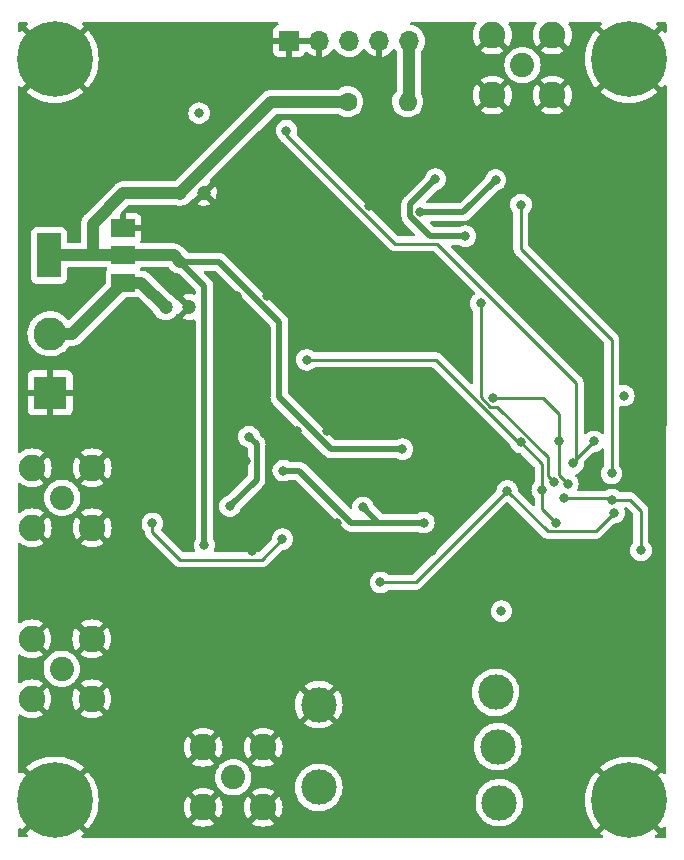
<source format=gbr>
%TF.GenerationSoftware,KiCad,Pcbnew,(6.0.9)*%
%TF.CreationDate,2023-01-25T17:31:36+01:00*%
%TF.ProjectId,sdrt41-tx,73647274-3431-42d7-9478-2e6b69636164,rev?*%
%TF.SameCoordinates,Original*%
%TF.FileFunction,Copper,L4,Bot*%
%TF.FilePolarity,Positive*%
%FSLAX46Y46*%
G04 Gerber Fmt 4.6, Leading zero omitted, Abs format (unit mm)*
G04 Created by KiCad (PCBNEW (6.0.9)) date 2023-01-25 17:31:36*
%MOMM*%
%LPD*%
G01*
G04 APERTURE LIST*
%TA.AperFunction,ComponentPad*%
%ADD10R,2.800000X2.800000*%
%TD*%
%TA.AperFunction,ComponentPad*%
%ADD11C,2.800000*%
%TD*%
%TA.AperFunction,ComponentPad*%
%ADD12C,1.200000*%
%TD*%
%TA.AperFunction,ComponentPad*%
%ADD13C,6.400000*%
%TD*%
%TA.AperFunction,ComponentPad*%
%ADD14C,0.800000*%
%TD*%
%TA.AperFunction,ComponentPad*%
%ADD15C,2.050000*%
%TD*%
%TA.AperFunction,ComponentPad*%
%ADD16C,2.250000*%
%TD*%
%TA.AperFunction,ComponentPad*%
%ADD17R,1.700000X1.700000*%
%TD*%
%TA.AperFunction,ComponentPad*%
%ADD18O,1.700000X1.700000*%
%TD*%
%TA.AperFunction,ComponentPad*%
%ADD19C,1.600000*%
%TD*%
%TA.AperFunction,ComponentPad*%
%ADD20O,1.600000X1.600000*%
%TD*%
%TA.AperFunction,ComponentPad*%
%ADD21C,3.000000*%
%TD*%
%TA.AperFunction,SMDPad,CuDef*%
%ADD22R,2.000000X1.500000*%
%TD*%
%TA.AperFunction,SMDPad,CuDef*%
%ADD23R,2.000000X3.800000*%
%TD*%
%TA.AperFunction,ViaPad*%
%ADD24C,0.800000*%
%TD*%
%TA.AperFunction,Conductor*%
%ADD25C,1.000000*%
%TD*%
%TA.AperFunction,Conductor*%
%ADD26C,0.500000*%
%TD*%
%TA.AperFunction,Conductor*%
%ADD27C,0.250000*%
%TD*%
G04 APERTURE END LIST*
D10*
%TO.P,J6,1,Pin_1*%
%TO.N,GND*%
X83190400Y-81849600D03*
D11*
%TO.P,J6,2,Pin_2*%
%TO.N,Net-(C33-Pad1)*%
X83190400Y-76849600D03*
%TD*%
D12*
%TO.P,C33,1*%
%TO.N,Net-(C33-Pad1)*%
X92980000Y-74574400D03*
%TO.P,C33,2*%
%TO.N,GND*%
X94980000Y-74574400D03*
%TD*%
D13*
%TO.P,H1,1,1*%
%TO.N,GND*%
X83600000Y-116350000D03*
D14*
X81902944Y-114652944D03*
X83600000Y-118750000D03*
X81200000Y-116350000D03*
X86000000Y-116350000D03*
X83600000Y-113950000D03*
X85297056Y-118047056D03*
X85297056Y-114652944D03*
X81902944Y-118047056D03*
%TD*%
%TO.P,H4,1,1*%
%TO.N,GND*%
X81902944Y-51877944D03*
X83600000Y-51175000D03*
X85297056Y-51877944D03*
X83600000Y-55975000D03*
X81200000Y-53575000D03*
X81902944Y-55272056D03*
X86000000Y-53575000D03*
X85297056Y-55272056D03*
D13*
X83600000Y-53575000D03*
%TD*%
D15*
%TO.P,J1,1,In*%
%TO.N,Net-(C4-Pad2)*%
X84226400Y-90728800D03*
D16*
%TO.P,J1,2,Ext*%
%TO.N,GND*%
X81686400Y-88188800D03*
X86766400Y-93268800D03*
X81686400Y-93268800D03*
X86766400Y-88188800D03*
%TD*%
D17*
%TO.P,J3,1,Pin_1*%
%TO.N,GND*%
X103425000Y-52050000D03*
D18*
%TO.P,J3,2,Pin_2*%
X105965000Y-52050000D03*
%TO.P,J3,3,Pin_3*%
%TO.N,rx-tx*%
X108505000Y-52050000D03*
%TO.P,J3,4,Pin_4*%
%TO.N,GND*%
X111045000Y-52050000D03*
%TO.P,J3,5,Pin_5*%
%TO.N,Net-(C2-Pad1)*%
X113585000Y-52050000D03*
%TD*%
D15*
%TO.P,J4,1,In*%
%TO.N,Net-(J4-Pad1)*%
X98700000Y-114400000D03*
D16*
%TO.P,J4,2,Ext*%
%TO.N,GND*%
X101240000Y-116940000D03*
X96160000Y-116940000D03*
X96160000Y-111860000D03*
X101240000Y-111860000D03*
%TD*%
D15*
%TO.P,J2,1,In*%
%TO.N,Net-(C5-Pad2)*%
X84175600Y-105206800D03*
D16*
%TO.P,J2,2,Ext*%
%TO.N,GND*%
X81635600Y-102666800D03*
X86715600Y-107746800D03*
X81635600Y-107746800D03*
X86715600Y-102666800D03*
%TD*%
D19*
%TO.P,L1,1,1*%
%TO.N,+5V*%
X108395000Y-57200000D03*
D20*
%TO.P,L1,2,2*%
%TO.N,Net-(C2-Pad1)*%
X113475000Y-57200000D03*
%TD*%
D13*
%TO.P,H2,1,1*%
%TO.N,GND*%
X132200000Y-53575000D03*
D14*
X129800000Y-53575000D03*
X130502944Y-55272056D03*
X132200000Y-51175000D03*
X130502944Y-51877944D03*
X132200000Y-55975000D03*
X134600000Y-53575000D03*
X133897056Y-55272056D03*
X133897056Y-51877944D03*
%TD*%
%TO.P,H3,1,1*%
%TO.N,GND*%
X132200000Y-118750000D03*
X129800000Y-116350000D03*
X132200000Y-113950000D03*
X133897056Y-114652944D03*
D13*
X132200000Y-116350000D03*
D14*
X134600000Y-116350000D03*
X133897056Y-118047056D03*
X130502944Y-118047056D03*
X130502944Y-114652944D03*
%TD*%
D15*
%TO.P,J5,1,In*%
%TO.N,Net-(C8-Pad1)*%
X123190000Y-54102000D03*
D16*
%TO.P,J5,2,Ext*%
%TO.N,GND*%
X125730000Y-56642000D03*
X120650000Y-51562000D03*
X120650000Y-56642000D03*
X125730000Y-51562000D03*
%TD*%
D21*
%TO.P,T1,1,AA*%
%TO.N,GND*%
X105947500Y-108250000D03*
%TO.P,T1,2,AB*%
%TO.N,Net-(J4-Pad1)*%
X105947500Y-115250000D03*
%TO.P,T1,3,SA*%
%TO.N,Net-(T1-Pad3)*%
X121227500Y-116540000D03*
%TO.P,T1,4,SC*%
%TO.N,Net-(C30-Pad2)*%
X121107500Y-111810000D03*
%TO.P,T1,5,SB*%
%TO.N,Net-(T1-Pad5)*%
X120917500Y-107210000D03*
%TD*%
D12*
%TO.P,C1,1*%
%TO.N,+5V*%
X94200000Y-64900000D03*
%TO.P,C1,2*%
%TO.N,GND*%
X96200000Y-64900000D03*
%TD*%
D22*
%TO.P,U6,1,GND*%
%TO.N,GND*%
X89408400Y-67905600D03*
D23*
%TO.P,U6,2,VO*%
%TO.N,+5V*%
X83108400Y-70205600D03*
D22*
X89408400Y-70205600D03*
%TO.P,U6,3,VI*%
%TO.N,Net-(C33-Pad1)*%
X89408400Y-72505600D03*
%TD*%
D24*
%TO.N,+5V*%
X95808800Y-58166000D03*
X131775200Y-82092800D03*
X113030000Y-86614000D03*
X96266000Y-94742000D03*
X94200000Y-70750000D03*
%TO.N,GND*%
X129209800Y-82626200D03*
X88900000Y-52070000D03*
X134620000Y-101600000D03*
X100330000Y-95250000D03*
X128524000Y-100330000D03*
X106680000Y-85090000D03*
X92710000Y-52070000D03*
X134620000Y-91440000D03*
X109220000Y-73660000D03*
X99822000Y-87630000D03*
X88900000Y-58420000D03*
X93980000Y-107950000D03*
X123342400Y-94437200D03*
X134620000Y-60960000D03*
X90170000Y-107950000D03*
X101600000Y-73660000D03*
X111760000Y-95250000D03*
X104140000Y-73660000D03*
X107518200Y-92862400D03*
X134670800Y-88036400D03*
X99060000Y-73660000D03*
X129286000Y-103124000D03*
X85090000Y-58420000D03*
X101600000Y-107950000D03*
X81280000Y-60960000D03*
X106172000Y-88392000D03*
X134620000Y-96520000D03*
X112268000Y-60452000D03*
X134620000Y-81280000D03*
X94996000Y-52578000D03*
X134620000Y-68580000D03*
X97790000Y-107950000D03*
X134620000Y-111760000D03*
X104140000Y-85090000D03*
X121920000Y-71120000D03*
X118364000Y-60833000D03*
X111760000Y-73660000D03*
X126873000Y-65786000D03*
X98298000Y-97536000D03*
X127000000Y-68580000D03*
X114173000Y-84023200D03*
X127000000Y-78740000D03*
X107950000Y-95250000D03*
X110236000Y-66040000D03*
X134620000Y-106680000D03*
X116840000Y-72009000D03*
X81280000Y-64770000D03*
X115570000Y-95250000D03*
X134620000Y-76200000D03*
X98044000Y-52578000D03*
%TO.N,Net-(C10-Pad2)*%
X114833400Y-92837000D03*
X109675000Y-91535000D03*
X102936000Y-88432000D03*
%TO.N,Net-(C13-Pad1)*%
X91850000Y-92900000D03*
X102870000Y-94234000D03*
%TO.N,Net-(C23-Pad2)*%
X133223000Y-95189000D03*
X121412000Y-100330000D03*
X130759200Y-90881200D03*
X126720600Y-90779600D03*
%TO.N,Net-(C24-Pad2)*%
X123050000Y-86050000D03*
X126060200Y-92837000D03*
X124866400Y-90043000D03*
X104937500Y-79050000D03*
%TO.N,Net-(C25-Pad2)*%
X120712500Y-82250000D03*
X126275489Y-85941511D03*
X127025400Y-89535000D03*
%TO.N,Net-(C26-Pad2)*%
X111162500Y-97900000D03*
X121894600Y-90144600D03*
X130962400Y-91998800D03*
%TO.N,Net-(C28-Pad2)*%
X129235200Y-85953600D03*
X103200200Y-59639200D03*
X127482600Y-87821100D03*
%TO.N,Net-(TP1-Pad1)*%
X125831600Y-89399500D03*
X119650000Y-74262500D03*
%TO.N,Net-(U4-Pad2)*%
X120910000Y-63825000D03*
X114554000Y-66548000D03*
%TO.N,Net-(U4-Pad12)*%
X115824000Y-63754000D03*
X118364000Y-68580000D03*
%TO.N,Net-(C12-Pad2)*%
X100037500Y-85550000D03*
X98425000Y-91440000D03*
%TO.N,Net-(TP2-Pad1)*%
X130733800Y-88671400D03*
X123063000Y-65913000D03*
%TD*%
D25*
%TO.N,+5V*%
X101900000Y-57200000D02*
X94200000Y-64900000D01*
X86817200Y-67527600D02*
X89408400Y-64936400D01*
D26*
X94200000Y-70750000D02*
X97487918Y-70750000D01*
X102616000Y-82228082D02*
X107001918Y-86614000D01*
D25*
X89408400Y-64936400D02*
X94163600Y-64936400D01*
X94163600Y-64936400D02*
X94200000Y-64900000D01*
D26*
X107001918Y-86614000D02*
X113030000Y-86614000D01*
X97487918Y-70750000D02*
X102616000Y-75878082D01*
D25*
X86817200Y-70205600D02*
X89408400Y-70205600D01*
X108395000Y-57200000D02*
X101900000Y-57200000D01*
X93655600Y-70205600D02*
X94200000Y-70750000D01*
D26*
X94200000Y-70750000D02*
X96266000Y-72816000D01*
X96266000Y-72816000D02*
X96266000Y-94742000D01*
D25*
X83108400Y-70205600D02*
X86817200Y-70205600D01*
X86817200Y-70205600D02*
X86817200Y-67527600D01*
X89408400Y-70205600D02*
X93655600Y-70205600D01*
D26*
X102616000Y-75878082D02*
X102616000Y-82228082D01*
D25*
%TO.N,Net-(C2-Pad1)*%
X113585000Y-52050000D02*
X113585000Y-57090000D01*
X113585000Y-57090000D02*
X113475000Y-57200000D01*
D26*
%TO.N,Net-(C10-Pad2)*%
X114833400Y-92837000D02*
X108694191Y-92837000D01*
X114833400Y-92837000D02*
X110977000Y-92837000D01*
X110977000Y-92837000D02*
X109675000Y-91535000D01*
X104289191Y-88432000D02*
X102936000Y-88432000D01*
X108694191Y-92837000D02*
X104289191Y-88432000D01*
D27*
%TO.N,Net-(C13-Pad1)*%
X91850000Y-92900000D02*
X91850000Y-93628000D01*
X101129000Y-95975000D02*
X102870000Y-94234000D01*
X94197000Y-95975000D02*
X101129000Y-95975000D01*
X91850000Y-93628000D02*
X94197000Y-95975000D01*
%TO.N,Net-(C23-Pad2)*%
X130759200Y-90881200D02*
X132283200Y-90881200D01*
X126720600Y-90779600D02*
X130657600Y-90779600D01*
X132283200Y-90881200D02*
X133223000Y-91821000D01*
X130657600Y-90779600D02*
X130759200Y-90881200D01*
X133223000Y-91821000D02*
X133223000Y-95189000D01*
%TO.N,Net-(C24-Pad2)*%
X126060200Y-92837000D02*
X124866400Y-91643200D01*
X115852168Y-79050000D02*
X104937500Y-79050000D01*
X124866400Y-87866400D02*
X123050000Y-86050000D01*
X122852168Y-86050000D02*
X115852168Y-79050000D01*
X124866400Y-90043000D02*
X124866400Y-87866400D01*
X123050000Y-86050000D02*
X122852168Y-86050000D01*
X124866400Y-91643200D02*
X124866400Y-90043000D01*
%TO.N,Net-(C25-Pad2)*%
X126275489Y-88785089D02*
X126275489Y-85941511D01*
X124922000Y-82250000D02*
X120712500Y-82250000D01*
X127025400Y-89535000D02*
X126275489Y-88785089D01*
X126275489Y-85941511D02*
X126275489Y-83603489D01*
X126275489Y-83603489D02*
X124922000Y-82250000D01*
%TO.N,Net-(C26-Pad2)*%
X125311511Y-93561511D02*
X129399689Y-93561511D01*
X129399689Y-93561511D02*
X130962400Y-91998800D01*
X121894600Y-90144600D02*
X125311511Y-93561511D01*
X114139200Y-97900000D02*
X111162500Y-97900000D01*
X121894600Y-90144600D02*
X114139200Y-97900000D01*
%TO.N,Net-(C28-Pad2)*%
X127482600Y-87706200D02*
X129235200Y-85953600D01*
X115959614Y-69215000D02*
X112386386Y-69215000D01*
X112386386Y-69215000D02*
X103200200Y-60028814D01*
X127482600Y-87821100D02*
X127482600Y-87706200D01*
X127482600Y-87821100D02*
X127724511Y-87579189D01*
X127724511Y-87579189D02*
X127724511Y-80979897D01*
X103200200Y-60028814D02*
X103200200Y-59639200D01*
X127724511Y-80979897D02*
X115959614Y-69215000D01*
%TO.N,Net-(TP1-Pad1)*%
X125315920Y-87291306D02*
X121031814Y-83007200D01*
X119650000Y-82212114D02*
X119650000Y-74262500D01*
X125831600Y-89399500D02*
X125315920Y-88883820D01*
X120445086Y-83007200D02*
X119650000Y-82212114D01*
X125315920Y-88883820D02*
X125315920Y-87291306D01*
X121031814Y-83007200D02*
X120445086Y-83007200D01*
D26*
%TO.N,Net-(U4-Pad2)*%
X114554000Y-66548000D02*
X118187000Y-66548000D01*
X118187000Y-66548000D02*
X120910000Y-63825000D01*
%TO.N,Net-(U4-Pad12)*%
X113704489Y-65873511D02*
X115824000Y-63754000D01*
X113704489Y-66899880D02*
X113704489Y-65873511D01*
X118364000Y-68580000D02*
X115384609Y-68580000D01*
X115384609Y-68580000D02*
X113704489Y-66899880D01*
%TO.N,Net-(C12-Pad2)*%
X98425000Y-91440000D02*
X100671511Y-89193489D01*
X100671511Y-86184011D02*
X100037500Y-85550000D01*
X100671511Y-89193489D02*
X100671511Y-86184011D01*
D25*
%TO.N,Net-(C33-Pad1)*%
X89408400Y-72505600D02*
X90911200Y-72505600D01*
X90911200Y-72505600D02*
X92980000Y-74574400D01*
X85064400Y-76849600D02*
X89408400Y-72505600D01*
X83190400Y-76849600D02*
X85064400Y-76849600D01*
D27*
%TO.N,Net-(TP2-Pad1)*%
X123063000Y-69663000D02*
X130733800Y-77333800D01*
X130733800Y-77333800D02*
X130733800Y-88671400D01*
X123063000Y-65913000D02*
X123063000Y-69663000D01*
%TD*%
%TA.AperFunction,Conductor*%
%TO.N,GND*%
G36*
X81268794Y-50478502D02*
G01*
X81315287Y-50532158D01*
X81325391Y-50602432D01*
X81295897Y-50667012D01*
X81279968Y-50682420D01*
X81176165Y-50766478D01*
X81167700Y-50778733D01*
X81174034Y-50789824D01*
X83587188Y-53202978D01*
X83601132Y-53210592D01*
X83602965Y-53210461D01*
X83609580Y-53206210D01*
X86025100Y-50790690D01*
X86032241Y-50777614D01*
X86024784Y-50767247D01*
X85920032Y-50682420D01*
X85879680Y-50624006D01*
X85877316Y-50553048D01*
X85913688Y-50492077D01*
X85977251Y-50460449D01*
X85999327Y-50458500D01*
X102410603Y-50458500D01*
X102478724Y-50478502D01*
X102525217Y-50532158D01*
X102535321Y-50602432D01*
X102505827Y-50667012D01*
X102454833Y-50702482D01*
X102336946Y-50746676D01*
X102321351Y-50755214D01*
X102219276Y-50831715D01*
X102206715Y-50844276D01*
X102130214Y-50946351D01*
X102121676Y-50961946D01*
X102076522Y-51082394D01*
X102072895Y-51097649D01*
X102067369Y-51148514D01*
X102067000Y-51155328D01*
X102067000Y-51777885D01*
X102071475Y-51793124D01*
X102072865Y-51794329D01*
X102080548Y-51796000D01*
X106093000Y-51796000D01*
X106161121Y-51816002D01*
X106207614Y-51869658D01*
X106219000Y-51922000D01*
X106219000Y-53368517D01*
X106223064Y-53382359D01*
X106236478Y-53384393D01*
X106243184Y-53383534D01*
X106253262Y-53381392D01*
X106457255Y-53320191D01*
X106466842Y-53316433D01*
X106658095Y-53222739D01*
X106666945Y-53217464D01*
X106840328Y-53093792D01*
X106848200Y-53087139D01*
X106999052Y-52936812D01*
X107005730Y-52928965D01*
X107133022Y-52751819D01*
X107134279Y-52752722D01*
X107181373Y-52709362D01*
X107251311Y-52697145D01*
X107316751Y-52724678D01*
X107344579Y-52756511D01*
X107404987Y-52855088D01*
X107551250Y-53023938D01*
X107723126Y-53166632D01*
X107916000Y-53279338D01*
X108124692Y-53359030D01*
X108129760Y-53360061D01*
X108129763Y-53360062D01*
X108224862Y-53379410D01*
X108343597Y-53403567D01*
X108348772Y-53403757D01*
X108348774Y-53403757D01*
X108561673Y-53411564D01*
X108561677Y-53411564D01*
X108566837Y-53411753D01*
X108571957Y-53411097D01*
X108571959Y-53411097D01*
X108783288Y-53384025D01*
X108783289Y-53384025D01*
X108788416Y-53383368D01*
X108793366Y-53381883D01*
X108997429Y-53320661D01*
X108997434Y-53320659D01*
X109002384Y-53319174D01*
X109202994Y-53220896D01*
X109384860Y-53091173D01*
X109543096Y-52933489D01*
X109572435Y-52892660D01*
X109673453Y-52752077D01*
X109674640Y-52752930D01*
X109721960Y-52709362D01*
X109791897Y-52697145D01*
X109857338Y-52724678D01*
X109885166Y-52756511D01*
X109942694Y-52850388D01*
X109948777Y-52858699D01*
X110088213Y-53019667D01*
X110095580Y-53026883D01*
X110259434Y-53162916D01*
X110267881Y-53168831D01*
X110451756Y-53276279D01*
X110461042Y-53280729D01*
X110660001Y-53356703D01*
X110669899Y-53359579D01*
X110773250Y-53380606D01*
X110787299Y-53379410D01*
X110791000Y-53369065D01*
X110791000Y-51922000D01*
X110811002Y-51853879D01*
X110864658Y-51807386D01*
X110917000Y-51796000D01*
X111173000Y-51796000D01*
X111241121Y-51816002D01*
X111287614Y-51869658D01*
X111299000Y-51922000D01*
X111299000Y-53368517D01*
X111303064Y-53382359D01*
X111316478Y-53384393D01*
X111323184Y-53383534D01*
X111333262Y-53381392D01*
X111537255Y-53320191D01*
X111546842Y-53316433D01*
X111738095Y-53222739D01*
X111746945Y-53217464D01*
X111920328Y-53093792D01*
X111928200Y-53087139D01*
X112079052Y-52936812D01*
X112085730Y-52928965D01*
X112213022Y-52751819D01*
X112214279Y-52752722D01*
X112261373Y-52709362D01*
X112331311Y-52697145D01*
X112396751Y-52724678D01*
X112424579Y-52756511D01*
X112484987Y-52855088D01*
X112488367Y-52858990D01*
X112545737Y-52925219D01*
X112575220Y-52989804D01*
X112576500Y-53007717D01*
X112576500Y-56195812D01*
X112556498Y-56263933D01*
X112539595Y-56284907D01*
X112468802Y-56355700D01*
X112465645Y-56360208D01*
X112465643Y-56360211D01*
X112449859Y-56382753D01*
X112337477Y-56543251D01*
X112335154Y-56548232D01*
X112335151Y-56548238D01*
X112243039Y-56745775D01*
X112240716Y-56750757D01*
X112181457Y-56971913D01*
X112161502Y-57200000D01*
X112181457Y-57428087D01*
X112182881Y-57433400D01*
X112182881Y-57433402D01*
X112226833Y-57597430D01*
X112240716Y-57649243D01*
X112243039Y-57654224D01*
X112243039Y-57654225D01*
X112335151Y-57851762D01*
X112335154Y-57851767D01*
X112337477Y-57856749D01*
X112340634Y-57861257D01*
X112425624Y-57982635D01*
X112468802Y-58044300D01*
X112630700Y-58206198D01*
X112635208Y-58209355D01*
X112635211Y-58209357D01*
X112686693Y-58245405D01*
X112818251Y-58337523D01*
X112823233Y-58339846D01*
X112823238Y-58339849D01*
X113020775Y-58431961D01*
X113025757Y-58434284D01*
X113031065Y-58435706D01*
X113031067Y-58435707D01*
X113241598Y-58492119D01*
X113241600Y-58492119D01*
X113246913Y-58493543D01*
X113475000Y-58513498D01*
X113703087Y-58493543D01*
X113708400Y-58492119D01*
X113708402Y-58492119D01*
X113918933Y-58435707D01*
X113918935Y-58435706D01*
X113924243Y-58434284D01*
X113929225Y-58431961D01*
X114126762Y-58339849D01*
X114126767Y-58339846D01*
X114131749Y-58337523D01*
X114263307Y-58245405D01*
X114314789Y-58209357D01*
X114314792Y-58209355D01*
X114319300Y-58206198D01*
X114481198Y-58044300D01*
X114524377Y-57982635D01*
X114535695Y-57966471D01*
X119690884Y-57966471D01*
X119694570Y-57971740D01*
X119902121Y-58098927D01*
X119910915Y-58103408D01*
X120139242Y-58197984D01*
X120148627Y-58201033D01*
X120388940Y-58258728D01*
X120398687Y-58260271D01*
X120645070Y-58279662D01*
X120654930Y-58279662D01*
X120901313Y-58260271D01*
X120911060Y-58258728D01*
X121151373Y-58201033D01*
X121160758Y-58197984D01*
X121389085Y-58103408D01*
X121397879Y-58098927D01*
X121603928Y-57972660D01*
X121607968Y-57966471D01*
X124770884Y-57966471D01*
X124774570Y-57971740D01*
X124982121Y-58098927D01*
X124990915Y-58103408D01*
X125219242Y-58197984D01*
X125228627Y-58201033D01*
X125468940Y-58258728D01*
X125478687Y-58260271D01*
X125725070Y-58279662D01*
X125734930Y-58279662D01*
X125981313Y-58260271D01*
X125991060Y-58258728D01*
X126231373Y-58201033D01*
X126240758Y-58197984D01*
X126469085Y-58103408D01*
X126477879Y-58098927D01*
X126683928Y-57972660D01*
X126689190Y-57964599D01*
X126683183Y-57954393D01*
X125742812Y-57014022D01*
X125728868Y-57006408D01*
X125727035Y-57006539D01*
X125720420Y-57010790D01*
X124778276Y-57952934D01*
X124770884Y-57966471D01*
X121607968Y-57966471D01*
X121609190Y-57964599D01*
X121603183Y-57954393D01*
X120662812Y-57014022D01*
X120648868Y-57006408D01*
X120647035Y-57006539D01*
X120640420Y-57010790D01*
X119698276Y-57952934D01*
X119690884Y-57966471D01*
X114535695Y-57966471D01*
X114609366Y-57861257D01*
X114612523Y-57856749D01*
X114614846Y-57851767D01*
X114614849Y-57851762D01*
X114706961Y-57654225D01*
X114706961Y-57654224D01*
X114709284Y-57649243D01*
X114723168Y-57597430D01*
X114767119Y-57433402D01*
X114767119Y-57433400D01*
X114768543Y-57428087D01*
X114788498Y-57200000D01*
X114768543Y-56971913D01*
X114709284Y-56750757D01*
X114706961Y-56745775D01*
X114660869Y-56646930D01*
X119012338Y-56646930D01*
X119031729Y-56893313D01*
X119033272Y-56903060D01*
X119090967Y-57143373D01*
X119094016Y-57152758D01*
X119188592Y-57381085D01*
X119193073Y-57389879D01*
X119319340Y-57595928D01*
X119327401Y-57601190D01*
X119337607Y-57595183D01*
X120277978Y-56654812D01*
X120284356Y-56643132D01*
X121014408Y-56643132D01*
X121014539Y-56644965D01*
X121018790Y-56651580D01*
X121960934Y-57593724D01*
X121974471Y-57601116D01*
X121979740Y-57597430D01*
X122106927Y-57389879D01*
X122111408Y-57381085D01*
X122205984Y-57152758D01*
X122209033Y-57143373D01*
X122266728Y-56903060D01*
X122268271Y-56893313D01*
X122287662Y-56646930D01*
X124092338Y-56646930D01*
X124111729Y-56893313D01*
X124113272Y-56903060D01*
X124170967Y-57143373D01*
X124174016Y-57152758D01*
X124268592Y-57381085D01*
X124273073Y-57389879D01*
X124399340Y-57595928D01*
X124407401Y-57601190D01*
X124417607Y-57595183D01*
X125357978Y-56654812D01*
X125364356Y-56643132D01*
X126094408Y-56643132D01*
X126094539Y-56644965D01*
X126098790Y-56651580D01*
X127040934Y-57593724D01*
X127054471Y-57601116D01*
X127059740Y-57597430D01*
X127186927Y-57389879D01*
X127191408Y-57381085D01*
X127285984Y-57152758D01*
X127289033Y-57143373D01*
X127346728Y-56903060D01*
X127348271Y-56893313D01*
X127367662Y-56646930D01*
X127367662Y-56637070D01*
X127348271Y-56390687D01*
X127346728Y-56380940D01*
X127344674Y-56372386D01*
X129767759Y-56372386D01*
X129775216Y-56382753D01*
X130014935Y-56576874D01*
X130020272Y-56580751D01*
X130340685Y-56788830D01*
X130346394Y-56792127D01*
X130686811Y-56965578D01*
X130692836Y-56968260D01*
X131049502Y-57105171D01*
X131055784Y-57107212D01*
X131424816Y-57206094D01*
X131431266Y-57207465D01*
X131808629Y-57267234D01*
X131815167Y-57267920D01*
X132196699Y-57287916D01*
X132203301Y-57287916D01*
X132584833Y-57267920D01*
X132591371Y-57267234D01*
X132968734Y-57207465D01*
X132975184Y-57206094D01*
X133344216Y-57107212D01*
X133350498Y-57105171D01*
X133707164Y-56968260D01*
X133713189Y-56965578D01*
X134053606Y-56792127D01*
X134059315Y-56788830D01*
X134379728Y-56580751D01*
X134385065Y-56576874D01*
X134623835Y-56383522D01*
X134632300Y-56371267D01*
X134625966Y-56360176D01*
X132212812Y-53947022D01*
X132198868Y-53939408D01*
X132197035Y-53939539D01*
X132190420Y-53943790D01*
X129774900Y-56359310D01*
X129767759Y-56372386D01*
X127344674Y-56372386D01*
X127289033Y-56140627D01*
X127285984Y-56131242D01*
X127191408Y-55902915D01*
X127186927Y-55894121D01*
X127060660Y-55688072D01*
X127052599Y-55682810D01*
X127042393Y-55688817D01*
X126102022Y-56629188D01*
X126094408Y-56643132D01*
X125364356Y-56643132D01*
X125365592Y-56640868D01*
X125365461Y-56639035D01*
X125361210Y-56632420D01*
X124419066Y-55690276D01*
X124405529Y-55682884D01*
X124400260Y-55686570D01*
X124273073Y-55894121D01*
X124268592Y-55902915D01*
X124174016Y-56131242D01*
X124170967Y-56140627D01*
X124113272Y-56380940D01*
X124111729Y-56390687D01*
X124092338Y-56637070D01*
X124092338Y-56646930D01*
X122287662Y-56646930D01*
X122287662Y-56637070D01*
X122268271Y-56390687D01*
X122266728Y-56380940D01*
X122209033Y-56140627D01*
X122205984Y-56131242D01*
X122111408Y-55902915D01*
X122106927Y-55894121D01*
X121980660Y-55688072D01*
X121972599Y-55682810D01*
X121962393Y-55688817D01*
X121022022Y-56629188D01*
X121014408Y-56643132D01*
X120284356Y-56643132D01*
X120285592Y-56640868D01*
X120285461Y-56639035D01*
X120281210Y-56632420D01*
X119339066Y-55690276D01*
X119325529Y-55682884D01*
X119320260Y-55686570D01*
X119193073Y-55894121D01*
X119188592Y-55902915D01*
X119094016Y-56131242D01*
X119090967Y-56140627D01*
X119033272Y-56380940D01*
X119031729Y-56390687D01*
X119012338Y-56637070D01*
X119012338Y-56646930D01*
X114660869Y-56646930D01*
X114614846Y-56548232D01*
X114614844Y-56548229D01*
X114612523Y-56543251D01*
X114610248Y-56540001D01*
X114593500Y-56477499D01*
X114593500Y-55319401D01*
X119690810Y-55319401D01*
X119696817Y-55329607D01*
X120637188Y-56269978D01*
X120651132Y-56277592D01*
X120652965Y-56277461D01*
X120659580Y-56273210D01*
X121601724Y-55331066D01*
X121609116Y-55317529D01*
X121605430Y-55312260D01*
X121397879Y-55185073D01*
X121389085Y-55180592D01*
X121160758Y-55086016D01*
X121151373Y-55082967D01*
X120911060Y-55025272D01*
X120901313Y-55023729D01*
X120654930Y-55004338D01*
X120645070Y-55004338D01*
X120398687Y-55023729D01*
X120388940Y-55025272D01*
X120148627Y-55082967D01*
X120139242Y-55086016D01*
X119910915Y-55180592D01*
X119902121Y-55185073D01*
X119696072Y-55311340D01*
X119690810Y-55319401D01*
X114593500Y-55319401D01*
X114593500Y-54102000D01*
X121651758Y-54102000D01*
X121670696Y-54342634D01*
X121671850Y-54347441D01*
X121671851Y-54347447D01*
X121707267Y-54494961D01*
X121727045Y-54577343D01*
X121728938Y-54581914D01*
X121728939Y-54581916D01*
X121788413Y-54725498D01*
X121819416Y-54800347D01*
X121945536Y-55006156D01*
X122102299Y-55189701D01*
X122285844Y-55346464D01*
X122491653Y-55472584D01*
X122496223Y-55474477D01*
X122496227Y-55474479D01*
X122710084Y-55563061D01*
X122714657Y-55564955D01*
X122797039Y-55584733D01*
X122944553Y-55620149D01*
X122944559Y-55620150D01*
X122949366Y-55621304D01*
X123190000Y-55640242D01*
X123430634Y-55621304D01*
X123435441Y-55620150D01*
X123435447Y-55620149D01*
X123582961Y-55584733D01*
X123665343Y-55564955D01*
X123669916Y-55563061D01*
X123883773Y-55474479D01*
X123883777Y-55474477D01*
X123888347Y-55472584D01*
X124094156Y-55346464D01*
X124125843Y-55319401D01*
X124770810Y-55319401D01*
X124776817Y-55329607D01*
X125717188Y-56269978D01*
X125731132Y-56277592D01*
X125732965Y-56277461D01*
X125739580Y-56273210D01*
X126681724Y-55331066D01*
X126689116Y-55317529D01*
X126685430Y-55312260D01*
X126477879Y-55185073D01*
X126469085Y-55180592D01*
X126240758Y-55086016D01*
X126231373Y-55082967D01*
X125991060Y-55025272D01*
X125981313Y-55023729D01*
X125734930Y-55004338D01*
X125725070Y-55004338D01*
X125478687Y-55023729D01*
X125468940Y-55025272D01*
X125228627Y-55082967D01*
X125219242Y-55086016D01*
X124990915Y-55180592D01*
X124982121Y-55185073D01*
X124776072Y-55311340D01*
X124770810Y-55319401D01*
X124125843Y-55319401D01*
X124277701Y-55189701D01*
X124434464Y-55006156D01*
X124560584Y-54800347D01*
X124591588Y-54725498D01*
X124651061Y-54581916D01*
X124651062Y-54581914D01*
X124652955Y-54577343D01*
X124672733Y-54494961D01*
X124708149Y-54347447D01*
X124708150Y-54347441D01*
X124709304Y-54342634D01*
X124728242Y-54102000D01*
X124709304Y-53861366D01*
X124708150Y-53856559D01*
X124708149Y-53856553D01*
X124654110Y-53631469D01*
X124652955Y-53626657D01*
X124635526Y-53584580D01*
X124632925Y-53578301D01*
X128487084Y-53578301D01*
X128507080Y-53959833D01*
X128507766Y-53966371D01*
X128567535Y-54343734D01*
X128568906Y-54350184D01*
X128667788Y-54719216D01*
X128669829Y-54725498D01*
X128806740Y-55082164D01*
X128809422Y-55088189D01*
X128982872Y-55428603D01*
X128986169Y-55434313D01*
X129194253Y-55754735D01*
X129198123Y-55760061D01*
X129391478Y-55998835D01*
X129403733Y-56007300D01*
X129414824Y-56000966D01*
X131827978Y-53587812D01*
X131835592Y-53573868D01*
X131835461Y-53572035D01*
X131831210Y-53565420D01*
X129415690Y-51149900D01*
X129402614Y-51142759D01*
X129392247Y-51150216D01*
X129198123Y-51389939D01*
X129194253Y-51395265D01*
X128986169Y-51715687D01*
X128982872Y-51721397D01*
X128809422Y-52061811D01*
X128806740Y-52067836D01*
X128669829Y-52424502D01*
X128667788Y-52430784D01*
X128568906Y-52799816D01*
X128567535Y-52806266D01*
X128507766Y-53183629D01*
X128507080Y-53190167D01*
X128487084Y-53571699D01*
X128487084Y-53578301D01*
X124632925Y-53578301D01*
X124562479Y-53408227D01*
X124562477Y-53408223D01*
X124560584Y-53403653D01*
X124434464Y-53197844D01*
X124277701Y-53014299D01*
X124128034Y-52886471D01*
X124770884Y-52886471D01*
X124774570Y-52891740D01*
X124982121Y-53018927D01*
X124990915Y-53023408D01*
X125219242Y-53117984D01*
X125228627Y-53121033D01*
X125468940Y-53178728D01*
X125478687Y-53180271D01*
X125725070Y-53199662D01*
X125734930Y-53199662D01*
X125981313Y-53180271D01*
X125991060Y-53178728D01*
X126231373Y-53121033D01*
X126240758Y-53117984D01*
X126469085Y-53023408D01*
X126477879Y-53018927D01*
X126683928Y-52892660D01*
X126689190Y-52884599D01*
X126683183Y-52874393D01*
X125742812Y-51934022D01*
X125728868Y-51926408D01*
X125727035Y-51926539D01*
X125720420Y-51930790D01*
X124778276Y-52872934D01*
X124770884Y-52886471D01*
X124128034Y-52886471D01*
X124094156Y-52857536D01*
X123888347Y-52731416D01*
X123883777Y-52729523D01*
X123883773Y-52729521D01*
X123669916Y-52640939D01*
X123669914Y-52640938D01*
X123665343Y-52639045D01*
X123582961Y-52619267D01*
X123435447Y-52583851D01*
X123435441Y-52583850D01*
X123430634Y-52582696D01*
X123190000Y-52563758D01*
X122949366Y-52582696D01*
X122944559Y-52583850D01*
X122944553Y-52583851D01*
X122797039Y-52619267D01*
X122714657Y-52639045D01*
X122710086Y-52640938D01*
X122710084Y-52640939D01*
X122496227Y-52729521D01*
X122496223Y-52729523D01*
X122491653Y-52731416D01*
X122285844Y-52857536D01*
X122102299Y-53014299D01*
X121945536Y-53197844D01*
X121819416Y-53403653D01*
X121817523Y-53408223D01*
X121817521Y-53408227D01*
X121744474Y-53584580D01*
X121727045Y-53626657D01*
X121725890Y-53631469D01*
X121671851Y-53856553D01*
X121671850Y-53856559D01*
X121670696Y-53861366D01*
X121651758Y-54102000D01*
X114593500Y-54102000D01*
X114593500Y-53013970D01*
X114613502Y-52945849D01*
X114621460Y-52935120D01*
X114623096Y-52933489D01*
X114656882Y-52886471D01*
X119690884Y-52886471D01*
X119694570Y-52891740D01*
X119902121Y-53018927D01*
X119910915Y-53023408D01*
X120139242Y-53117984D01*
X120148627Y-53121033D01*
X120388940Y-53178728D01*
X120398687Y-53180271D01*
X120645070Y-53199662D01*
X120654930Y-53199662D01*
X120901313Y-53180271D01*
X120911060Y-53178728D01*
X121151373Y-53121033D01*
X121160758Y-53117984D01*
X121389085Y-53023408D01*
X121397879Y-53018927D01*
X121603928Y-52892660D01*
X121609190Y-52884599D01*
X121603183Y-52874393D01*
X120662812Y-51934022D01*
X120648868Y-51926408D01*
X120647035Y-51926539D01*
X120640420Y-51930790D01*
X119698276Y-52872934D01*
X119690884Y-52886471D01*
X114656882Y-52886471D01*
X114753453Y-52752077D01*
X114763665Y-52731416D01*
X114850136Y-52556453D01*
X114850137Y-52556451D01*
X114852430Y-52551811D01*
X114917370Y-52338069D01*
X114946529Y-52116590D01*
X114947829Y-52063373D01*
X114948074Y-52053365D01*
X114948074Y-52053361D01*
X114948156Y-52050000D01*
X114929852Y-51827361D01*
X114875431Y-51610702D01*
X114786354Y-51405840D01*
X114696677Y-51267220D01*
X114667822Y-51222617D01*
X114667820Y-51222614D01*
X114665014Y-51218277D01*
X114514670Y-51053051D01*
X114510619Y-51049852D01*
X114510615Y-51049848D01*
X114343414Y-50917800D01*
X114343410Y-50917798D01*
X114339359Y-50914598D01*
X114303028Y-50894542D01*
X114211970Y-50844276D01*
X114143789Y-50806638D01*
X114138920Y-50804914D01*
X114138916Y-50804912D01*
X113938087Y-50733795D01*
X113938083Y-50733794D01*
X113933212Y-50732069D01*
X113928119Y-50731162D01*
X113928116Y-50731161D01*
X113801160Y-50708547D01*
X113737602Y-50676909D01*
X113701239Y-50615932D01*
X113703616Y-50544975D01*
X113743977Y-50486567D01*
X113809509Y-50459252D01*
X113823256Y-50458500D01*
X119186008Y-50458500D01*
X119254129Y-50478502D01*
X119300622Y-50532158D01*
X119310726Y-50602432D01*
X119293441Y-50650335D01*
X119193073Y-50814121D01*
X119188592Y-50822915D01*
X119094016Y-51051242D01*
X119090967Y-51060627D01*
X119033272Y-51300940D01*
X119031729Y-51310687D01*
X119012338Y-51557070D01*
X119012338Y-51566930D01*
X119031729Y-51813313D01*
X119033272Y-51823060D01*
X119090967Y-52063373D01*
X119094016Y-52072758D01*
X119188592Y-52301085D01*
X119193073Y-52309879D01*
X119319340Y-52515928D01*
X119327401Y-52521190D01*
X119337607Y-52515183D01*
X120560905Y-51291885D01*
X120623217Y-51257859D01*
X120694032Y-51262924D01*
X120739095Y-51291885D01*
X121960934Y-52513724D01*
X121974471Y-52521116D01*
X121979740Y-52517430D01*
X122106927Y-52309879D01*
X122111408Y-52301085D01*
X122205984Y-52072758D01*
X122209033Y-52063373D01*
X122266728Y-51823060D01*
X122268271Y-51813313D01*
X122287662Y-51566930D01*
X122287662Y-51557070D01*
X122268271Y-51310687D01*
X122266728Y-51300940D01*
X122209033Y-51060627D01*
X122205984Y-51051242D01*
X122111408Y-50822915D01*
X122106927Y-50814121D01*
X122006559Y-50650335D01*
X121988021Y-50581801D01*
X122009477Y-50514124D01*
X122064117Y-50468792D01*
X122113992Y-50458500D01*
X124266008Y-50458500D01*
X124334129Y-50478502D01*
X124380622Y-50532158D01*
X124390726Y-50602432D01*
X124373441Y-50650335D01*
X124273073Y-50814121D01*
X124268592Y-50822915D01*
X124174016Y-51051242D01*
X124170967Y-51060627D01*
X124113272Y-51300940D01*
X124111729Y-51310687D01*
X124092338Y-51557070D01*
X124092338Y-51566930D01*
X124111729Y-51813313D01*
X124113272Y-51823060D01*
X124170967Y-52063373D01*
X124174016Y-52072758D01*
X124268592Y-52301085D01*
X124273073Y-52309879D01*
X124399340Y-52515928D01*
X124407401Y-52521190D01*
X124417607Y-52515183D01*
X125640905Y-51291885D01*
X125703217Y-51257859D01*
X125774032Y-51262924D01*
X125819095Y-51291885D01*
X127040934Y-52513724D01*
X127054471Y-52521116D01*
X127059740Y-52517430D01*
X127186927Y-52309879D01*
X127191408Y-52301085D01*
X127285984Y-52072758D01*
X127289033Y-52063373D01*
X127346728Y-51823060D01*
X127348271Y-51813313D01*
X127367662Y-51566930D01*
X127367662Y-51557070D01*
X127348271Y-51310687D01*
X127346728Y-51300940D01*
X127289033Y-51060627D01*
X127285984Y-51051242D01*
X127191408Y-50822915D01*
X127186927Y-50814121D01*
X127086559Y-50650335D01*
X127068021Y-50581801D01*
X127089477Y-50514124D01*
X127144117Y-50468792D01*
X127193992Y-50458500D01*
X129800673Y-50458500D01*
X129868794Y-50478502D01*
X129915287Y-50532158D01*
X129925391Y-50602432D01*
X129895897Y-50667012D01*
X129879968Y-50682420D01*
X129776165Y-50766478D01*
X129767700Y-50778733D01*
X129774034Y-50789824D01*
X132187188Y-53202978D01*
X132201132Y-53210592D01*
X132202965Y-53210461D01*
X132209580Y-53206210D01*
X134625100Y-50790690D01*
X134632241Y-50777614D01*
X134624784Y-50767247D01*
X134520032Y-50682420D01*
X134479680Y-50624006D01*
X134477316Y-50553048D01*
X134513688Y-50492077D01*
X134577251Y-50460449D01*
X134599327Y-50458500D01*
X135265047Y-50458500D01*
X135333168Y-50478502D01*
X135379661Y-50532158D01*
X135391047Y-50584590D01*
X135390560Y-51267220D01*
X135370509Y-51335326D01*
X135316821Y-51381781D01*
X135246539Y-51391835D01*
X135181980Y-51362296D01*
X135166640Y-51346424D01*
X135008523Y-51151167D01*
X134996267Y-51142700D01*
X134985176Y-51149034D01*
X132572022Y-53562188D01*
X132564408Y-53576132D01*
X132564539Y-53577965D01*
X132568790Y-53584580D01*
X134984310Y-56000100D01*
X134997386Y-56007241D01*
X135007755Y-55999783D01*
X135163345Y-55807645D01*
X135221759Y-55767293D01*
X135292716Y-55764927D01*
X135353688Y-55801300D01*
X135385316Y-55864863D01*
X135387265Y-55887029D01*
X135345824Y-113986976D01*
X135325773Y-114055082D01*
X135272085Y-114101537D01*
X135201803Y-114111591D01*
X135137244Y-114082052D01*
X135121904Y-114066180D01*
X135008523Y-113926167D01*
X134996267Y-113917700D01*
X134985176Y-113924034D01*
X132572022Y-116337188D01*
X132564408Y-116351132D01*
X132564539Y-116352965D01*
X132568790Y-116359580D01*
X134984310Y-118775100D01*
X134997386Y-118782241D01*
X135007753Y-118774784D01*
X135118531Y-118637985D01*
X135176945Y-118597633D01*
X135247902Y-118595268D01*
X135308874Y-118631641D01*
X135340502Y-118695204D01*
X135342451Y-118717364D01*
X135342026Y-119312241D01*
X135341953Y-119415022D01*
X135321902Y-119483128D01*
X135268213Y-119529583D01*
X135215840Y-119540932D01*
X135014173Y-119540752D01*
X134508078Y-119540299D01*
X134439977Y-119520236D01*
X134393533Y-119466539D01*
X134383492Y-119396256D01*
X134413042Y-119331701D01*
X134428898Y-119316379D01*
X134623835Y-119158522D01*
X134632300Y-119146267D01*
X134625966Y-119135176D01*
X132212812Y-116722022D01*
X132198868Y-116714408D01*
X132197035Y-116714539D01*
X132190420Y-116718790D01*
X129774900Y-119134310D01*
X129767759Y-119147386D01*
X129775216Y-119157753D01*
X129965992Y-119312241D01*
X130006344Y-119370655D01*
X130008709Y-119441612D01*
X129972336Y-119502584D01*
X129908773Y-119534212D01*
X129886584Y-119536161D01*
X85961751Y-119496837D01*
X85893648Y-119476774D01*
X85847204Y-119423077D01*
X85837163Y-119352794D01*
X85866713Y-119288239D01*
X85882569Y-119272917D01*
X86023835Y-119158522D01*
X86032300Y-119146267D01*
X86025966Y-119135176D01*
X83612812Y-116722022D01*
X83598868Y-116714408D01*
X83597035Y-116714539D01*
X83590420Y-116718790D01*
X81174900Y-119134310D01*
X81167759Y-119147386D01*
X81175216Y-119157753D01*
X81312204Y-119268684D01*
X81352556Y-119327098D01*
X81354921Y-119398055D01*
X81318548Y-119459027D01*
X81254985Y-119490655D01*
X81232799Y-119492604D01*
X80633933Y-119492068D01*
X80565831Y-119472005D01*
X80519387Y-119418308D01*
X80508047Y-119366158D01*
X80507628Y-118779212D01*
X80527581Y-118711078D01*
X80581204Y-118664547D01*
X80651471Y-118654393D01*
X80716072Y-118683840D01*
X80731548Y-118699828D01*
X80791478Y-118773834D01*
X80803733Y-118782300D01*
X80814824Y-118775966D01*
X83227978Y-116362812D01*
X83234356Y-116351132D01*
X83964408Y-116351132D01*
X83964539Y-116352965D01*
X83968790Y-116359580D01*
X86384310Y-118775100D01*
X86397386Y-118782241D01*
X86407753Y-118774784D01*
X86601877Y-118535061D01*
X86605747Y-118529735D01*
X86778011Y-118264471D01*
X95200884Y-118264471D01*
X95204570Y-118269740D01*
X95412121Y-118396927D01*
X95420915Y-118401408D01*
X95649242Y-118495984D01*
X95658627Y-118499033D01*
X95898940Y-118556728D01*
X95908687Y-118558271D01*
X96155070Y-118577662D01*
X96164930Y-118577662D01*
X96411313Y-118558271D01*
X96421060Y-118556728D01*
X96661373Y-118499033D01*
X96670758Y-118495984D01*
X96899085Y-118401408D01*
X96907879Y-118396927D01*
X97113928Y-118270660D01*
X97117968Y-118264471D01*
X100280884Y-118264471D01*
X100284570Y-118269740D01*
X100492121Y-118396927D01*
X100500915Y-118401408D01*
X100729242Y-118495984D01*
X100738627Y-118499033D01*
X100978940Y-118556728D01*
X100988687Y-118558271D01*
X101235070Y-118577662D01*
X101244930Y-118577662D01*
X101491313Y-118558271D01*
X101501060Y-118556728D01*
X101741373Y-118499033D01*
X101750758Y-118495984D01*
X101979085Y-118401408D01*
X101987879Y-118396927D01*
X102193928Y-118270660D01*
X102199190Y-118262599D01*
X102193183Y-118252393D01*
X101252812Y-117312022D01*
X101238868Y-117304408D01*
X101237035Y-117304539D01*
X101230420Y-117308790D01*
X100288276Y-118250934D01*
X100280884Y-118264471D01*
X97117968Y-118264471D01*
X97119190Y-118262599D01*
X97113183Y-118252393D01*
X96172812Y-117312022D01*
X96158868Y-117304408D01*
X96157035Y-117304539D01*
X96150420Y-117308790D01*
X95208276Y-118250934D01*
X95200884Y-118264471D01*
X86778011Y-118264471D01*
X86813831Y-118209313D01*
X86817128Y-118203603D01*
X86990578Y-117863189D01*
X86993260Y-117857164D01*
X87130171Y-117500498D01*
X87132212Y-117494216D01*
X87231094Y-117125184D01*
X87232465Y-117118734D01*
X87259993Y-116944930D01*
X94522338Y-116944930D01*
X94541729Y-117191313D01*
X94543272Y-117201060D01*
X94600967Y-117441373D01*
X94604016Y-117450758D01*
X94698592Y-117679085D01*
X94703073Y-117687879D01*
X94829340Y-117893928D01*
X94837401Y-117899190D01*
X94847607Y-117893183D01*
X95787978Y-116952812D01*
X95794356Y-116941132D01*
X96524408Y-116941132D01*
X96524539Y-116942965D01*
X96528790Y-116949580D01*
X97470934Y-117891724D01*
X97484471Y-117899116D01*
X97489740Y-117895430D01*
X97616927Y-117687879D01*
X97621408Y-117679085D01*
X97715984Y-117450758D01*
X97719033Y-117441373D01*
X97776728Y-117201060D01*
X97778271Y-117191313D01*
X97797662Y-116944930D01*
X99602338Y-116944930D01*
X99621729Y-117191313D01*
X99623272Y-117201060D01*
X99680967Y-117441373D01*
X99684016Y-117450758D01*
X99778592Y-117679085D01*
X99783073Y-117687879D01*
X99909340Y-117893928D01*
X99917401Y-117899190D01*
X99927607Y-117893183D01*
X100867978Y-116952812D01*
X100874356Y-116941132D01*
X101604408Y-116941132D01*
X101604539Y-116942965D01*
X101608790Y-116949580D01*
X102550934Y-117891724D01*
X102564471Y-117899116D01*
X102569740Y-117895430D01*
X102696927Y-117687879D01*
X102701408Y-117679085D01*
X102795984Y-117450758D01*
X102799033Y-117441373D01*
X102856728Y-117201060D01*
X102858271Y-117191313D01*
X102877662Y-116944930D01*
X102877662Y-116935070D01*
X102858271Y-116688687D01*
X102856728Y-116678940D01*
X102799033Y-116438627D01*
X102795984Y-116429242D01*
X102701408Y-116200915D01*
X102696927Y-116192121D01*
X102570660Y-115986072D01*
X102562599Y-115980810D01*
X102552393Y-115986817D01*
X101612022Y-116927188D01*
X101604408Y-116941132D01*
X100874356Y-116941132D01*
X100875592Y-116938868D01*
X100875461Y-116937035D01*
X100871210Y-116930420D01*
X99929066Y-115988276D01*
X99915529Y-115980884D01*
X99910260Y-115984570D01*
X99783073Y-116192121D01*
X99778592Y-116200915D01*
X99684016Y-116429242D01*
X99680967Y-116438627D01*
X99623272Y-116678940D01*
X99621729Y-116688687D01*
X99602338Y-116935070D01*
X99602338Y-116944930D01*
X97797662Y-116944930D01*
X97797662Y-116935070D01*
X97778271Y-116688687D01*
X97776728Y-116678940D01*
X97719033Y-116438627D01*
X97715984Y-116429242D01*
X97621408Y-116200915D01*
X97616927Y-116192121D01*
X97490660Y-115986072D01*
X97482599Y-115980810D01*
X97472393Y-115986817D01*
X96532022Y-116927188D01*
X96524408Y-116941132D01*
X95794356Y-116941132D01*
X95795592Y-116938868D01*
X95795461Y-116937035D01*
X95791210Y-116930420D01*
X94849066Y-115988276D01*
X94835529Y-115980884D01*
X94830260Y-115984570D01*
X94703073Y-116192121D01*
X94698592Y-116200915D01*
X94604016Y-116429242D01*
X94600967Y-116438627D01*
X94543272Y-116678940D01*
X94541729Y-116688687D01*
X94522338Y-116935070D01*
X94522338Y-116944930D01*
X87259993Y-116944930D01*
X87292234Y-116741371D01*
X87292920Y-116734833D01*
X87312916Y-116353301D01*
X87312916Y-116346699D01*
X87292920Y-115965167D01*
X87292234Y-115958629D01*
X87238188Y-115617401D01*
X95200810Y-115617401D01*
X95206817Y-115627607D01*
X96147188Y-116567978D01*
X96161132Y-116575592D01*
X96162965Y-116575461D01*
X96169580Y-116571210D01*
X97111724Y-115629066D01*
X97119116Y-115615529D01*
X97115430Y-115610260D01*
X96907879Y-115483073D01*
X96899085Y-115478592D01*
X96670758Y-115384016D01*
X96661373Y-115380967D01*
X96421060Y-115323272D01*
X96411313Y-115321729D01*
X96164930Y-115302338D01*
X96155070Y-115302338D01*
X95908687Y-115321729D01*
X95898940Y-115323272D01*
X95658627Y-115380967D01*
X95649242Y-115384016D01*
X95420915Y-115478592D01*
X95412121Y-115483073D01*
X95206072Y-115609340D01*
X95200810Y-115617401D01*
X87238188Y-115617401D01*
X87232465Y-115581266D01*
X87231094Y-115574816D01*
X87132212Y-115205784D01*
X87130171Y-115199502D01*
X86993260Y-114842836D01*
X86990578Y-114836811D01*
X86817128Y-114496397D01*
X86813831Y-114490687D01*
X86754938Y-114400000D01*
X97161758Y-114400000D01*
X97180696Y-114640634D01*
X97181850Y-114645441D01*
X97181851Y-114645447D01*
X97197016Y-114708612D01*
X97237045Y-114875343D01*
X97238938Y-114879914D01*
X97238939Y-114879916D01*
X97317562Y-115069728D01*
X97329416Y-115098347D01*
X97455536Y-115304156D01*
X97612299Y-115487701D01*
X97795844Y-115644464D01*
X98001653Y-115770584D01*
X98006223Y-115772477D01*
X98006227Y-115772479D01*
X98159328Y-115835895D01*
X98224657Y-115862955D01*
X98307039Y-115882733D01*
X98454553Y-115918149D01*
X98454559Y-115918150D01*
X98459366Y-115919304D01*
X98700000Y-115938242D01*
X98940634Y-115919304D01*
X98945441Y-115918150D01*
X98945447Y-115918149D01*
X99092961Y-115882733D01*
X99175343Y-115862955D01*
X99240672Y-115835895D01*
X99393773Y-115772479D01*
X99393777Y-115772477D01*
X99398347Y-115770584D01*
X99604156Y-115644464D01*
X99635843Y-115617401D01*
X100280810Y-115617401D01*
X100286817Y-115627607D01*
X101227188Y-116567978D01*
X101241132Y-116575592D01*
X101242965Y-116575461D01*
X101249580Y-116571210D01*
X102191724Y-115629066D01*
X102199116Y-115615529D01*
X102195430Y-115610260D01*
X101987879Y-115483073D01*
X101979085Y-115478592D01*
X101750758Y-115384016D01*
X101741373Y-115380967D01*
X101501060Y-115323272D01*
X101491313Y-115321729D01*
X101244930Y-115302338D01*
X101235070Y-115302338D01*
X100988687Y-115321729D01*
X100978940Y-115323272D01*
X100738627Y-115380967D01*
X100729242Y-115384016D01*
X100500915Y-115478592D01*
X100492121Y-115483073D01*
X100286072Y-115609340D01*
X100280810Y-115617401D01*
X99635843Y-115617401D01*
X99787701Y-115487701D01*
X99944464Y-115304156D01*
X99990570Y-115228918D01*
X103934417Y-115228918D01*
X103950182Y-115502320D01*
X103951007Y-115506525D01*
X103951008Y-115506533D01*
X103972760Y-115617401D01*
X104002905Y-115771053D01*
X104004292Y-115775103D01*
X104004293Y-115775108D01*
X104080816Y-115998612D01*
X104091612Y-116030144D01*
X104093539Y-116033975D01*
X104198024Y-116241721D01*
X104214660Y-116274799D01*
X104217086Y-116278328D01*
X104217089Y-116278334D01*
X104275150Y-116362812D01*
X104369774Y-116500490D01*
X104372661Y-116503663D01*
X104372662Y-116503664D01*
X104403468Y-116537519D01*
X104554082Y-116703043D01*
X104764175Y-116878707D01*
X104767816Y-116880991D01*
X104992524Y-117021951D01*
X104992528Y-117021953D01*
X104996164Y-117024234D01*
X105077709Y-117061053D01*
X105241845Y-117135164D01*
X105241849Y-117135166D01*
X105245757Y-117136930D01*
X105249877Y-117138150D01*
X105249876Y-117138150D01*
X105504223Y-117213491D01*
X105504227Y-117213492D01*
X105508336Y-117214709D01*
X105512570Y-117215357D01*
X105512575Y-117215358D01*
X105774798Y-117255483D01*
X105774800Y-117255483D01*
X105779040Y-117256132D01*
X105918412Y-117258322D01*
X106048571Y-117260367D01*
X106048577Y-117260367D01*
X106052862Y-117260434D01*
X106324735Y-117227534D01*
X106589627Y-117158041D01*
X106593587Y-117156401D01*
X106593592Y-117156399D01*
X106716132Y-117105641D01*
X106842636Y-117053241D01*
X106960859Y-116984157D01*
X107075379Y-116917237D01*
X107075380Y-116917236D01*
X107079082Y-116915073D01*
X107294589Y-116746094D01*
X107317917Y-116722022D01*
X107482186Y-116552509D01*
X107485169Y-116549431D01*
X107487702Y-116545983D01*
X107487706Y-116545978D01*
X107507583Y-116518918D01*
X119214417Y-116518918D01*
X119230182Y-116792320D01*
X119231007Y-116796525D01*
X119231008Y-116796533D01*
X119256642Y-116927188D01*
X119282905Y-117061053D01*
X119284292Y-117065103D01*
X119284293Y-117065108D01*
X119368831Y-117312022D01*
X119371612Y-117320144D01*
X119494660Y-117564799D01*
X119497086Y-117568328D01*
X119497089Y-117568334D01*
X119573207Y-117679085D01*
X119649774Y-117790490D01*
X119652661Y-117793663D01*
X119652662Y-117793664D01*
X119748615Y-117899116D01*
X119834082Y-117993043D01*
X120044175Y-118168707D01*
X120047816Y-118170991D01*
X120272524Y-118311951D01*
X120272528Y-118311953D01*
X120276164Y-118314234D01*
X120344044Y-118344883D01*
X120521845Y-118425164D01*
X120521849Y-118425166D01*
X120525757Y-118426930D01*
X120529877Y-118428150D01*
X120529876Y-118428150D01*
X120784223Y-118503491D01*
X120784227Y-118503492D01*
X120788336Y-118504709D01*
X120792570Y-118505357D01*
X120792575Y-118505358D01*
X121054798Y-118545483D01*
X121054800Y-118545483D01*
X121059040Y-118546132D01*
X121198412Y-118548322D01*
X121328571Y-118550367D01*
X121328577Y-118550367D01*
X121332862Y-118550434D01*
X121604735Y-118517534D01*
X121869627Y-118448041D01*
X121873587Y-118446401D01*
X121873592Y-118446399D01*
X121996132Y-118395641D01*
X122122636Y-118343241D01*
X122359082Y-118205073D01*
X122574589Y-118036094D01*
X122616309Y-117993043D01*
X122742146Y-117863189D01*
X122765169Y-117839431D01*
X122767702Y-117835983D01*
X122767706Y-117835978D01*
X122924757Y-117622178D01*
X122927295Y-117618723D01*
X122954654Y-117568334D01*
X123055918Y-117381830D01*
X123055919Y-117381828D01*
X123057968Y-117378054D01*
X123124848Y-117201060D01*
X123153251Y-117125895D01*
X123153252Y-117125891D01*
X123154769Y-117121877D01*
X123196165Y-116941132D01*
X123214949Y-116859117D01*
X123214950Y-116859113D01*
X123215907Y-116854933D01*
X123228058Y-116718790D01*
X123240031Y-116584627D01*
X123240031Y-116584625D01*
X123240251Y-116582161D01*
X123240693Y-116540000D01*
X123238000Y-116500490D01*
X123227966Y-116353301D01*
X128487084Y-116353301D01*
X128507080Y-116734833D01*
X128507766Y-116741371D01*
X128567535Y-117118734D01*
X128568906Y-117125184D01*
X128667788Y-117494216D01*
X128669829Y-117500498D01*
X128806740Y-117857164D01*
X128809422Y-117863189D01*
X128982872Y-118203603D01*
X128986169Y-118209313D01*
X129194253Y-118529735D01*
X129198123Y-118535061D01*
X129391478Y-118773835D01*
X129403733Y-118782300D01*
X129414824Y-118775966D01*
X131827978Y-116362812D01*
X131835592Y-116348868D01*
X131835461Y-116347035D01*
X131831210Y-116340420D01*
X129415690Y-113924900D01*
X129402614Y-113917759D01*
X129392247Y-113925216D01*
X129198123Y-114164939D01*
X129194253Y-114170265D01*
X128986169Y-114490687D01*
X128982872Y-114496397D01*
X128809422Y-114836811D01*
X128806740Y-114842836D01*
X128669829Y-115199502D01*
X128667788Y-115205784D01*
X128568906Y-115574816D01*
X128567535Y-115581266D01*
X128507766Y-115958629D01*
X128507080Y-115965167D01*
X128487084Y-116346699D01*
X128487084Y-116353301D01*
X123227966Y-116353301D01*
X123222359Y-116271055D01*
X123222358Y-116271049D01*
X123222067Y-116266778D01*
X123166532Y-115998612D01*
X123075117Y-115740465D01*
X122949513Y-115497112D01*
X122945154Y-115490909D01*
X122867885Y-115380967D01*
X122792045Y-115273057D01*
X122605625Y-115072445D01*
X122602310Y-115069731D01*
X122602306Y-115069728D01*
X122463244Y-114955907D01*
X122393705Y-114898990D01*
X122160204Y-114755901D01*
X122156268Y-114754173D01*
X121913373Y-114647549D01*
X121913369Y-114647548D01*
X121909445Y-114645825D01*
X121646066Y-114570800D01*
X121641824Y-114570196D01*
X121641818Y-114570195D01*
X121441334Y-114541662D01*
X121374943Y-114532213D01*
X121231089Y-114531460D01*
X121105377Y-114530802D01*
X121105371Y-114530802D01*
X121101091Y-114530780D01*
X121096847Y-114531339D01*
X121096843Y-114531339D01*
X120977802Y-114547011D01*
X120829578Y-114566525D01*
X120825438Y-114567658D01*
X120825436Y-114567658D01*
X120752508Y-114587609D01*
X120565428Y-114638788D01*
X120561480Y-114640472D01*
X120317482Y-114744546D01*
X120317478Y-114744548D01*
X120313530Y-114746232D01*
X120293625Y-114758145D01*
X120082225Y-114884664D01*
X120082221Y-114884667D01*
X120078543Y-114886868D01*
X119864818Y-115058094D01*
X119822615Y-115102567D01*
X119680349Y-115252484D01*
X119676308Y-115256742D01*
X119516502Y-115479136D01*
X119388357Y-115721161D01*
X119386885Y-115725184D01*
X119386883Y-115725188D01*
X119295714Y-115974317D01*
X119294243Y-115978337D01*
X119235904Y-116245907D01*
X119235568Y-116250177D01*
X119215618Y-116503664D01*
X119214417Y-116518918D01*
X107507583Y-116518918D01*
X107632497Y-116348868D01*
X107647295Y-116328723D01*
X107674654Y-116278334D01*
X107775918Y-116091830D01*
X107775919Y-116091828D01*
X107777968Y-116088054D01*
X107863026Y-115862955D01*
X107873251Y-115835895D01*
X107873252Y-115835891D01*
X107874769Y-115831877D01*
X107917692Y-115644464D01*
X107934949Y-115569117D01*
X107934950Y-115569113D01*
X107935907Y-115564933D01*
X107942514Y-115490909D01*
X107960031Y-115294627D01*
X107960031Y-115294625D01*
X107960251Y-115292161D01*
X107960693Y-115250000D01*
X107957679Y-115205784D01*
X107942359Y-114981055D01*
X107942358Y-114981049D01*
X107942067Y-114976778D01*
X107886532Y-114708612D01*
X107795117Y-114450465D01*
X107669513Y-114207112D01*
X107659540Y-114192921D01*
X107514508Y-113986562D01*
X107512045Y-113983057D01*
X107360927Y-113820434D01*
X107328546Y-113785588D01*
X107328543Y-113785585D01*
X107325625Y-113782445D01*
X107322310Y-113779731D01*
X107322306Y-113779728D01*
X107120905Y-113614883D01*
X107113705Y-113608990D01*
X106880204Y-113465901D01*
X106876268Y-113464173D01*
X106633373Y-113357549D01*
X106633369Y-113357548D01*
X106629445Y-113355825D01*
X106366066Y-113280800D01*
X106361824Y-113280196D01*
X106361818Y-113280195D01*
X106161334Y-113251662D01*
X106094943Y-113242213D01*
X105951089Y-113241460D01*
X105825377Y-113240802D01*
X105825371Y-113240802D01*
X105821091Y-113240780D01*
X105816847Y-113241339D01*
X105816843Y-113241339D01*
X105697802Y-113257011D01*
X105549578Y-113276525D01*
X105545438Y-113277658D01*
X105545436Y-113277658D01*
X105472508Y-113297609D01*
X105285428Y-113348788D01*
X105281480Y-113350472D01*
X105037482Y-113454546D01*
X105037478Y-113454548D01*
X105033530Y-113456232D01*
X104973624Y-113492085D01*
X104802225Y-113594664D01*
X104802221Y-113594667D01*
X104798543Y-113596868D01*
X104584818Y-113768094D01*
X104539232Y-113816132D01*
X104436015Y-113924900D01*
X104396308Y-113966742D01*
X104236502Y-114189136D01*
X104108357Y-114431161D01*
X104106885Y-114435184D01*
X104106883Y-114435188D01*
X104031759Y-114640472D01*
X104014243Y-114688337D01*
X103955904Y-114955907D01*
X103934417Y-115228918D01*
X99990570Y-115228918D01*
X100070584Y-115098347D01*
X100082439Y-115069728D01*
X100161061Y-114879916D01*
X100161062Y-114879914D01*
X100162955Y-114875343D01*
X100202984Y-114708612D01*
X100218149Y-114645447D01*
X100218150Y-114645441D01*
X100219304Y-114640634D01*
X100238242Y-114400000D01*
X100219304Y-114159366D01*
X100218150Y-114154559D01*
X100218149Y-114154553D01*
X100182112Y-114004451D01*
X100162955Y-113924657D01*
X100160098Y-113917759D01*
X100072479Y-113706227D01*
X100072477Y-113706223D01*
X100070584Y-113701653D01*
X99944464Y-113495844D01*
X99787701Y-113312299D01*
X99638034Y-113184471D01*
X100280884Y-113184471D01*
X100284570Y-113189740D01*
X100492121Y-113316927D01*
X100500915Y-113321408D01*
X100729242Y-113415984D01*
X100738627Y-113419033D01*
X100978940Y-113476728D01*
X100988687Y-113478271D01*
X101235070Y-113497662D01*
X101244930Y-113497662D01*
X101491313Y-113478271D01*
X101501060Y-113476728D01*
X101741373Y-113419033D01*
X101750758Y-113415984D01*
X101979085Y-113321408D01*
X101987879Y-113316927D01*
X102193928Y-113190660D01*
X102199190Y-113182599D01*
X102193183Y-113172393D01*
X101252812Y-112232022D01*
X101238868Y-112224408D01*
X101237035Y-112224539D01*
X101230420Y-112228790D01*
X100288276Y-113170934D01*
X100280884Y-113184471D01*
X99638034Y-113184471D01*
X99604156Y-113155536D01*
X99398347Y-113029416D01*
X99393777Y-113027523D01*
X99393773Y-113027521D01*
X99179916Y-112938939D01*
X99179914Y-112938938D01*
X99175343Y-112937045D01*
X99092961Y-112917267D01*
X98945447Y-112881851D01*
X98945441Y-112881850D01*
X98940634Y-112880696D01*
X98700000Y-112861758D01*
X98459366Y-112880696D01*
X98454559Y-112881850D01*
X98454553Y-112881851D01*
X98307039Y-112917267D01*
X98224657Y-112937045D01*
X98220086Y-112938938D01*
X98220084Y-112938939D01*
X98006227Y-113027521D01*
X98006223Y-113027523D01*
X98001653Y-113029416D01*
X97795844Y-113155536D01*
X97612299Y-113312299D01*
X97455536Y-113495844D01*
X97329416Y-113701653D01*
X97327523Y-113706223D01*
X97327521Y-113706227D01*
X97239902Y-113917759D01*
X97237045Y-113924657D01*
X97217888Y-114004451D01*
X97181851Y-114154553D01*
X97181850Y-114154559D01*
X97180696Y-114159366D01*
X97161758Y-114400000D01*
X86754938Y-114400000D01*
X86605747Y-114170265D01*
X86601877Y-114164939D01*
X86408522Y-113926165D01*
X86396267Y-113917700D01*
X86385176Y-113924034D01*
X83972022Y-116337188D01*
X83964408Y-116351132D01*
X83234356Y-116351132D01*
X83235592Y-116348868D01*
X83235461Y-116347035D01*
X83231210Y-116340420D01*
X80815690Y-113924900D01*
X80802614Y-113917759D01*
X80792247Y-113925216D01*
X80728083Y-114004451D01*
X80669668Y-114044803D01*
X80598711Y-114047167D01*
X80537740Y-114010794D01*
X80506112Y-113947232D01*
X80504164Y-113925253D01*
X80503899Y-113553733D01*
X81167700Y-113553733D01*
X81174034Y-113564824D01*
X83587188Y-115977978D01*
X83601132Y-115985592D01*
X83602965Y-115985461D01*
X83609580Y-115981210D01*
X86025100Y-113565690D01*
X86032241Y-113552614D01*
X86024784Y-113542247D01*
X85785065Y-113348126D01*
X85779728Y-113344249D01*
X85533692Y-113184471D01*
X95200884Y-113184471D01*
X95204570Y-113189740D01*
X95412121Y-113316927D01*
X95420915Y-113321408D01*
X95649242Y-113415984D01*
X95658627Y-113419033D01*
X95898940Y-113476728D01*
X95908687Y-113478271D01*
X96155070Y-113497662D01*
X96164930Y-113497662D01*
X96411313Y-113478271D01*
X96421060Y-113476728D01*
X96661373Y-113419033D01*
X96670758Y-113415984D01*
X96899085Y-113321408D01*
X96907879Y-113316927D01*
X97113928Y-113190660D01*
X97119190Y-113182599D01*
X97113183Y-113172393D01*
X96172812Y-112232022D01*
X96158868Y-112224408D01*
X96157035Y-112224539D01*
X96150420Y-112228790D01*
X95208276Y-113170934D01*
X95200884Y-113184471D01*
X85533692Y-113184471D01*
X85459315Y-113136170D01*
X85453606Y-113132873D01*
X85113189Y-112959422D01*
X85107164Y-112956740D01*
X84750498Y-112819829D01*
X84744216Y-112817788D01*
X84375184Y-112718906D01*
X84368734Y-112717535D01*
X83991371Y-112657766D01*
X83984833Y-112657080D01*
X83603301Y-112637084D01*
X83596699Y-112637084D01*
X83215167Y-112657080D01*
X83208629Y-112657766D01*
X82831266Y-112717535D01*
X82824816Y-112718906D01*
X82455784Y-112817788D01*
X82449502Y-112819829D01*
X82092836Y-112956740D01*
X82086811Y-112959422D01*
X81746397Y-113132872D01*
X81740687Y-113136169D01*
X81420265Y-113344253D01*
X81414939Y-113348123D01*
X81176165Y-113541478D01*
X81167700Y-113553733D01*
X80503899Y-113553733D01*
X80502693Y-111864930D01*
X94522338Y-111864930D01*
X94541729Y-112111313D01*
X94543272Y-112121060D01*
X94600967Y-112361373D01*
X94604016Y-112370758D01*
X94698592Y-112599085D01*
X94703073Y-112607879D01*
X94829340Y-112813928D01*
X94837401Y-112819190D01*
X94847607Y-112813183D01*
X95787978Y-111872812D01*
X95794356Y-111861132D01*
X96524408Y-111861132D01*
X96524539Y-111862965D01*
X96528790Y-111869580D01*
X97470934Y-112811724D01*
X97484471Y-112819116D01*
X97489740Y-112815430D01*
X97616927Y-112607879D01*
X97621408Y-112599085D01*
X97715984Y-112370758D01*
X97719033Y-112361373D01*
X97776728Y-112121060D01*
X97778271Y-112111313D01*
X97797662Y-111864930D01*
X99602338Y-111864930D01*
X99621729Y-112111313D01*
X99623272Y-112121060D01*
X99680967Y-112361373D01*
X99684016Y-112370758D01*
X99778592Y-112599085D01*
X99783073Y-112607879D01*
X99909340Y-112813928D01*
X99917401Y-112819190D01*
X99927607Y-112813183D01*
X100867978Y-111872812D01*
X100874356Y-111861132D01*
X101604408Y-111861132D01*
X101604539Y-111862965D01*
X101608790Y-111869580D01*
X102550934Y-112811724D01*
X102564471Y-112819116D01*
X102569740Y-112815430D01*
X102696927Y-112607879D01*
X102701408Y-112599085D01*
X102795984Y-112370758D01*
X102799033Y-112361373D01*
X102856728Y-112121060D01*
X102858271Y-112111313D01*
X102877662Y-111864930D01*
X102877662Y-111855070D01*
X102872456Y-111788918D01*
X119094417Y-111788918D01*
X119110182Y-112062320D01*
X119111007Y-112066525D01*
X119111008Y-112066533D01*
X119119794Y-112111313D01*
X119162905Y-112331053D01*
X119164292Y-112335103D01*
X119164293Y-112335108D01*
X119185105Y-112395895D01*
X119251612Y-112590144D01*
X119253539Y-112593975D01*
X119366810Y-112819190D01*
X119374660Y-112834799D01*
X119377086Y-112838328D01*
X119377089Y-112838334D01*
X119444138Y-112935890D01*
X119529774Y-113060490D01*
X119714082Y-113263043D01*
X119717377Y-113265798D01*
X119717378Y-113265799D01*
X119730206Y-113276525D01*
X119924175Y-113438707D01*
X119927816Y-113440991D01*
X120152524Y-113581951D01*
X120152528Y-113581953D01*
X120156164Y-113584234D01*
X120224044Y-113614883D01*
X120401845Y-113695164D01*
X120401849Y-113695166D01*
X120405757Y-113696930D01*
X120468893Y-113715632D01*
X120664223Y-113773491D01*
X120664227Y-113773492D01*
X120668336Y-113774709D01*
X120672570Y-113775357D01*
X120672575Y-113775358D01*
X120934798Y-113815483D01*
X120934800Y-113815483D01*
X120939040Y-113816132D01*
X121078412Y-113818322D01*
X121208571Y-113820367D01*
X121208577Y-113820367D01*
X121212862Y-113820434D01*
X121484735Y-113787534D01*
X121749627Y-113718041D01*
X121753587Y-113716401D01*
X121753592Y-113716399D01*
X121876132Y-113665641D01*
X122002636Y-113613241D01*
X122104472Y-113553733D01*
X129767700Y-113553733D01*
X129774034Y-113564824D01*
X132187188Y-115977978D01*
X132201132Y-115985592D01*
X132202965Y-115985461D01*
X132209580Y-115981210D01*
X134625100Y-113565690D01*
X134632241Y-113552614D01*
X134624784Y-113542247D01*
X134385065Y-113348126D01*
X134379728Y-113344249D01*
X134059315Y-113136170D01*
X134053606Y-113132873D01*
X133713189Y-112959422D01*
X133707164Y-112956740D01*
X133350498Y-112819829D01*
X133344216Y-112817788D01*
X132975184Y-112718906D01*
X132968734Y-112717535D01*
X132591371Y-112657766D01*
X132584833Y-112657080D01*
X132203301Y-112637084D01*
X132196699Y-112637084D01*
X131815167Y-112657080D01*
X131808629Y-112657766D01*
X131431266Y-112717535D01*
X131424816Y-112718906D01*
X131055784Y-112817788D01*
X131049502Y-112819829D01*
X130692836Y-112956740D01*
X130686811Y-112959422D01*
X130346397Y-113132872D01*
X130340687Y-113136169D01*
X130020265Y-113344253D01*
X130014939Y-113348123D01*
X129776165Y-113541478D01*
X129767700Y-113553733D01*
X122104472Y-113553733D01*
X122203537Y-113495844D01*
X122235379Y-113477237D01*
X122235380Y-113477236D01*
X122239082Y-113475073D01*
X122454589Y-113306094D01*
X122482146Y-113277658D01*
X122642186Y-113112509D01*
X122645169Y-113109431D01*
X122647702Y-113105983D01*
X122647706Y-113105978D01*
X122804757Y-112892178D01*
X122807295Y-112888723D01*
X122834654Y-112838334D01*
X122935918Y-112651830D01*
X122935919Y-112651828D01*
X122937968Y-112648054D01*
X123034769Y-112391877D01*
X123059607Y-112283427D01*
X123094949Y-112129117D01*
X123094950Y-112129113D01*
X123095907Y-112124933D01*
X123118697Y-111869580D01*
X123120031Y-111854627D01*
X123120031Y-111854625D01*
X123120251Y-111852161D01*
X123120693Y-111810000D01*
X123118965Y-111784648D01*
X123102359Y-111541055D01*
X123102358Y-111541049D01*
X123102067Y-111536778D01*
X123046532Y-111268612D01*
X122955117Y-111010465D01*
X122829513Y-110767112D01*
X122819540Y-110752921D01*
X122676268Y-110549066D01*
X122672045Y-110543057D01*
X122485625Y-110342445D01*
X122482310Y-110339731D01*
X122482306Y-110339728D01*
X122277023Y-110171706D01*
X122273705Y-110168990D01*
X122040204Y-110025901D01*
X122036268Y-110024173D01*
X121793373Y-109917549D01*
X121793369Y-109917548D01*
X121789445Y-109915825D01*
X121526066Y-109840800D01*
X121521824Y-109840196D01*
X121521818Y-109840195D01*
X121321334Y-109811662D01*
X121254943Y-109802213D01*
X121111089Y-109801460D01*
X120985377Y-109800802D01*
X120985371Y-109800802D01*
X120981091Y-109800780D01*
X120976847Y-109801339D01*
X120976843Y-109801339D01*
X120857802Y-109817011D01*
X120709578Y-109836525D01*
X120705438Y-109837658D01*
X120705436Y-109837658D01*
X120661685Y-109849627D01*
X120445428Y-109908788D01*
X120431685Y-109914650D01*
X120197482Y-110014546D01*
X120197478Y-110014548D01*
X120193530Y-110016232D01*
X120173625Y-110028145D01*
X119962225Y-110154664D01*
X119962221Y-110154667D01*
X119958543Y-110156868D01*
X119744818Y-110328094D01*
X119556308Y-110526742D01*
X119396502Y-110749136D01*
X119268357Y-110991161D01*
X119266885Y-110995184D01*
X119266883Y-110995188D01*
X119259814Y-111014506D01*
X119174243Y-111248337D01*
X119115904Y-111515907D01*
X119094417Y-111788918D01*
X102872456Y-111788918D01*
X102858271Y-111608687D01*
X102856728Y-111598940D01*
X102799033Y-111358627D01*
X102795984Y-111349242D01*
X102701408Y-111120915D01*
X102696927Y-111112121D01*
X102570660Y-110906072D01*
X102562599Y-110900810D01*
X102552393Y-110906817D01*
X101612022Y-111847188D01*
X101604408Y-111861132D01*
X100874356Y-111861132D01*
X100875592Y-111858868D01*
X100875461Y-111857035D01*
X100871210Y-111850420D01*
X99929066Y-110908276D01*
X99915529Y-110900884D01*
X99910260Y-110904570D01*
X99783073Y-111112121D01*
X99778592Y-111120915D01*
X99684016Y-111349242D01*
X99680967Y-111358627D01*
X99623272Y-111598940D01*
X99621729Y-111608687D01*
X99602338Y-111855070D01*
X99602338Y-111864930D01*
X97797662Y-111864930D01*
X97797662Y-111855070D01*
X97778271Y-111608687D01*
X97776728Y-111598940D01*
X97719033Y-111358627D01*
X97715984Y-111349242D01*
X97621408Y-111120915D01*
X97616927Y-111112121D01*
X97490660Y-110906072D01*
X97482599Y-110900810D01*
X97472393Y-110906817D01*
X96532022Y-111847188D01*
X96524408Y-111861132D01*
X95794356Y-111861132D01*
X95795592Y-111858868D01*
X95795461Y-111857035D01*
X95791210Y-111850420D01*
X94849066Y-110908276D01*
X94835529Y-110900884D01*
X94830260Y-110904570D01*
X94703073Y-111112121D01*
X94698592Y-111120915D01*
X94604016Y-111349242D01*
X94600967Y-111358627D01*
X94543272Y-111598940D01*
X94541729Y-111608687D01*
X94522338Y-111855070D01*
X94522338Y-111864930D01*
X80502693Y-111864930D01*
X80501745Y-110537401D01*
X95200810Y-110537401D01*
X95206817Y-110547607D01*
X96147188Y-111487978D01*
X96161132Y-111495592D01*
X96162965Y-111495461D01*
X96169580Y-111491210D01*
X97111724Y-110549066D01*
X97118094Y-110537401D01*
X100280810Y-110537401D01*
X100286817Y-110547607D01*
X101227188Y-111487978D01*
X101241132Y-111495592D01*
X101242965Y-111495461D01*
X101249580Y-111491210D01*
X102191724Y-110549066D01*
X102199116Y-110535529D01*
X102195430Y-110530260D01*
X101987879Y-110403073D01*
X101979085Y-110398592D01*
X101750758Y-110304016D01*
X101741373Y-110300967D01*
X101501060Y-110243272D01*
X101491313Y-110241729D01*
X101244930Y-110222338D01*
X101235070Y-110222338D01*
X100988687Y-110241729D01*
X100978940Y-110243272D01*
X100738627Y-110300967D01*
X100729242Y-110304016D01*
X100500915Y-110398592D01*
X100492121Y-110403073D01*
X100286072Y-110529340D01*
X100280810Y-110537401D01*
X97118094Y-110537401D01*
X97119116Y-110535529D01*
X97115430Y-110530260D01*
X96907879Y-110403073D01*
X96899085Y-110398592D01*
X96670758Y-110304016D01*
X96661373Y-110300967D01*
X96421060Y-110243272D01*
X96411313Y-110241729D01*
X96164930Y-110222338D01*
X96155070Y-110222338D01*
X95908687Y-110241729D01*
X95898940Y-110243272D01*
X95658627Y-110300967D01*
X95649242Y-110304016D01*
X95420915Y-110398592D01*
X95412121Y-110403073D01*
X95206072Y-110529340D01*
X95200810Y-110537401D01*
X80501745Y-110537401D01*
X80501247Y-109839654D01*
X104723118Y-109839654D01*
X104730173Y-109849627D01*
X104761179Y-109875551D01*
X104768098Y-109880579D01*
X104992772Y-110021515D01*
X105000307Y-110025556D01*
X105242020Y-110134694D01*
X105250051Y-110137680D01*
X105504332Y-110213002D01*
X105512684Y-110214869D01*
X105774840Y-110254984D01*
X105783374Y-110255700D01*
X106048545Y-110259867D01*
X106057096Y-110259418D01*
X106320383Y-110227557D01*
X106328784Y-110225955D01*
X106585324Y-110158653D01*
X106593426Y-110155926D01*
X106838449Y-110054434D01*
X106846117Y-110050628D01*
X107075098Y-109916822D01*
X107082179Y-109912009D01*
X107162155Y-109849301D01*
X107170625Y-109837442D01*
X107164108Y-109825818D01*
X105960312Y-108622022D01*
X105946368Y-108614408D01*
X105944535Y-108614539D01*
X105937920Y-108618790D01*
X104730410Y-109826300D01*
X104723118Y-109839654D01*
X80501247Y-109839654D01*
X80500841Y-109270713D01*
X80500785Y-109191692D01*
X80520738Y-109123557D01*
X80574361Y-109077026D01*
X80644628Y-109066872D01*
X80692620Y-109084169D01*
X80887721Y-109203727D01*
X80896515Y-109208208D01*
X81124842Y-109302784D01*
X81134227Y-109305833D01*
X81374540Y-109363528D01*
X81384287Y-109365071D01*
X81630670Y-109384462D01*
X81640530Y-109384462D01*
X81886913Y-109365071D01*
X81896660Y-109363528D01*
X82136973Y-109305833D01*
X82146358Y-109302784D01*
X82374685Y-109208208D01*
X82383479Y-109203727D01*
X82589528Y-109077460D01*
X82593568Y-109071271D01*
X85756484Y-109071271D01*
X85760170Y-109076540D01*
X85967721Y-109203727D01*
X85976515Y-109208208D01*
X86204842Y-109302784D01*
X86214227Y-109305833D01*
X86454540Y-109363528D01*
X86464287Y-109365071D01*
X86710670Y-109384462D01*
X86720530Y-109384462D01*
X86966913Y-109365071D01*
X86976660Y-109363528D01*
X87216973Y-109305833D01*
X87226358Y-109302784D01*
X87454685Y-109208208D01*
X87463479Y-109203727D01*
X87669528Y-109077460D01*
X87674790Y-109069399D01*
X87668783Y-109059193D01*
X86728412Y-108118822D01*
X86714468Y-108111208D01*
X86712635Y-108111339D01*
X86706020Y-108115590D01*
X85763876Y-109057734D01*
X85756484Y-109071271D01*
X82593568Y-109071271D01*
X82594790Y-109069399D01*
X82588783Y-109059193D01*
X81365485Y-107835895D01*
X81331459Y-107773583D01*
X81333294Y-107747932D01*
X82000008Y-107747932D01*
X82000139Y-107749765D01*
X82004390Y-107756380D01*
X82946534Y-108698524D01*
X82960071Y-108705916D01*
X82965340Y-108702230D01*
X83092527Y-108494679D01*
X83097008Y-108485885D01*
X83191584Y-108257558D01*
X83194633Y-108248173D01*
X83252328Y-108007860D01*
X83253871Y-107998113D01*
X83273262Y-107751730D01*
X85077938Y-107751730D01*
X85097329Y-107998113D01*
X85098872Y-108007860D01*
X85156567Y-108248173D01*
X85159616Y-108257558D01*
X85254192Y-108485885D01*
X85258673Y-108494679D01*
X85384940Y-108700728D01*
X85393001Y-108705990D01*
X85403207Y-108699983D01*
X86343578Y-107759612D01*
X86349956Y-107747932D01*
X87080008Y-107747932D01*
X87080139Y-107749765D01*
X87084390Y-107756380D01*
X88026534Y-108698524D01*
X88040071Y-108705916D01*
X88045340Y-108702230D01*
X88172527Y-108494679D01*
X88177008Y-108485885D01*
X88271584Y-108257558D01*
X88274633Y-108248173D01*
X88278227Y-108233204D01*
X103935165Y-108233204D01*
X103950432Y-108497969D01*
X103951505Y-108506470D01*
X104002565Y-108766722D01*
X104004776Y-108774974D01*
X104090684Y-109025894D01*
X104093999Y-109033779D01*
X104213164Y-109270713D01*
X104217520Y-109278079D01*
X104346847Y-109466250D01*
X104357101Y-109474594D01*
X104370842Y-109467448D01*
X105575478Y-108262812D01*
X105581856Y-108251132D01*
X106311908Y-108251132D01*
X106312039Y-108252965D01*
X106316290Y-108259580D01*
X107523230Y-109466520D01*
X107535439Y-109473187D01*
X107546939Y-109464497D01*
X107644331Y-109331913D01*
X107648918Y-109324685D01*
X107775462Y-109091621D01*
X107779030Y-109083827D01*
X107872771Y-108835750D01*
X107875248Y-108827544D01*
X107934454Y-108569038D01*
X107935794Y-108560577D01*
X107959531Y-108294616D01*
X107959777Y-108289677D01*
X107960166Y-108252485D01*
X107960023Y-108247519D01*
X107941862Y-107981123D01*
X107940701Y-107972649D01*
X107886919Y-107712944D01*
X107884620Y-107704709D01*
X107796088Y-107454705D01*
X107792691Y-107446854D01*
X107671050Y-107211178D01*
X107666622Y-107203866D01*
X107656116Y-107188918D01*
X118904417Y-107188918D01*
X118920182Y-107462320D01*
X118921007Y-107466525D01*
X118921008Y-107466533D01*
X118926689Y-107495487D01*
X118972905Y-107731053D01*
X118974292Y-107735103D01*
X118974293Y-107735108D01*
X119048482Y-107951795D01*
X119061612Y-107990144D01*
X119184660Y-108234799D01*
X119187086Y-108238328D01*
X119187089Y-108238334D01*
X119225771Y-108294616D01*
X119339774Y-108460490D01*
X119342661Y-108463663D01*
X119342662Y-108463664D01*
X119479828Y-108614408D01*
X119524082Y-108663043D01*
X119734175Y-108838707D01*
X119737816Y-108840991D01*
X119962524Y-108981951D01*
X119962528Y-108981953D01*
X119966164Y-108984234D01*
X120075894Y-109033779D01*
X120211845Y-109095164D01*
X120211849Y-109095166D01*
X120215757Y-109096930D01*
X120219877Y-109098150D01*
X120219876Y-109098150D01*
X120474223Y-109173491D01*
X120474227Y-109173492D01*
X120478336Y-109174709D01*
X120482570Y-109175357D01*
X120482575Y-109175358D01*
X120744798Y-109215483D01*
X120744800Y-109215483D01*
X120749040Y-109216132D01*
X120888412Y-109218322D01*
X121018571Y-109220367D01*
X121018577Y-109220367D01*
X121022862Y-109220434D01*
X121294735Y-109187534D01*
X121559627Y-109118041D01*
X121563587Y-109116401D01*
X121563592Y-109116399D01*
X121705221Y-109057734D01*
X121812636Y-109013241D01*
X122049082Y-108875073D01*
X122264589Y-108706094D01*
X122268334Y-108702230D01*
X122452186Y-108512509D01*
X122455169Y-108509431D01*
X122457702Y-108505983D01*
X122457706Y-108505978D01*
X122614757Y-108292178D01*
X122617295Y-108288723D01*
X122631364Y-108262812D01*
X122745918Y-108051830D01*
X122745919Y-108051828D01*
X122747968Y-108048054D01*
X122844769Y-107791877D01*
X122905907Y-107524933D01*
X122912876Y-107446854D01*
X122930031Y-107254627D01*
X122930031Y-107254625D01*
X122930251Y-107252161D01*
X122930693Y-107210000D01*
X122929548Y-107193198D01*
X122912359Y-106941055D01*
X122912358Y-106941049D01*
X122912067Y-106936778D01*
X122856532Y-106668612D01*
X122765117Y-106410465D01*
X122639513Y-106167112D01*
X122629540Y-106152921D01*
X122484508Y-105946562D01*
X122482045Y-105943057D01*
X122295625Y-105742445D01*
X122292310Y-105739731D01*
X122292306Y-105739728D01*
X122087023Y-105571706D01*
X122083705Y-105568990D01*
X121850204Y-105425901D01*
X121846268Y-105424173D01*
X121603373Y-105317549D01*
X121603369Y-105317548D01*
X121599445Y-105315825D01*
X121336066Y-105240800D01*
X121331824Y-105240196D01*
X121331818Y-105240195D01*
X121131334Y-105211662D01*
X121064943Y-105202213D01*
X120921089Y-105201460D01*
X120795377Y-105200802D01*
X120795371Y-105200802D01*
X120791091Y-105200780D01*
X120786847Y-105201339D01*
X120786843Y-105201339D01*
X120667802Y-105217011D01*
X120519578Y-105236525D01*
X120515438Y-105237658D01*
X120515436Y-105237658D01*
X120442508Y-105257609D01*
X120255428Y-105308788D01*
X120251480Y-105310472D01*
X120007482Y-105414546D01*
X120007478Y-105414548D01*
X120003530Y-105416232D01*
X119951395Y-105447434D01*
X119772225Y-105554664D01*
X119772221Y-105554667D01*
X119768543Y-105556868D01*
X119554818Y-105728094D01*
X119366308Y-105926742D01*
X119206502Y-106149136D01*
X119078357Y-106391161D01*
X119076885Y-106395184D01*
X119076883Y-106395188D01*
X118985714Y-106644317D01*
X118984243Y-106648337D01*
X118925904Y-106915907D01*
X118904417Y-107188918D01*
X107656116Y-107188918D01*
X107547531Y-107034417D01*
X107537009Y-107026037D01*
X107523621Y-107033089D01*
X106319522Y-108237188D01*
X106311908Y-108251132D01*
X105581856Y-108251132D01*
X105583092Y-108248868D01*
X105582961Y-108247035D01*
X105578710Y-108240420D01*
X104371314Y-107033024D01*
X104359304Y-107026466D01*
X104347564Y-107035434D01*
X104239435Y-107185911D01*
X104234918Y-107193196D01*
X104110825Y-107427567D01*
X104107339Y-107435395D01*
X104016200Y-107684446D01*
X104013811Y-107692670D01*
X103957312Y-107951795D01*
X103956063Y-107960250D01*
X103935254Y-108224653D01*
X103935165Y-108233204D01*
X88278227Y-108233204D01*
X88332328Y-108007860D01*
X88333871Y-107998113D01*
X88353262Y-107751730D01*
X88353262Y-107741870D01*
X88333871Y-107495487D01*
X88332328Y-107485740D01*
X88274633Y-107245427D01*
X88271584Y-107236042D01*
X88177008Y-107007715D01*
X88172527Y-106998921D01*
X88046260Y-106792872D01*
X88038199Y-106787610D01*
X88027993Y-106793617D01*
X87087622Y-107733988D01*
X87080008Y-107747932D01*
X86349956Y-107747932D01*
X86351192Y-107745668D01*
X86351061Y-107743835D01*
X86346810Y-107737220D01*
X85404666Y-106795076D01*
X85391129Y-106787684D01*
X85385860Y-106791370D01*
X85258673Y-106998921D01*
X85254192Y-107007715D01*
X85159616Y-107236042D01*
X85156567Y-107245427D01*
X85098872Y-107485740D01*
X85097329Y-107495487D01*
X85077938Y-107741870D01*
X85077938Y-107751730D01*
X83273262Y-107751730D01*
X83273262Y-107741870D01*
X83253871Y-107495487D01*
X83252328Y-107485740D01*
X83194633Y-107245427D01*
X83191584Y-107236042D01*
X83097008Y-107007715D01*
X83092527Y-106998921D01*
X82966260Y-106792872D01*
X82958199Y-106787610D01*
X82947993Y-106793617D01*
X82007622Y-107733988D01*
X82000008Y-107747932D01*
X81333294Y-107747932D01*
X81336524Y-107702768D01*
X81365485Y-107657705D01*
X82587324Y-106435866D01*
X82594716Y-106422329D01*
X82591030Y-106417060D01*
X82383479Y-106289873D01*
X82374685Y-106285392D01*
X82146358Y-106190816D01*
X82136973Y-106187767D01*
X81896660Y-106130072D01*
X81886913Y-106128529D01*
X81640530Y-106109138D01*
X81630670Y-106109138D01*
X81384287Y-106128529D01*
X81374540Y-106130072D01*
X81134227Y-106187767D01*
X81124842Y-106190816D01*
X80896515Y-106285392D01*
X80887721Y-106289873D01*
X80690559Y-106410694D01*
X80622025Y-106429232D01*
X80554349Y-106407776D01*
X80509016Y-106353136D01*
X80498724Y-106303351D01*
X80497941Y-105206800D01*
X82637358Y-105206800D01*
X82656296Y-105447434D01*
X82657450Y-105452241D01*
X82657451Y-105452247D01*
X82682040Y-105554664D01*
X82712645Y-105682143D01*
X82714538Y-105686714D01*
X82714539Y-105686716D01*
X82738925Y-105745588D01*
X82805016Y-105905147D01*
X82931136Y-106110956D01*
X83087899Y-106294501D01*
X83271444Y-106451264D01*
X83477253Y-106577384D01*
X83481823Y-106579277D01*
X83481827Y-106579279D01*
X83695684Y-106667861D01*
X83700257Y-106669755D01*
X83782639Y-106689533D01*
X83930153Y-106724949D01*
X83930159Y-106724950D01*
X83934966Y-106726104D01*
X84175600Y-106745042D01*
X84416234Y-106726104D01*
X84421041Y-106724950D01*
X84421047Y-106724949D01*
X84568561Y-106689533D01*
X84650943Y-106669755D01*
X84655516Y-106667861D01*
X84869373Y-106579279D01*
X84869377Y-106579277D01*
X84873947Y-106577384D01*
X85079756Y-106451264D01*
X85111443Y-106424201D01*
X85756410Y-106424201D01*
X85762417Y-106434407D01*
X86702788Y-107374778D01*
X86716732Y-107382392D01*
X86718565Y-107382261D01*
X86725180Y-107378010D01*
X87440690Y-106662500D01*
X104724084Y-106662500D01*
X104730480Y-106673770D01*
X105934688Y-107877978D01*
X105948632Y-107885592D01*
X105950465Y-107885461D01*
X105957080Y-107881210D01*
X107164104Y-106674186D01*
X107171295Y-106661017D01*
X107163973Y-106650780D01*
X107116733Y-106612115D01*
X107109761Y-106607160D01*
X106883622Y-106468582D01*
X106876052Y-106464624D01*
X106633204Y-106358022D01*
X106625144Y-106355120D01*
X106370092Y-106282467D01*
X106361714Y-106280685D01*
X106099156Y-106243318D01*
X106090611Y-106242691D01*
X105825408Y-106241302D01*
X105816874Y-106241839D01*
X105553933Y-106276456D01*
X105545535Y-106278149D01*
X105289738Y-106348127D01*
X105281643Y-106350946D01*
X105037699Y-106454997D01*
X105030077Y-106458881D01*
X104802513Y-106595075D01*
X104795481Y-106599962D01*
X104732553Y-106650377D01*
X104724084Y-106662500D01*
X87440690Y-106662500D01*
X87667324Y-106435866D01*
X87674716Y-106422329D01*
X87671030Y-106417060D01*
X87463479Y-106289873D01*
X87454685Y-106285392D01*
X87226358Y-106190816D01*
X87216973Y-106187767D01*
X86976660Y-106130072D01*
X86966913Y-106128529D01*
X86720530Y-106109138D01*
X86710670Y-106109138D01*
X86464287Y-106128529D01*
X86454540Y-106130072D01*
X86214227Y-106187767D01*
X86204842Y-106190816D01*
X85976515Y-106285392D01*
X85967721Y-106289873D01*
X85761672Y-106416140D01*
X85756410Y-106424201D01*
X85111443Y-106424201D01*
X85263301Y-106294501D01*
X85420064Y-106110956D01*
X85546184Y-105905147D01*
X85612276Y-105745588D01*
X85636661Y-105686716D01*
X85636662Y-105686714D01*
X85638555Y-105682143D01*
X85669160Y-105554664D01*
X85693749Y-105452247D01*
X85693750Y-105452241D01*
X85694904Y-105447434D01*
X85713842Y-105206800D01*
X85694904Y-104966166D01*
X85693750Y-104961359D01*
X85693749Y-104961353D01*
X85639710Y-104736269D01*
X85638555Y-104731457D01*
X85546184Y-104508453D01*
X85420064Y-104302644D01*
X85263301Y-104119099D01*
X85113634Y-103991271D01*
X85756484Y-103991271D01*
X85760170Y-103996540D01*
X85967721Y-104123727D01*
X85976515Y-104128208D01*
X86204842Y-104222784D01*
X86214227Y-104225833D01*
X86454540Y-104283528D01*
X86464287Y-104285071D01*
X86710670Y-104304462D01*
X86720530Y-104304462D01*
X86966913Y-104285071D01*
X86976660Y-104283528D01*
X87216973Y-104225833D01*
X87226358Y-104222784D01*
X87454685Y-104128208D01*
X87463479Y-104123727D01*
X87669528Y-103997460D01*
X87674790Y-103989399D01*
X87668783Y-103979193D01*
X86728412Y-103038822D01*
X86714468Y-103031208D01*
X86712635Y-103031339D01*
X86706020Y-103035590D01*
X85763876Y-103977734D01*
X85756484Y-103991271D01*
X85113634Y-103991271D01*
X85079756Y-103962336D01*
X84873947Y-103836216D01*
X84869377Y-103834323D01*
X84869373Y-103834321D01*
X84655516Y-103745739D01*
X84655514Y-103745738D01*
X84650943Y-103743845D01*
X84568561Y-103724067D01*
X84421047Y-103688651D01*
X84421041Y-103688650D01*
X84416234Y-103687496D01*
X84175600Y-103668558D01*
X83934966Y-103687496D01*
X83930159Y-103688650D01*
X83930153Y-103688651D01*
X83782639Y-103724067D01*
X83700257Y-103743845D01*
X83695686Y-103745738D01*
X83695684Y-103745739D01*
X83481827Y-103834321D01*
X83481823Y-103834323D01*
X83477253Y-103836216D01*
X83271444Y-103962336D01*
X83087899Y-104119099D01*
X82931136Y-104302644D01*
X82805016Y-104508453D01*
X82712645Y-104731457D01*
X82711490Y-104736269D01*
X82657451Y-104961353D01*
X82657450Y-104961359D01*
X82656296Y-104966166D01*
X82637358Y-105206800D01*
X80497941Y-105206800D01*
X80497298Y-104306858D01*
X80497157Y-104109467D01*
X80517110Y-104041334D01*
X80570733Y-103994803D01*
X80641000Y-103984649D01*
X80688992Y-104001946D01*
X80887721Y-104123727D01*
X80896515Y-104128208D01*
X81124842Y-104222784D01*
X81134227Y-104225833D01*
X81374540Y-104283528D01*
X81384287Y-104285071D01*
X81630670Y-104304462D01*
X81640530Y-104304462D01*
X81886913Y-104285071D01*
X81896660Y-104283528D01*
X82136973Y-104225833D01*
X82146358Y-104222784D01*
X82374685Y-104128208D01*
X82383479Y-104123727D01*
X82589528Y-103997460D01*
X82594790Y-103989399D01*
X82588783Y-103979193D01*
X81365485Y-102755895D01*
X81331459Y-102693583D01*
X81333294Y-102667932D01*
X82000008Y-102667932D01*
X82000139Y-102669765D01*
X82004390Y-102676380D01*
X82946534Y-103618524D01*
X82960071Y-103625916D01*
X82965340Y-103622230D01*
X83092527Y-103414679D01*
X83097008Y-103405885D01*
X83191584Y-103177558D01*
X83194633Y-103168173D01*
X83252328Y-102927860D01*
X83253871Y-102918113D01*
X83273262Y-102671730D01*
X85077938Y-102671730D01*
X85097329Y-102918113D01*
X85098872Y-102927860D01*
X85156567Y-103168173D01*
X85159616Y-103177558D01*
X85254192Y-103405885D01*
X85258673Y-103414679D01*
X85384940Y-103620728D01*
X85393001Y-103625990D01*
X85403207Y-103619983D01*
X86343578Y-102679612D01*
X86349956Y-102667932D01*
X87080008Y-102667932D01*
X87080139Y-102669765D01*
X87084390Y-102676380D01*
X88026534Y-103618524D01*
X88040071Y-103625916D01*
X88045340Y-103622230D01*
X88172527Y-103414679D01*
X88177008Y-103405885D01*
X88271584Y-103177558D01*
X88274633Y-103168173D01*
X88332328Y-102927860D01*
X88333871Y-102918113D01*
X88353262Y-102671730D01*
X88353262Y-102661870D01*
X88333871Y-102415487D01*
X88332328Y-102405740D01*
X88274633Y-102165427D01*
X88271584Y-102156042D01*
X88177008Y-101927715D01*
X88172527Y-101918921D01*
X88046260Y-101712872D01*
X88038199Y-101707610D01*
X88027993Y-101713617D01*
X87087622Y-102653988D01*
X87080008Y-102667932D01*
X86349956Y-102667932D01*
X86351192Y-102665668D01*
X86351061Y-102663835D01*
X86346810Y-102657220D01*
X85404666Y-101715076D01*
X85391129Y-101707684D01*
X85385860Y-101711370D01*
X85258673Y-101918921D01*
X85254192Y-101927715D01*
X85159616Y-102156042D01*
X85156567Y-102165427D01*
X85098872Y-102405740D01*
X85097329Y-102415487D01*
X85077938Y-102661870D01*
X85077938Y-102671730D01*
X83273262Y-102671730D01*
X83273262Y-102661870D01*
X83253871Y-102415487D01*
X83252328Y-102405740D01*
X83194633Y-102165427D01*
X83191584Y-102156042D01*
X83097008Y-101927715D01*
X83092527Y-101918921D01*
X82966260Y-101712872D01*
X82958199Y-101707610D01*
X82947993Y-101713617D01*
X82007622Y-102653988D01*
X82000008Y-102667932D01*
X81333294Y-102667932D01*
X81336524Y-102622768D01*
X81365485Y-102577705D01*
X82587324Y-101355866D01*
X82593694Y-101344201D01*
X85756410Y-101344201D01*
X85762417Y-101354407D01*
X86702788Y-102294778D01*
X86716732Y-102302392D01*
X86718565Y-102302261D01*
X86725180Y-102298010D01*
X87667324Y-101355866D01*
X87674716Y-101342329D01*
X87671030Y-101337060D01*
X87463479Y-101209873D01*
X87454685Y-101205392D01*
X87226358Y-101110816D01*
X87216973Y-101107767D01*
X86976660Y-101050072D01*
X86966913Y-101048529D01*
X86720530Y-101029138D01*
X86710670Y-101029138D01*
X86464287Y-101048529D01*
X86454540Y-101050072D01*
X86214227Y-101107767D01*
X86204842Y-101110816D01*
X85976515Y-101205392D01*
X85967721Y-101209873D01*
X85761672Y-101336140D01*
X85756410Y-101344201D01*
X82593694Y-101344201D01*
X82594716Y-101342329D01*
X82591030Y-101337060D01*
X82383479Y-101209873D01*
X82374685Y-101205392D01*
X82146358Y-101110816D01*
X82136973Y-101107767D01*
X81896660Y-101050072D01*
X81886913Y-101048529D01*
X81640530Y-101029138D01*
X81630670Y-101029138D01*
X81384287Y-101048529D01*
X81374540Y-101050072D01*
X81134227Y-101107767D01*
X81124842Y-101110816D01*
X80896515Y-101205392D01*
X80887721Y-101209873D01*
X80686934Y-101332915D01*
X80618400Y-101351453D01*
X80550723Y-101329996D01*
X80505390Y-101275357D01*
X80495099Y-101225572D01*
X80494460Y-100330000D01*
X120498496Y-100330000D01*
X120518458Y-100519928D01*
X120577473Y-100701556D01*
X120672960Y-100866944D01*
X120800747Y-101008866D01*
X120828649Y-101029138D01*
X120941069Y-101110816D01*
X120955248Y-101121118D01*
X120961276Y-101123802D01*
X120961278Y-101123803D01*
X121123681Y-101196109D01*
X121129712Y-101198794D01*
X121223112Y-101218647D01*
X121310056Y-101237128D01*
X121310061Y-101237128D01*
X121316513Y-101238500D01*
X121507487Y-101238500D01*
X121513939Y-101237128D01*
X121513944Y-101237128D01*
X121600887Y-101218647D01*
X121694288Y-101198794D01*
X121700319Y-101196109D01*
X121862722Y-101123803D01*
X121862724Y-101123802D01*
X121868752Y-101121118D01*
X121882932Y-101110816D01*
X121995351Y-101029138D01*
X122023253Y-101008866D01*
X122151040Y-100866944D01*
X122246527Y-100701556D01*
X122305542Y-100519928D01*
X122325504Y-100330000D01*
X122305542Y-100140072D01*
X122246527Y-99958444D01*
X122151040Y-99793056D01*
X122023253Y-99651134D01*
X121868752Y-99538882D01*
X121862724Y-99536198D01*
X121862722Y-99536197D01*
X121700319Y-99463891D01*
X121700318Y-99463891D01*
X121694288Y-99461206D01*
X121600887Y-99441353D01*
X121513944Y-99422872D01*
X121513939Y-99422872D01*
X121507487Y-99421500D01*
X121316513Y-99421500D01*
X121310061Y-99422872D01*
X121310056Y-99422872D01*
X121223113Y-99441353D01*
X121129712Y-99461206D01*
X121123682Y-99463891D01*
X121123681Y-99463891D01*
X120961278Y-99536197D01*
X120961276Y-99536198D01*
X120955248Y-99538882D01*
X120800747Y-99651134D01*
X120672960Y-99793056D01*
X120577473Y-99958444D01*
X120518458Y-100140072D01*
X120498496Y-100330000D01*
X80494460Y-100330000D01*
X80490419Y-94668279D01*
X80510372Y-94600144D01*
X80563995Y-94553613D01*
X80634262Y-94543459D01*
X80698249Y-94572378D01*
X80719812Y-94590794D01*
X80727792Y-94596592D01*
X80938521Y-94725727D01*
X80947315Y-94730208D01*
X81175642Y-94824784D01*
X81185027Y-94827833D01*
X81425340Y-94885528D01*
X81435087Y-94887071D01*
X81681470Y-94906462D01*
X81691330Y-94906462D01*
X81937713Y-94887071D01*
X81947460Y-94885528D01*
X82187773Y-94827833D01*
X82197158Y-94824784D01*
X82425485Y-94730208D01*
X82434279Y-94725727D01*
X82640328Y-94599460D01*
X82644368Y-94593271D01*
X85807284Y-94593271D01*
X85810970Y-94598540D01*
X86018521Y-94725727D01*
X86027315Y-94730208D01*
X86255642Y-94824784D01*
X86265027Y-94827833D01*
X86505340Y-94885528D01*
X86515087Y-94887071D01*
X86761470Y-94906462D01*
X86771330Y-94906462D01*
X87017713Y-94887071D01*
X87027460Y-94885528D01*
X87267773Y-94827833D01*
X87277158Y-94824784D01*
X87505485Y-94730208D01*
X87514279Y-94725727D01*
X87720328Y-94599460D01*
X87725590Y-94591399D01*
X87719583Y-94581193D01*
X86779212Y-93640822D01*
X86765268Y-93633208D01*
X86763435Y-93633339D01*
X86756820Y-93637590D01*
X85814676Y-94579734D01*
X85807284Y-94593271D01*
X82644368Y-94593271D01*
X82645590Y-94591399D01*
X82639583Y-94581193D01*
X81416285Y-93357895D01*
X81382259Y-93295583D01*
X81384094Y-93269932D01*
X82050808Y-93269932D01*
X82050939Y-93271765D01*
X82055190Y-93278380D01*
X82997334Y-94220524D01*
X83010871Y-94227916D01*
X83016140Y-94224230D01*
X83143327Y-94016679D01*
X83147808Y-94007885D01*
X83242384Y-93779558D01*
X83245433Y-93770173D01*
X83303128Y-93529860D01*
X83304671Y-93520113D01*
X83324062Y-93273730D01*
X85128738Y-93273730D01*
X85148129Y-93520113D01*
X85149672Y-93529860D01*
X85207367Y-93770173D01*
X85210416Y-93779558D01*
X85304992Y-94007885D01*
X85309473Y-94016679D01*
X85435740Y-94222728D01*
X85443801Y-94227990D01*
X85454007Y-94221983D01*
X86394378Y-93281612D01*
X86400756Y-93269932D01*
X87130808Y-93269932D01*
X87130939Y-93271765D01*
X87135190Y-93278380D01*
X88077334Y-94220524D01*
X88090871Y-94227916D01*
X88096140Y-94224230D01*
X88223327Y-94016679D01*
X88227808Y-94007885D01*
X88322384Y-93779558D01*
X88325433Y-93770173D01*
X88383128Y-93529860D01*
X88384671Y-93520113D01*
X88404062Y-93273730D01*
X88404062Y-93263870D01*
X88384671Y-93017487D01*
X88383128Y-93007740D01*
X88325433Y-92767427D01*
X88322384Y-92758042D01*
X88227808Y-92529715D01*
X88223327Y-92520921D01*
X88097060Y-92314872D01*
X88088999Y-92309610D01*
X88078793Y-92315617D01*
X87138422Y-93255988D01*
X87130808Y-93269932D01*
X86400756Y-93269932D01*
X86401992Y-93267668D01*
X86401861Y-93265835D01*
X86397610Y-93259220D01*
X85455466Y-92317076D01*
X85441929Y-92309684D01*
X85436660Y-92313370D01*
X85309473Y-92520921D01*
X85304992Y-92529715D01*
X85210416Y-92758042D01*
X85207367Y-92767427D01*
X85149672Y-93007740D01*
X85148129Y-93017487D01*
X85128738Y-93263870D01*
X85128738Y-93273730D01*
X83324062Y-93273730D01*
X83324062Y-93263870D01*
X83304671Y-93017487D01*
X83303128Y-93007740D01*
X83245433Y-92767427D01*
X83242384Y-92758042D01*
X83147808Y-92529715D01*
X83143327Y-92520921D01*
X83017060Y-92314872D01*
X83008999Y-92309610D01*
X82998793Y-92315617D01*
X82058422Y-93255988D01*
X82050808Y-93269932D01*
X81384094Y-93269932D01*
X81387324Y-93224768D01*
X81416285Y-93179705D01*
X82638124Y-91957866D01*
X82645516Y-91944329D01*
X82641830Y-91939060D01*
X82434279Y-91811873D01*
X82425485Y-91807392D01*
X82197158Y-91712816D01*
X82187773Y-91709767D01*
X81947460Y-91652072D01*
X81937713Y-91650529D01*
X81691330Y-91631138D01*
X81681470Y-91631138D01*
X81435087Y-91650529D01*
X81425340Y-91652072D01*
X81185027Y-91709767D01*
X81175642Y-91712816D01*
X80947315Y-91807392D01*
X80938521Y-91811873D01*
X80727792Y-91941008D01*
X80719819Y-91946800D01*
X80696253Y-91966928D01*
X80631463Y-91995959D01*
X80561263Y-91985354D01*
X80507941Y-91938480D01*
X80488422Y-91871207D01*
X80488381Y-91813001D01*
X80488054Y-91355387D01*
X80487607Y-90728800D01*
X82688158Y-90728800D01*
X82707096Y-90969434D01*
X82708250Y-90974241D01*
X82708251Y-90974247D01*
X82729492Y-91062721D01*
X82763445Y-91204143D01*
X82765338Y-91208714D01*
X82765339Y-91208716D01*
X82852087Y-91418144D01*
X82855816Y-91427147D01*
X82981936Y-91632956D01*
X83094978Y-91765311D01*
X83134476Y-91811556D01*
X83138699Y-91816501D01*
X83322244Y-91973264D01*
X83528053Y-92099384D01*
X83532623Y-92101277D01*
X83532627Y-92101279D01*
X83743749Y-92188728D01*
X83751057Y-92191755D01*
X83833439Y-92211533D01*
X83980953Y-92246949D01*
X83980959Y-92246950D01*
X83985766Y-92248104D01*
X84226400Y-92267042D01*
X84467034Y-92248104D01*
X84471841Y-92246950D01*
X84471847Y-92246949D01*
X84619361Y-92211533D01*
X84701743Y-92191755D01*
X84709051Y-92188728D01*
X84920173Y-92101279D01*
X84920177Y-92101277D01*
X84924747Y-92099384D01*
X85130556Y-91973264D01*
X85162243Y-91946201D01*
X85807210Y-91946201D01*
X85813217Y-91956407D01*
X86753588Y-92896778D01*
X86767532Y-92904392D01*
X86769365Y-92904261D01*
X86775980Y-92900010D01*
X87718124Y-91957866D01*
X87725516Y-91944329D01*
X87721830Y-91939060D01*
X87514279Y-91811873D01*
X87505485Y-91807392D01*
X87277158Y-91712816D01*
X87267773Y-91709767D01*
X87027460Y-91652072D01*
X87017713Y-91650529D01*
X86771330Y-91631138D01*
X86761470Y-91631138D01*
X86515087Y-91650529D01*
X86505340Y-91652072D01*
X86265027Y-91709767D01*
X86255642Y-91712816D01*
X86027315Y-91807392D01*
X86018521Y-91811873D01*
X85812472Y-91938140D01*
X85807210Y-91946201D01*
X85162243Y-91946201D01*
X85314101Y-91816501D01*
X85318325Y-91811556D01*
X85357822Y-91765311D01*
X85470864Y-91632956D01*
X85596984Y-91427147D01*
X85600714Y-91418144D01*
X85687461Y-91208716D01*
X85687462Y-91208714D01*
X85689355Y-91204143D01*
X85723308Y-91062721D01*
X85744549Y-90974247D01*
X85744550Y-90974241D01*
X85745704Y-90969434D01*
X85764642Y-90728800D01*
X85745704Y-90488166D01*
X85744550Y-90483359D01*
X85744549Y-90483353D01*
X85696320Y-90282467D01*
X85689355Y-90253457D01*
X85687461Y-90248884D01*
X85598879Y-90035027D01*
X85598877Y-90035023D01*
X85596984Y-90030453D01*
X85470864Y-89824644D01*
X85314101Y-89641099D01*
X85164434Y-89513271D01*
X85807284Y-89513271D01*
X85810970Y-89518540D01*
X86018521Y-89645727D01*
X86027315Y-89650208D01*
X86255642Y-89744784D01*
X86265027Y-89747833D01*
X86505340Y-89805528D01*
X86515087Y-89807071D01*
X86761470Y-89826462D01*
X86771330Y-89826462D01*
X87017713Y-89807071D01*
X87027460Y-89805528D01*
X87267773Y-89747833D01*
X87277158Y-89744784D01*
X87505485Y-89650208D01*
X87514279Y-89645727D01*
X87720328Y-89519460D01*
X87725590Y-89511399D01*
X87719583Y-89501193D01*
X86779212Y-88560822D01*
X86765268Y-88553208D01*
X86763435Y-88553339D01*
X86756820Y-88557590D01*
X85814676Y-89499734D01*
X85807284Y-89513271D01*
X85164434Y-89513271D01*
X85130556Y-89484336D01*
X84924747Y-89358216D01*
X84920177Y-89356323D01*
X84920173Y-89356321D01*
X84706316Y-89267739D01*
X84706314Y-89267738D01*
X84701743Y-89265845D01*
X84583562Y-89237472D01*
X84471847Y-89210651D01*
X84471841Y-89210650D01*
X84467034Y-89209496D01*
X84226400Y-89190558D01*
X83985766Y-89209496D01*
X83980959Y-89210650D01*
X83980953Y-89210651D01*
X83869238Y-89237472D01*
X83751057Y-89265845D01*
X83746486Y-89267738D01*
X83746484Y-89267739D01*
X83532627Y-89356321D01*
X83532623Y-89356323D01*
X83528053Y-89358216D01*
X83322244Y-89484336D01*
X83138699Y-89641099D01*
X82981936Y-89824644D01*
X82855816Y-90030453D01*
X82853923Y-90035023D01*
X82853921Y-90035027D01*
X82765339Y-90248884D01*
X82763445Y-90253457D01*
X82756480Y-90282467D01*
X82708251Y-90483353D01*
X82708250Y-90483359D01*
X82707096Y-90488166D01*
X82688158Y-90728800D01*
X80487607Y-90728800D01*
X80486791Y-89585180D01*
X80506744Y-89517045D01*
X80560367Y-89470514D01*
X80630634Y-89460360D01*
X80694622Y-89489279D01*
X80719819Y-89510800D01*
X80727792Y-89516592D01*
X80938521Y-89645727D01*
X80947315Y-89650208D01*
X81175642Y-89744784D01*
X81185027Y-89747833D01*
X81425340Y-89805528D01*
X81435087Y-89807071D01*
X81681470Y-89826462D01*
X81691330Y-89826462D01*
X81937713Y-89807071D01*
X81947460Y-89805528D01*
X82187773Y-89747833D01*
X82197158Y-89744784D01*
X82425485Y-89650208D01*
X82434279Y-89645727D01*
X82640328Y-89519460D01*
X82645590Y-89511399D01*
X82639583Y-89501193D01*
X81416285Y-88277895D01*
X81382259Y-88215583D01*
X81384094Y-88189932D01*
X82050808Y-88189932D01*
X82050939Y-88191765D01*
X82055190Y-88198380D01*
X82997334Y-89140524D01*
X83010871Y-89147916D01*
X83016140Y-89144230D01*
X83143327Y-88936679D01*
X83147808Y-88927885D01*
X83242384Y-88699558D01*
X83245433Y-88690173D01*
X83303128Y-88449860D01*
X83304671Y-88440113D01*
X83324062Y-88193730D01*
X85128738Y-88193730D01*
X85148129Y-88440113D01*
X85149672Y-88449860D01*
X85207367Y-88690173D01*
X85210416Y-88699558D01*
X85304992Y-88927885D01*
X85309473Y-88936679D01*
X85435740Y-89142728D01*
X85443801Y-89147990D01*
X85454007Y-89141983D01*
X86394378Y-88201612D01*
X86400756Y-88189932D01*
X87130808Y-88189932D01*
X87130939Y-88191765D01*
X87135190Y-88198380D01*
X88077334Y-89140524D01*
X88090871Y-89147916D01*
X88096140Y-89144230D01*
X88223327Y-88936679D01*
X88227808Y-88927885D01*
X88322384Y-88699558D01*
X88325433Y-88690173D01*
X88383128Y-88449860D01*
X88384671Y-88440113D01*
X88404062Y-88193730D01*
X88404062Y-88183870D01*
X88384671Y-87937487D01*
X88383128Y-87927740D01*
X88325433Y-87687427D01*
X88322384Y-87678042D01*
X88227808Y-87449715D01*
X88223327Y-87440921D01*
X88097060Y-87234872D01*
X88088999Y-87229610D01*
X88078793Y-87235617D01*
X87138422Y-88175988D01*
X87130808Y-88189932D01*
X86400756Y-88189932D01*
X86401992Y-88187668D01*
X86401861Y-88185835D01*
X86397610Y-88179220D01*
X85455466Y-87237076D01*
X85441929Y-87229684D01*
X85436660Y-87233370D01*
X85309473Y-87440921D01*
X85304992Y-87449715D01*
X85210416Y-87678042D01*
X85207367Y-87687427D01*
X85149672Y-87927740D01*
X85148129Y-87937487D01*
X85128738Y-88183870D01*
X85128738Y-88193730D01*
X83324062Y-88193730D01*
X83324062Y-88183870D01*
X83304671Y-87937487D01*
X83303128Y-87927740D01*
X83245433Y-87687427D01*
X83242384Y-87678042D01*
X83147808Y-87449715D01*
X83143327Y-87440921D01*
X83017060Y-87234872D01*
X83008999Y-87229610D01*
X82998793Y-87235617D01*
X82058422Y-88175988D01*
X82050808Y-88189932D01*
X81384094Y-88189932D01*
X81387324Y-88144768D01*
X81416285Y-88099705D01*
X82638124Y-86877866D01*
X82644494Y-86866201D01*
X85807210Y-86866201D01*
X85813217Y-86876407D01*
X86753588Y-87816778D01*
X86767532Y-87824392D01*
X86769365Y-87824261D01*
X86775980Y-87820010D01*
X87718124Y-86877866D01*
X87725516Y-86864329D01*
X87721830Y-86859060D01*
X87514279Y-86731873D01*
X87505485Y-86727392D01*
X87277158Y-86632816D01*
X87267773Y-86629767D01*
X87027460Y-86572072D01*
X87017713Y-86570529D01*
X86771330Y-86551138D01*
X86761470Y-86551138D01*
X86515087Y-86570529D01*
X86505340Y-86572072D01*
X86265027Y-86629767D01*
X86255642Y-86632816D01*
X86027315Y-86727392D01*
X86018521Y-86731873D01*
X85812472Y-86858140D01*
X85807210Y-86866201D01*
X82644494Y-86866201D01*
X82645516Y-86864329D01*
X82641830Y-86859060D01*
X82434279Y-86731873D01*
X82425485Y-86727392D01*
X82197158Y-86632816D01*
X82187773Y-86629767D01*
X81947460Y-86572072D01*
X81937713Y-86570529D01*
X81691330Y-86551138D01*
X81681470Y-86551138D01*
X81435087Y-86570529D01*
X81425340Y-86572072D01*
X81185027Y-86629767D01*
X81175642Y-86632816D01*
X80947315Y-86727392D01*
X80938521Y-86731873D01*
X80727792Y-86861008D01*
X80719819Y-86866801D01*
X80692629Y-86890023D01*
X80627839Y-86919054D01*
X80557639Y-86908449D01*
X80504316Y-86861574D01*
X80484798Y-86794302D01*
X80484754Y-86732749D01*
X80482299Y-83294269D01*
X81282401Y-83294269D01*
X81282771Y-83301090D01*
X81288295Y-83351952D01*
X81291921Y-83367204D01*
X81337076Y-83487654D01*
X81345614Y-83503249D01*
X81422115Y-83605324D01*
X81434676Y-83617885D01*
X81536751Y-83694386D01*
X81552346Y-83702924D01*
X81672794Y-83748078D01*
X81688049Y-83751705D01*
X81738914Y-83757231D01*
X81745728Y-83757600D01*
X82918285Y-83757600D01*
X82933524Y-83753125D01*
X82934729Y-83751735D01*
X82936400Y-83744052D01*
X82936400Y-83739484D01*
X83444400Y-83739484D01*
X83448875Y-83754723D01*
X83450265Y-83755928D01*
X83457948Y-83757599D01*
X84635069Y-83757599D01*
X84641890Y-83757229D01*
X84692752Y-83751705D01*
X84708004Y-83748079D01*
X84828454Y-83702924D01*
X84844049Y-83694386D01*
X84946124Y-83617885D01*
X84958685Y-83605324D01*
X85035186Y-83503249D01*
X85043724Y-83487654D01*
X85088878Y-83367206D01*
X85092505Y-83351951D01*
X85098031Y-83301086D01*
X85098400Y-83294272D01*
X85098400Y-82121715D01*
X85093925Y-82106476D01*
X85092535Y-82105271D01*
X85084852Y-82103600D01*
X83462515Y-82103600D01*
X83447276Y-82108075D01*
X83446071Y-82109465D01*
X83444400Y-82117148D01*
X83444400Y-83739484D01*
X82936400Y-83739484D01*
X82936400Y-82121715D01*
X82931925Y-82106476D01*
X82930535Y-82105271D01*
X82922852Y-82103600D01*
X81300516Y-82103600D01*
X81285277Y-82108075D01*
X81284072Y-82109465D01*
X81282401Y-82117148D01*
X81282401Y-83294269D01*
X80482299Y-83294269D01*
X80481074Y-81577485D01*
X81282400Y-81577485D01*
X81286875Y-81592724D01*
X81288265Y-81593929D01*
X81295948Y-81595600D01*
X82918285Y-81595600D01*
X82933524Y-81591125D01*
X82934729Y-81589735D01*
X82936400Y-81582052D01*
X82936400Y-81577485D01*
X83444400Y-81577485D01*
X83448875Y-81592724D01*
X83450265Y-81593929D01*
X83457948Y-81595600D01*
X85080284Y-81595600D01*
X85095523Y-81591125D01*
X85096728Y-81589735D01*
X85098399Y-81582052D01*
X85098399Y-80404931D01*
X85098029Y-80398110D01*
X85092505Y-80347248D01*
X85088879Y-80331996D01*
X85043724Y-80211546D01*
X85035186Y-80195951D01*
X84958685Y-80093876D01*
X84946124Y-80081315D01*
X84844049Y-80004814D01*
X84828454Y-79996276D01*
X84708006Y-79951122D01*
X84692751Y-79947495D01*
X84641886Y-79941969D01*
X84635072Y-79941600D01*
X83462515Y-79941600D01*
X83447276Y-79946075D01*
X83446071Y-79947465D01*
X83444400Y-79955148D01*
X83444400Y-81577485D01*
X82936400Y-81577485D01*
X82936400Y-79959716D01*
X82931925Y-79944477D01*
X82930535Y-79943272D01*
X82922852Y-79941601D01*
X81745731Y-79941601D01*
X81738910Y-79941971D01*
X81688048Y-79947495D01*
X81672796Y-79951121D01*
X81552346Y-79996276D01*
X81536751Y-80004814D01*
X81434676Y-80081315D01*
X81422115Y-80093876D01*
X81345614Y-80195951D01*
X81337076Y-80211546D01*
X81291922Y-80331994D01*
X81288295Y-80347249D01*
X81282769Y-80398114D01*
X81282400Y-80404928D01*
X81282400Y-81577485D01*
X80481074Y-81577485D01*
X80477657Y-76789499D01*
X81277969Y-76789499D01*
X81278144Y-76793951D01*
X81288371Y-77054234D01*
X81288580Y-77059563D01*
X81337137Y-77325437D01*
X81422672Y-77581817D01*
X81431616Y-77599716D01*
X81540111Y-77816848D01*
X81543478Y-77823587D01*
X81567123Y-77857799D01*
X81649963Y-77977658D01*
X81697144Y-78045924D01*
X81880605Y-78244390D01*
X81884059Y-78247202D01*
X81884060Y-78247203D01*
X81950504Y-78301297D01*
X82090199Y-78415027D01*
X82094017Y-78417326D01*
X82094019Y-78417327D01*
X82194139Y-78477604D01*
X82321746Y-78554430D01*
X82325841Y-78556164D01*
X82325843Y-78556165D01*
X82566524Y-78658080D01*
X82566531Y-78658082D01*
X82570625Y-78659816D01*
X82664584Y-78684729D01*
X82827572Y-78727945D01*
X82827577Y-78727946D01*
X82831869Y-78729084D01*
X82836278Y-78729606D01*
X82836284Y-78729607D01*
X82985610Y-78747280D01*
X83100268Y-78760851D01*
X83370464Y-78754483D01*
X83374859Y-78753751D01*
X83374864Y-78753751D01*
X83632667Y-78710841D01*
X83632671Y-78710840D01*
X83637069Y-78710108D01*
X83830392Y-78648968D01*
X83890514Y-78629954D01*
X83890516Y-78629953D01*
X83894760Y-78628611D01*
X83898771Y-78626685D01*
X83898776Y-78626683D01*
X84134379Y-78513548D01*
X84134380Y-78513547D01*
X84138398Y-78511618D01*
X84282957Y-78415027D01*
X84359413Y-78363941D01*
X84359417Y-78363938D01*
X84363121Y-78361463D01*
X84366438Y-78358492D01*
X84366442Y-78358489D01*
X84561129Y-78184112D01*
X84564445Y-78181142D01*
X84738353Y-77974254D01*
X84773797Y-77917421D01*
X84826814Y-77870207D01*
X84880707Y-77858100D01*
X85002557Y-77858100D01*
X85016164Y-77858837D01*
X85047662Y-77862259D01*
X85047667Y-77862259D01*
X85053788Y-77862924D01*
X85080038Y-77860627D01*
X85103788Y-77858550D01*
X85108614Y-77858221D01*
X85111086Y-77858100D01*
X85114169Y-77858100D01*
X85126138Y-77856926D01*
X85156906Y-77853910D01*
X85158219Y-77853788D01*
X85202484Y-77849915D01*
X85250813Y-77845687D01*
X85255932Y-77844200D01*
X85261233Y-77843680D01*
X85350234Y-77816809D01*
X85351367Y-77816474D01*
X85434814Y-77792230D01*
X85434818Y-77792228D01*
X85440736Y-77790509D01*
X85445468Y-77788056D01*
X85450569Y-77786516D01*
X85456012Y-77783622D01*
X85532660Y-77742869D01*
X85533826Y-77742257D01*
X85610853Y-77702329D01*
X85616326Y-77699492D01*
X85620489Y-77696169D01*
X85625196Y-77693666D01*
X85697318Y-77634845D01*
X85698174Y-77634154D01*
X85737373Y-77602862D01*
X85739877Y-77600358D01*
X85740595Y-77599716D01*
X85744928Y-77596015D01*
X85778462Y-77568665D01*
X85807688Y-77533337D01*
X85815677Y-77524558D01*
X87672372Y-75667863D01*
X89539229Y-73801005D01*
X89601541Y-73766979D01*
X89628324Y-73764100D01*
X90456534Y-73764100D01*
X90518716Y-73757345D01*
X90601310Y-73726382D01*
X90672116Y-73721199D01*
X90734634Y-73755269D01*
X91919167Y-74939801D01*
X91944497Y-74976144D01*
X92015898Y-75131024D01*
X92133479Y-75297397D01*
X92137613Y-75301424D01*
X92253541Y-75414356D01*
X92279410Y-75439557D01*
X92284206Y-75442762D01*
X92284209Y-75442764D01*
X92352149Y-75488160D01*
X92448803Y-75552742D01*
X92454106Y-75555020D01*
X92454109Y-75555022D01*
X92630680Y-75630883D01*
X92635987Y-75633163D01*
X92708817Y-75649643D01*
X92829055Y-75676850D01*
X92829060Y-75676851D01*
X92834692Y-75678125D01*
X92840463Y-75678352D01*
X92840465Y-75678352D01*
X92903470Y-75680827D01*
X93038263Y-75686123D01*
X93239883Y-75656890D01*
X93245347Y-75655035D01*
X93245352Y-75655034D01*
X93427327Y-75593262D01*
X93427332Y-75593260D01*
X93432799Y-75591404D01*
X93479283Y-75565372D01*
X93531471Y-75536145D01*
X93610551Y-75491858D01*
X93767186Y-75361586D01*
X93817222Y-75301424D01*
X93893763Y-75209394D01*
X93893764Y-75209393D01*
X93897458Y-75204951D01*
X93897745Y-75204439D01*
X93951506Y-75160692D01*
X94012704Y-75151484D01*
X94034321Y-75153626D01*
X94049676Y-75145513D01*
X94607979Y-74587211D01*
X94615592Y-74573268D01*
X94615461Y-74571434D01*
X94611210Y-74564820D01*
X94048538Y-74002149D01*
X94034601Y-73994539D01*
X94004552Y-73996688D01*
X93935178Y-73981597D01*
X93894604Y-73946398D01*
X93810758Y-73834115D01*
X93810758Y-73834114D01*
X93807305Y-73829491D01*
X93657703Y-73691200D01*
X93485404Y-73582488D01*
X93449223Y-73568053D01*
X93391213Y-73544909D01*
X93348809Y-73516974D01*
X91668055Y-71836221D01*
X91658953Y-71826078D01*
X91639097Y-71801382D01*
X91635232Y-71796575D01*
X91596778Y-71764308D01*
X91593131Y-71761128D01*
X91591319Y-71759485D01*
X91589125Y-71757291D01*
X91555851Y-71729958D01*
X91555053Y-71729296D01*
X91483726Y-71669446D01*
X91479056Y-71666878D01*
X91474939Y-71663497D01*
X91393114Y-71619623D01*
X91391955Y-71618994D01*
X91315819Y-71577138D01*
X91315811Y-71577135D01*
X91310413Y-71574167D01*
X91305331Y-71572555D01*
X91300637Y-71570038D01*
X91211669Y-71542838D01*
X91210641Y-71542518D01*
X91121894Y-71514365D01*
X91116598Y-71513771D01*
X91111502Y-71512213D01*
X91018943Y-71502810D01*
X91017807Y-71502689D01*
X90984192Y-71498919D01*
X90971470Y-71497492D01*
X90971466Y-71497492D01*
X90967973Y-71497100D01*
X90964446Y-71497100D01*
X90963461Y-71497045D01*
X90957781Y-71496598D01*
X90931682Y-71493947D01*
X90920864Y-71492848D01*
X90920861Y-71492848D01*
X90914738Y-71492226D01*
X90909312Y-71492739D01*
X90841497Y-71472570D01*
X90809163Y-71442378D01*
X90800760Y-71431166D01*
X90775911Y-71364663D01*
X90790962Y-71295280D01*
X90800754Y-71280042D01*
X90812378Y-71264532D01*
X90869237Y-71222019D01*
X90913202Y-71214100D01*
X93185676Y-71214100D01*
X93253797Y-71234102D01*
X93274771Y-71251005D01*
X93522075Y-71498309D01*
X93524452Y-71500262D01*
X93524457Y-71500266D01*
X93558832Y-71528502D01*
X93636261Y-71592103D01*
X93810563Y-71685562D01*
X93816456Y-71687364D01*
X93816459Y-71687365D01*
X93993804Y-71741586D01*
X93999698Y-71743388D01*
X94005829Y-71744011D01*
X94005830Y-71744011D01*
X94048468Y-71748342D01*
X94089752Y-71752535D01*
X94155502Y-71779318D01*
X94166114Y-71788795D01*
X95470595Y-73093276D01*
X95504621Y-73155588D01*
X95507500Y-73182371D01*
X95507500Y-73405915D01*
X95487498Y-73474036D01*
X95433842Y-73520529D01*
X95363568Y-73530633D01*
X95334809Y-73522945D01*
X95301396Y-73509615D01*
X95290373Y-73506349D01*
X95101982Y-73468876D01*
X95090535Y-73467673D01*
X94898477Y-73465159D01*
X94886997Y-73466062D01*
X94697697Y-73498590D01*
X94686577Y-73501570D01*
X94506365Y-73568053D01*
X94495991Y-73573001D01*
X94412385Y-73622742D01*
X94402788Y-73633075D01*
X94406275Y-73641465D01*
X95250115Y-74485305D01*
X95284141Y-74547617D01*
X95279076Y-74618432D01*
X95250115Y-74663495D01*
X94980000Y-74933610D01*
X94409263Y-75504348D01*
X94403067Y-75515694D01*
X94412949Y-75528184D01*
X94444239Y-75549091D01*
X94454349Y-75554581D01*
X94630835Y-75630405D01*
X94641778Y-75633960D01*
X94829120Y-75676352D01*
X94840530Y-75677854D01*
X95032469Y-75685395D01*
X95043951Y-75684793D01*
X95234045Y-75657232D01*
X95245240Y-75654544D01*
X95340998Y-75622038D01*
X95411933Y-75619082D01*
X95473206Y-75654945D01*
X95505363Y-75718242D01*
X95507500Y-75741351D01*
X95507500Y-94205001D01*
X95490619Y-94268000D01*
X95431473Y-94370444D01*
X95372458Y-94552072D01*
X95371768Y-94558633D01*
X95371768Y-94558635D01*
X95368128Y-94593271D01*
X95352496Y-94742000D01*
X95353186Y-94748565D01*
X95370863Y-94916749D01*
X95372458Y-94931928D01*
X95431473Y-95113556D01*
X95447392Y-95141128D01*
X95453958Y-95152501D01*
X95470695Y-95221496D01*
X95447474Y-95288588D01*
X95391667Y-95332475D01*
X95344838Y-95341500D01*
X94511595Y-95341500D01*
X94443474Y-95321498D01*
X94422500Y-95304595D01*
X92644891Y-93526986D01*
X92610865Y-93464674D01*
X92615930Y-93393859D01*
X92624867Y-93374891D01*
X92681223Y-93277279D01*
X92681224Y-93277278D01*
X92684527Y-93271556D01*
X92743542Y-93089928D01*
X92750164Y-93026928D01*
X92762814Y-92906565D01*
X92763504Y-92900000D01*
X92743542Y-92710072D01*
X92684527Y-92528444D01*
X92589040Y-92363056D01*
X92574699Y-92347128D01*
X92465675Y-92226045D01*
X92465674Y-92226044D01*
X92461253Y-92221134D01*
X92320494Y-92118866D01*
X92312094Y-92112763D01*
X92312093Y-92112762D01*
X92306752Y-92108882D01*
X92300724Y-92106198D01*
X92300722Y-92106197D01*
X92138319Y-92033891D01*
X92138318Y-92033891D01*
X92132288Y-92031206D01*
X92038887Y-92011353D01*
X91951944Y-91992872D01*
X91951939Y-91992872D01*
X91945487Y-91991500D01*
X91754513Y-91991500D01*
X91748061Y-91992872D01*
X91748056Y-91992872D01*
X91661113Y-92011353D01*
X91567712Y-92031206D01*
X91561682Y-92033891D01*
X91561681Y-92033891D01*
X91399278Y-92106197D01*
X91399276Y-92106198D01*
X91393248Y-92108882D01*
X91387907Y-92112762D01*
X91387906Y-92112763D01*
X91379506Y-92118866D01*
X91238747Y-92221134D01*
X91234326Y-92226044D01*
X91234325Y-92226045D01*
X91125302Y-92347128D01*
X91110960Y-92363056D01*
X91015473Y-92528444D01*
X90956458Y-92710072D01*
X90936496Y-92900000D01*
X90937186Y-92906565D01*
X90949837Y-93026928D01*
X90956458Y-93089928D01*
X91015473Y-93271556D01*
X91110960Y-93436944D01*
X91182918Y-93516862D01*
X91213634Y-93580867D01*
X91215219Y-93597211D01*
X91216438Y-93635986D01*
X91216500Y-93639945D01*
X91216500Y-93667856D01*
X91216997Y-93671790D01*
X91216997Y-93671791D01*
X91217005Y-93671856D01*
X91217938Y-93683693D01*
X91219327Y-93727889D01*
X91224978Y-93747339D01*
X91228987Y-93766700D01*
X91231526Y-93786797D01*
X91234445Y-93794168D01*
X91234445Y-93794170D01*
X91247804Y-93827912D01*
X91251649Y-93839142D01*
X91263982Y-93881593D01*
X91268015Y-93888412D01*
X91268017Y-93888417D01*
X91274293Y-93899028D01*
X91282988Y-93916776D01*
X91290448Y-93935617D01*
X91295110Y-93942033D01*
X91295110Y-93942034D01*
X91316436Y-93971387D01*
X91322952Y-93981307D01*
X91345458Y-94019362D01*
X91359779Y-94033683D01*
X91372619Y-94048716D01*
X91384528Y-94065107D01*
X91390634Y-94070158D01*
X91418605Y-94093298D01*
X91427384Y-94101288D01*
X93693343Y-96367247D01*
X93700887Y-96375537D01*
X93705000Y-96382018D01*
X93710777Y-96387443D01*
X93754667Y-96428658D01*
X93757509Y-96431413D01*
X93777230Y-96451134D01*
X93780425Y-96453612D01*
X93789447Y-96461318D01*
X93821679Y-96491586D01*
X93828628Y-96495406D01*
X93839432Y-96501346D01*
X93855956Y-96512199D01*
X93871959Y-96524613D01*
X93912543Y-96542176D01*
X93923173Y-96547383D01*
X93961940Y-96568695D01*
X93969617Y-96570666D01*
X93969622Y-96570668D01*
X93981558Y-96573732D01*
X94000266Y-96580137D01*
X94018855Y-96588181D01*
X94026683Y-96589421D01*
X94026690Y-96589423D01*
X94062524Y-96595099D01*
X94074144Y-96597505D01*
X94105959Y-96605673D01*
X94116970Y-96608500D01*
X94137224Y-96608500D01*
X94156934Y-96610051D01*
X94176943Y-96613220D01*
X94184835Y-96612474D01*
X94203580Y-96610702D01*
X94220962Y-96609059D01*
X94232819Y-96608500D01*
X101050233Y-96608500D01*
X101061416Y-96609027D01*
X101068909Y-96610702D01*
X101076835Y-96610453D01*
X101076836Y-96610453D01*
X101136986Y-96608562D01*
X101140945Y-96608500D01*
X101168856Y-96608500D01*
X101172791Y-96608003D01*
X101172856Y-96607995D01*
X101184693Y-96607062D01*
X101216951Y-96606048D01*
X101220970Y-96605922D01*
X101228889Y-96605673D01*
X101248343Y-96600021D01*
X101267700Y-96596013D01*
X101279930Y-96594468D01*
X101279931Y-96594468D01*
X101287797Y-96593474D01*
X101295168Y-96590555D01*
X101295170Y-96590555D01*
X101328912Y-96577196D01*
X101340142Y-96573351D01*
X101374983Y-96563229D01*
X101374984Y-96563229D01*
X101382593Y-96561018D01*
X101389412Y-96556985D01*
X101389417Y-96556983D01*
X101400028Y-96550707D01*
X101417776Y-96542012D01*
X101436617Y-96534552D01*
X101456987Y-96519753D01*
X101472387Y-96508564D01*
X101482307Y-96502048D01*
X101513535Y-96483580D01*
X101513538Y-96483578D01*
X101520362Y-96479542D01*
X101534683Y-96465221D01*
X101549717Y-96452380D01*
X101551432Y-96451134D01*
X101566107Y-96440472D01*
X101594298Y-96406395D01*
X101602288Y-96397616D01*
X102820500Y-95179405D01*
X102882812Y-95145379D01*
X102909595Y-95142500D01*
X102965487Y-95142500D01*
X102971939Y-95141128D01*
X102971944Y-95141128D01*
X103058888Y-95122647D01*
X103152288Y-95102794D01*
X103158319Y-95100109D01*
X103320722Y-95027803D01*
X103320724Y-95027802D01*
X103326752Y-95025118D01*
X103481253Y-94912866D01*
X103609040Y-94770944D01*
X103704527Y-94605556D01*
X103763542Y-94423928D01*
X103783504Y-94234000D01*
X103775223Y-94155206D01*
X103764232Y-94050635D01*
X103764232Y-94050633D01*
X103763542Y-94044072D01*
X103704527Y-93862444D01*
X103609040Y-93697056D01*
X103554053Y-93635986D01*
X103485675Y-93560045D01*
X103485674Y-93560044D01*
X103481253Y-93555134D01*
X103382157Y-93483136D01*
X103332094Y-93446763D01*
X103332093Y-93446762D01*
X103326752Y-93442882D01*
X103320724Y-93440198D01*
X103320722Y-93440197D01*
X103158319Y-93367891D01*
X103158318Y-93367891D01*
X103152288Y-93365206D01*
X103058888Y-93345353D01*
X102971944Y-93326872D01*
X102971939Y-93326872D01*
X102965487Y-93325500D01*
X102774513Y-93325500D01*
X102768061Y-93326872D01*
X102768056Y-93326872D01*
X102681113Y-93345353D01*
X102587712Y-93365206D01*
X102581682Y-93367891D01*
X102581681Y-93367891D01*
X102419278Y-93440197D01*
X102419276Y-93440198D01*
X102413248Y-93442882D01*
X102407907Y-93446762D01*
X102407906Y-93446763D01*
X102357843Y-93483136D01*
X102258747Y-93555134D01*
X102254326Y-93560044D01*
X102254325Y-93560045D01*
X102185948Y-93635986D01*
X102130960Y-93697056D01*
X102035473Y-93862444D01*
X101976458Y-94044072D01*
X101975768Y-94050633D01*
X101975768Y-94050635D01*
X101969080Y-94114273D01*
X101960363Y-94197213D01*
X101959093Y-94209293D01*
X101932080Y-94274950D01*
X101922878Y-94285218D01*
X100903500Y-95304595D01*
X100841188Y-95338621D01*
X100814405Y-95341500D01*
X97187162Y-95341500D01*
X97119041Y-95321498D01*
X97072548Y-95267842D01*
X97062444Y-95197568D01*
X97078042Y-95152501D01*
X97084608Y-95141128D01*
X97100527Y-95113556D01*
X97159542Y-94931928D01*
X97161138Y-94916749D01*
X97178814Y-94748565D01*
X97179504Y-94742000D01*
X97163872Y-94593271D01*
X97160232Y-94558635D01*
X97160232Y-94558633D01*
X97159542Y-94552072D01*
X97100527Y-94370444D01*
X97041381Y-94268000D01*
X97024500Y-94205001D01*
X97024500Y-91440000D01*
X97511496Y-91440000D01*
X97512186Y-91446565D01*
X97529224Y-91608669D01*
X97531458Y-91629928D01*
X97590473Y-91811556D01*
X97685960Y-91976944D01*
X97690378Y-91981851D01*
X97690379Y-91981852D01*
X97802340Y-92106197D01*
X97813747Y-92118866D01*
X97836774Y-92135596D01*
X97961266Y-92226045D01*
X97968248Y-92231118D01*
X97974276Y-92233802D01*
X97974278Y-92233803D01*
X98048935Y-92267042D01*
X98142712Y-92308794D01*
X98236112Y-92328647D01*
X98323056Y-92347128D01*
X98323061Y-92347128D01*
X98329513Y-92348500D01*
X98520487Y-92348500D01*
X98526939Y-92347128D01*
X98526944Y-92347128D01*
X98613888Y-92328647D01*
X98707288Y-92308794D01*
X98801065Y-92267042D01*
X98875722Y-92233803D01*
X98875724Y-92233802D01*
X98881752Y-92231118D01*
X98888735Y-92226045D01*
X99013226Y-92135596D01*
X99036253Y-92118866D01*
X99047660Y-92106197D01*
X99159621Y-91981852D01*
X99159622Y-91981851D01*
X99164040Y-91976944D01*
X99259527Y-91811556D01*
X99314387Y-91642714D01*
X99345125Y-91592556D01*
X101160422Y-89777259D01*
X101174834Y-89764873D01*
X101186429Y-89756340D01*
X101186434Y-89756335D01*
X101192329Y-89751997D01*
X101197068Y-89746419D01*
X101197071Y-89746416D01*
X101226546Y-89711721D01*
X101233476Y-89704205D01*
X101239171Y-89698510D01*
X101256792Y-89676238D01*
X101259583Y-89672834D01*
X101302102Y-89622786D01*
X101302103Y-89622784D01*
X101306844Y-89617204D01*
X101310172Y-89610688D01*
X101313539Y-89605639D01*
X101316706Y-89600510D01*
X101321245Y-89594773D01*
X101352166Y-89528614D01*
X101354072Y-89524714D01*
X101359915Y-89513271D01*
X101387280Y-89459681D01*
X101389019Y-89452573D01*
X101391118Y-89446930D01*
X101393035Y-89441167D01*
X101396133Y-89434539D01*
X101398162Y-89424787D01*
X101410997Y-89363077D01*
X101411968Y-89358788D01*
X101427984Y-89293334D01*
X101429319Y-89287879D01*
X101429902Y-89278491D01*
X101430011Y-89276725D01*
X101430047Y-89276727D01*
X101430286Y-89272734D01*
X101430660Y-89268542D01*
X101432151Y-89261374D01*
X101430057Y-89183968D01*
X101430011Y-89180561D01*
X101430011Y-88432000D01*
X102022496Y-88432000D01*
X102023186Y-88438565D01*
X102041720Y-88614903D01*
X102042458Y-88621928D01*
X102101473Y-88803556D01*
X102104776Y-88809278D01*
X102104777Y-88809279D01*
X102121159Y-88837653D01*
X102196960Y-88968944D01*
X102201378Y-88973851D01*
X102201379Y-88973852D01*
X102320325Y-89105955D01*
X102324747Y-89110866D01*
X102375742Y-89147916D01*
X102473904Y-89219235D01*
X102479248Y-89223118D01*
X102485276Y-89225802D01*
X102485278Y-89225803D01*
X102599656Y-89276727D01*
X102653712Y-89300794D01*
X102747112Y-89320647D01*
X102834056Y-89339128D01*
X102834061Y-89339128D01*
X102840513Y-89340500D01*
X103031487Y-89340500D01*
X103037939Y-89339128D01*
X103037944Y-89339128D01*
X103124888Y-89320647D01*
X103218288Y-89300794D01*
X103272344Y-89276727D01*
X103386722Y-89225803D01*
X103386724Y-89225802D01*
X103392752Y-89223118D01*
X103398091Y-89219239D01*
X103398098Y-89219235D01*
X103404528Y-89214563D01*
X103478587Y-89190500D01*
X103922820Y-89190500D01*
X103990941Y-89210502D01*
X104011915Y-89227405D01*
X108110421Y-93325911D01*
X108122807Y-93340323D01*
X108131340Y-93351918D01*
X108131345Y-93351923D01*
X108135683Y-93357818D01*
X108141261Y-93362557D01*
X108141264Y-93362560D01*
X108175959Y-93392035D01*
X108183475Y-93398965D01*
X108189171Y-93404661D01*
X108192032Y-93406924D01*
X108192037Y-93406929D01*
X108211457Y-93422293D01*
X108214858Y-93425082D01*
X108270476Y-93472333D01*
X108276989Y-93475659D01*
X108282028Y-93479020D01*
X108287170Y-93482196D01*
X108292907Y-93486734D01*
X108359066Y-93517655D01*
X108362960Y-93519558D01*
X108427999Y-93552769D01*
X108435108Y-93554508D01*
X108440742Y-93556604D01*
X108446512Y-93558523D01*
X108453141Y-93561622D01*
X108460304Y-93563112D01*
X108460307Y-93563113D01*
X108511021Y-93573661D01*
X108524626Y-93576491D01*
X108528892Y-93577457D01*
X108599801Y-93594808D01*
X108605403Y-93595156D01*
X108605406Y-93595156D01*
X108610955Y-93595500D01*
X108610953Y-93595535D01*
X108614925Y-93595775D01*
X108619146Y-93596152D01*
X108626306Y-93597641D01*
X108703733Y-93595546D01*
X108707141Y-93595500D01*
X110889059Y-93595500D01*
X110900260Y-93595999D01*
X110901950Y-93596150D01*
X110909115Y-93597640D01*
X110986520Y-93595546D01*
X110989928Y-93595500D01*
X114290813Y-93595500D01*
X114364872Y-93619563D01*
X114371302Y-93624235D01*
X114371309Y-93624239D01*
X114376648Y-93628118D01*
X114382676Y-93630802D01*
X114382678Y-93630803D01*
X114520462Y-93692148D01*
X114551112Y-93705794D01*
X114644513Y-93725647D01*
X114731456Y-93744128D01*
X114731461Y-93744128D01*
X114737913Y-93745500D01*
X114928887Y-93745500D01*
X114935339Y-93744128D01*
X114935344Y-93744128D01*
X115022287Y-93725647D01*
X115115688Y-93705794D01*
X115146338Y-93692148D01*
X115284122Y-93630803D01*
X115284124Y-93630802D01*
X115290152Y-93628118D01*
X115295497Y-93624235D01*
X115360600Y-93576934D01*
X115444653Y-93515866D01*
X115488116Y-93467595D01*
X115568021Y-93378852D01*
X115568022Y-93378851D01*
X115572440Y-93373944D01*
X115667927Y-93208556D01*
X115726942Y-93026928D01*
X115735637Y-92944205D01*
X115746214Y-92843565D01*
X115746904Y-92837000D01*
X115734253Y-92716635D01*
X115727632Y-92653635D01*
X115727632Y-92653633D01*
X115726942Y-92647072D01*
X115667927Y-92465444D01*
X115572440Y-92300056D01*
X115501379Y-92221134D01*
X115449075Y-92163045D01*
X115449074Y-92163044D01*
X115444653Y-92158134D01*
X115335047Y-92078500D01*
X115295494Y-92049763D01*
X115295493Y-92049762D01*
X115290152Y-92045882D01*
X115284124Y-92043198D01*
X115284122Y-92043197D01*
X115121719Y-91970891D01*
X115121718Y-91970891D01*
X115115688Y-91968206D01*
X115012163Y-91946201D01*
X114935344Y-91929872D01*
X114935339Y-91929872D01*
X114928887Y-91928500D01*
X114737913Y-91928500D01*
X114731461Y-91929872D01*
X114731456Y-91929872D01*
X114654637Y-91946201D01*
X114551112Y-91968206D01*
X114545082Y-91970891D01*
X114545081Y-91970891D01*
X114382678Y-92043197D01*
X114382676Y-92043198D01*
X114376648Y-92045882D01*
X114371309Y-92049761D01*
X114371302Y-92049765D01*
X114364872Y-92054437D01*
X114290813Y-92078500D01*
X111343371Y-92078500D01*
X111275250Y-92058498D01*
X111254276Y-92041595D01*
X110595125Y-91382444D01*
X110564387Y-91332285D01*
X110559273Y-91316544D01*
X110509527Y-91163444D01*
X110414040Y-90998056D01*
X110286253Y-90856134D01*
X110131752Y-90743882D01*
X110125724Y-90741198D01*
X110125722Y-90741197D01*
X109963319Y-90668891D01*
X109963318Y-90668891D01*
X109957288Y-90666206D01*
X109863154Y-90646197D01*
X109776944Y-90627872D01*
X109776939Y-90627872D01*
X109770487Y-90626500D01*
X109579513Y-90626500D01*
X109573061Y-90627872D01*
X109573056Y-90627872D01*
X109486846Y-90646197D01*
X109392712Y-90666206D01*
X109386682Y-90668891D01*
X109386681Y-90668891D01*
X109224278Y-90741197D01*
X109224276Y-90741198D01*
X109218248Y-90743882D01*
X109063747Y-90856134D01*
X108935960Y-90998056D01*
X108840473Y-91163444D01*
X108781458Y-91345072D01*
X108780768Y-91351633D01*
X108780768Y-91351635D01*
X108764442Y-91506966D01*
X108761496Y-91535000D01*
X108760207Y-91534865D01*
X108742184Y-91596245D01*
X108688528Y-91642738D01*
X108618254Y-91652842D01*
X108553674Y-91623348D01*
X108547091Y-91617219D01*
X104872961Y-87943089D01*
X104860575Y-87928677D01*
X104852042Y-87917082D01*
X104852037Y-87917077D01*
X104847699Y-87911182D01*
X104842121Y-87906443D01*
X104842118Y-87906440D01*
X104807423Y-87876965D01*
X104799907Y-87870035D01*
X104794212Y-87864340D01*
X104788071Y-87859482D01*
X104771940Y-87846719D01*
X104768536Y-87843928D01*
X104718488Y-87801409D01*
X104718486Y-87801408D01*
X104712906Y-87796667D01*
X104706390Y-87793339D01*
X104701341Y-87789972D01*
X104696212Y-87786805D01*
X104690475Y-87782266D01*
X104624316Y-87751345D01*
X104620416Y-87749439D01*
X104620048Y-87749251D01*
X104555383Y-87716231D01*
X104548275Y-87714492D01*
X104542632Y-87712393D01*
X104536869Y-87710476D01*
X104530241Y-87707378D01*
X104458774Y-87692513D01*
X104454490Y-87691543D01*
X104383581Y-87674192D01*
X104377979Y-87673844D01*
X104377976Y-87673844D01*
X104372427Y-87673500D01*
X104372429Y-87673464D01*
X104368436Y-87673225D01*
X104364244Y-87672851D01*
X104357076Y-87671360D01*
X104290866Y-87673151D01*
X104279670Y-87673454D01*
X104276263Y-87673500D01*
X103478587Y-87673500D01*
X103404528Y-87649437D01*
X103398098Y-87644765D01*
X103398091Y-87644761D01*
X103392752Y-87640882D01*
X103386724Y-87638198D01*
X103386722Y-87638197D01*
X103224319Y-87565891D01*
X103224318Y-87565891D01*
X103218288Y-87563206D01*
X103124887Y-87543353D01*
X103037944Y-87524872D01*
X103037939Y-87524872D01*
X103031487Y-87523500D01*
X102840513Y-87523500D01*
X102834061Y-87524872D01*
X102834056Y-87524872D01*
X102747113Y-87543353D01*
X102653712Y-87563206D01*
X102647682Y-87565891D01*
X102647681Y-87565891D01*
X102485278Y-87638197D01*
X102485276Y-87638198D01*
X102479248Y-87640882D01*
X102473907Y-87644762D01*
X102473906Y-87644763D01*
X102467473Y-87649437D01*
X102324747Y-87753134D01*
X102320326Y-87758044D01*
X102320325Y-87758045D01*
X102216229Y-87873656D01*
X102196960Y-87895056D01*
X102101473Y-88060444D01*
X102042458Y-88242072D01*
X102022496Y-88432000D01*
X101430011Y-88432000D01*
X101430011Y-86251081D01*
X101431444Y-86232131D01*
X101433610Y-86217896D01*
X101433610Y-86217892D01*
X101434710Y-86210662D01*
X101430426Y-86157993D01*
X101430011Y-86147778D01*
X101430011Y-86139718D01*
X101426720Y-86111491D01*
X101426289Y-86107132D01*
X101424182Y-86081226D01*
X101420371Y-86034375D01*
X101418116Y-86027414D01*
X101416929Y-86021474D01*
X101415540Y-86015599D01*
X101414693Y-86008330D01*
X101389775Y-85939681D01*
X101388358Y-85935553D01*
X101368118Y-85873075D01*
X101368117Y-85873073D01*
X101365862Y-85866112D01*
X101362066Y-85859857D01*
X101359560Y-85854383D01*
X101356841Y-85848953D01*
X101354344Y-85842074D01*
X101340001Y-85820197D01*
X101314325Y-85781035D01*
X101311978Y-85777316D01*
X101274106Y-85714904D01*
X101266708Y-85706527D01*
X101266735Y-85706503D01*
X101264082Y-85703511D01*
X101261379Y-85700278D01*
X101257367Y-85694159D01*
X101201128Y-85640883D01*
X101198686Y-85638505D01*
X100957625Y-85397444D01*
X100926887Y-85347285D01*
X100925506Y-85343033D01*
X100872027Y-85178444D01*
X100776540Y-85013056D01*
X100648753Y-84871134D01*
X100494252Y-84758882D01*
X100488224Y-84756198D01*
X100488222Y-84756197D01*
X100325819Y-84683891D01*
X100325818Y-84683891D01*
X100319788Y-84681206D01*
X100226388Y-84661353D01*
X100139444Y-84642872D01*
X100139439Y-84642872D01*
X100132987Y-84641500D01*
X99942013Y-84641500D01*
X99935561Y-84642872D01*
X99935556Y-84642872D01*
X99848612Y-84661353D01*
X99755212Y-84681206D01*
X99749182Y-84683891D01*
X99749181Y-84683891D01*
X99586778Y-84756197D01*
X99586776Y-84756198D01*
X99580748Y-84758882D01*
X99426247Y-84871134D01*
X99298460Y-85013056D01*
X99202973Y-85178444D01*
X99143958Y-85360072D01*
X99123996Y-85550000D01*
X99124686Y-85556565D01*
X99140886Y-85710695D01*
X99143958Y-85739928D01*
X99202973Y-85921556D01*
X99206276Y-85927278D01*
X99206277Y-85927279D01*
X99213648Y-85940045D01*
X99298460Y-86086944D01*
X99302878Y-86091851D01*
X99302879Y-86091852D01*
X99421825Y-86223955D01*
X99426247Y-86228866D01*
X99580748Y-86341118D01*
X99586776Y-86343802D01*
X99586778Y-86343803D01*
X99747306Y-86415274D01*
X99755212Y-86418794D01*
X99761667Y-86420166D01*
X99761670Y-86420167D01*
X99791275Y-86426459D01*
X99813208Y-86431121D01*
X99875681Y-86464849D01*
X99910002Y-86526998D01*
X99913011Y-86554368D01*
X99913011Y-88827118D01*
X99893009Y-88895239D01*
X99876106Y-88916213D01*
X98268669Y-90523650D01*
X98205772Y-90557801D01*
X98149176Y-90569831D01*
X98149167Y-90569834D01*
X98142712Y-90571206D01*
X98136682Y-90573891D01*
X98136681Y-90573891D01*
X97974278Y-90646197D01*
X97974276Y-90646198D01*
X97968248Y-90648882D01*
X97962907Y-90652762D01*
X97962906Y-90652763D01*
X97940708Y-90668891D01*
X97813747Y-90761134D01*
X97685960Y-90903056D01*
X97590473Y-91068444D01*
X97531458Y-91250072D01*
X97530768Y-91256633D01*
X97530768Y-91256635D01*
X97518009Y-91378029D01*
X97511496Y-91440000D01*
X97024500Y-91440000D01*
X97024500Y-72883069D01*
X97025933Y-72864118D01*
X97028099Y-72849883D01*
X97028099Y-72849881D01*
X97029199Y-72842651D01*
X97024915Y-72789982D01*
X97024500Y-72779767D01*
X97024500Y-72771707D01*
X97021211Y-72743493D01*
X97020778Y-72739118D01*
X97015454Y-72673661D01*
X97015453Y-72673658D01*
X97014860Y-72666363D01*
X97012604Y-72659399D01*
X97011413Y-72653440D01*
X97010029Y-72647585D01*
X97009182Y-72640319D01*
X96984265Y-72571673D01*
X96982848Y-72567545D01*
X96962607Y-72505064D01*
X96962606Y-72505062D01*
X96960351Y-72498101D01*
X96956555Y-72491846D01*
X96954049Y-72486372D01*
X96951330Y-72480942D01*
X96948833Y-72474063D01*
X96908809Y-72413016D01*
X96906472Y-72409312D01*
X96871509Y-72351693D01*
X96871505Y-72351688D01*
X96868595Y-72346892D01*
X96861197Y-72338516D01*
X96861223Y-72338493D01*
X96858574Y-72335503D01*
X96855866Y-72332264D01*
X96851856Y-72326148D01*
X96846549Y-72321121D01*
X96846546Y-72321117D01*
X96795617Y-72272872D01*
X96793175Y-72270494D01*
X96246276Y-71723595D01*
X96212250Y-71661283D01*
X96217315Y-71590468D01*
X96259862Y-71533632D01*
X96326382Y-71508821D01*
X96335371Y-71508500D01*
X97121547Y-71508500D01*
X97189668Y-71528502D01*
X97210642Y-71545405D01*
X101820595Y-76155358D01*
X101854621Y-76217670D01*
X101857500Y-76244453D01*
X101857500Y-82161012D01*
X101856067Y-82179962D01*
X101852801Y-82201431D01*
X101853394Y-82208723D01*
X101853394Y-82208726D01*
X101857085Y-82254100D01*
X101857500Y-82264315D01*
X101857500Y-82272375D01*
X101857925Y-82276019D01*
X101860789Y-82300589D01*
X101861222Y-82304964D01*
X101867140Y-82377719D01*
X101869396Y-82384683D01*
X101870587Y-82390642D01*
X101871971Y-82396497D01*
X101872818Y-82403763D01*
X101897735Y-82472409D01*
X101899152Y-82476537D01*
X101921649Y-82545981D01*
X101925445Y-82552236D01*
X101927951Y-82557710D01*
X101930670Y-82563140D01*
X101933167Y-82570019D01*
X101937180Y-82576139D01*
X101937180Y-82576140D01*
X101973186Y-82631058D01*
X101975523Y-82634762D01*
X102013405Y-82697189D01*
X102017121Y-82701397D01*
X102017122Y-82701398D01*
X102020803Y-82705566D01*
X102020776Y-82705590D01*
X102023429Y-82708582D01*
X102026132Y-82711815D01*
X102030144Y-82717934D01*
X102035456Y-82722966D01*
X102086383Y-82771210D01*
X102088825Y-82773588D01*
X106418148Y-87102911D01*
X106430534Y-87117323D01*
X106439067Y-87128918D01*
X106439072Y-87128923D01*
X106443410Y-87134818D01*
X106448988Y-87139557D01*
X106448991Y-87139560D01*
X106483686Y-87169035D01*
X106491202Y-87175965D01*
X106496898Y-87181661D01*
X106499759Y-87183924D01*
X106499764Y-87183929D01*
X106519184Y-87199293D01*
X106522585Y-87202082D01*
X106578203Y-87249333D01*
X106584716Y-87252659D01*
X106589755Y-87256020D01*
X106594897Y-87259196D01*
X106600634Y-87263734D01*
X106666793Y-87294655D01*
X106670687Y-87296558D01*
X106735726Y-87329769D01*
X106742835Y-87331508D01*
X106748469Y-87333604D01*
X106754239Y-87335523D01*
X106760868Y-87338622D01*
X106768031Y-87340112D01*
X106768034Y-87340113D01*
X106818748Y-87350661D01*
X106832353Y-87353491D01*
X106836619Y-87354457D01*
X106907528Y-87371808D01*
X106913130Y-87372156D01*
X106913133Y-87372156D01*
X106918682Y-87372500D01*
X106918680Y-87372535D01*
X106922652Y-87372775D01*
X106926873Y-87373152D01*
X106934033Y-87374641D01*
X107011460Y-87372546D01*
X107014868Y-87372500D01*
X112487413Y-87372500D01*
X112561472Y-87396563D01*
X112567902Y-87401235D01*
X112567909Y-87401239D01*
X112573248Y-87405118D01*
X112579276Y-87407802D01*
X112579278Y-87407803D01*
X112653663Y-87440921D01*
X112747712Y-87482794D01*
X112841112Y-87502647D01*
X112928056Y-87521128D01*
X112928061Y-87521128D01*
X112934513Y-87522500D01*
X113125487Y-87522500D01*
X113131939Y-87521128D01*
X113131944Y-87521128D01*
X113218888Y-87502647D01*
X113312288Y-87482794D01*
X113406337Y-87440921D01*
X113480722Y-87407803D01*
X113480724Y-87407802D01*
X113486752Y-87405118D01*
X113492097Y-87401235D01*
X113557200Y-87353934D01*
X113641253Y-87292866D01*
X113684716Y-87244595D01*
X113764621Y-87155852D01*
X113764622Y-87155851D01*
X113769040Y-87150944D01*
X113864527Y-86985556D01*
X113923542Y-86803928D01*
X113931948Y-86723955D01*
X113942814Y-86620565D01*
X113943504Y-86614000D01*
X113937537Y-86557231D01*
X113924232Y-86430635D01*
X113924232Y-86430633D01*
X113923542Y-86424072D01*
X113864527Y-86242444D01*
X113769040Y-86077056D01*
X113641253Y-85935134D01*
X113530109Y-85854383D01*
X113492094Y-85826763D01*
X113492093Y-85826762D01*
X113486752Y-85822882D01*
X113480724Y-85820198D01*
X113480722Y-85820197D01*
X113318319Y-85747891D01*
X113318318Y-85747891D01*
X113312288Y-85745206D01*
X113218888Y-85725353D01*
X113131944Y-85706872D01*
X113131939Y-85706872D01*
X113125487Y-85705500D01*
X112934513Y-85705500D01*
X112928061Y-85706872D01*
X112928056Y-85706872D01*
X112841112Y-85725353D01*
X112747712Y-85745206D01*
X112741682Y-85747891D01*
X112741681Y-85747891D01*
X112579278Y-85820197D01*
X112579276Y-85820198D01*
X112573248Y-85822882D01*
X112567909Y-85826761D01*
X112567902Y-85826765D01*
X112561472Y-85831437D01*
X112487413Y-85855500D01*
X107368289Y-85855500D01*
X107300168Y-85835498D01*
X107279194Y-85818595D01*
X103411405Y-81950806D01*
X103377379Y-81888494D01*
X103374500Y-81861711D01*
X103374500Y-75945152D01*
X103375933Y-75926202D01*
X103378099Y-75911967D01*
X103378099Y-75911963D01*
X103379199Y-75904733D01*
X103374915Y-75852064D01*
X103374500Y-75841849D01*
X103374500Y-75833789D01*
X103371211Y-75805575D01*
X103370778Y-75801200D01*
X103365454Y-75735743D01*
X103365453Y-75735740D01*
X103364860Y-75728445D01*
X103362604Y-75721481D01*
X103361413Y-75715522D01*
X103360029Y-75709667D01*
X103359182Y-75702401D01*
X103334265Y-75633755D01*
X103332848Y-75629627D01*
X103312607Y-75567146D01*
X103312606Y-75567144D01*
X103310351Y-75560183D01*
X103306555Y-75553928D01*
X103304049Y-75548454D01*
X103301330Y-75543024D01*
X103298833Y-75536145D01*
X103294820Y-75530024D01*
X103258814Y-75475106D01*
X103256467Y-75471387D01*
X103218595Y-75408975D01*
X103211197Y-75400598D01*
X103211224Y-75400574D01*
X103208571Y-75397582D01*
X103205868Y-75394349D01*
X103201856Y-75388230D01*
X103145617Y-75334954D01*
X103143175Y-75332576D01*
X98071688Y-70261089D01*
X98059302Y-70246677D01*
X98050769Y-70235082D01*
X98050764Y-70235077D01*
X98046426Y-70229182D01*
X98040848Y-70224443D01*
X98040845Y-70224440D01*
X98006150Y-70194965D01*
X97998634Y-70188035D01*
X97992939Y-70182340D01*
X97986798Y-70177482D01*
X97970667Y-70164719D01*
X97967263Y-70161928D01*
X97917215Y-70119409D01*
X97917213Y-70119408D01*
X97911633Y-70114667D01*
X97905117Y-70111339D01*
X97900068Y-70107972D01*
X97894939Y-70104805D01*
X97889202Y-70100266D01*
X97823043Y-70069345D01*
X97819143Y-70067439D01*
X97804522Y-70059973D01*
X97754110Y-70034231D01*
X97747002Y-70032492D01*
X97741359Y-70030393D01*
X97735596Y-70028476D01*
X97728968Y-70025378D01*
X97657501Y-70010513D01*
X97653217Y-70009543D01*
X97582308Y-69992192D01*
X97576706Y-69991844D01*
X97576703Y-69991844D01*
X97571154Y-69991500D01*
X97571156Y-69991464D01*
X97567163Y-69991225D01*
X97562971Y-69990851D01*
X97555803Y-69989360D01*
X97489593Y-69991151D01*
X97478397Y-69991454D01*
X97474990Y-69991500D01*
X94919926Y-69991500D01*
X94851805Y-69971498D01*
X94830831Y-69954596D01*
X94412451Y-69536217D01*
X94403349Y-69526073D01*
X94383497Y-69501382D01*
X94379632Y-69496575D01*
X94341178Y-69464308D01*
X94337531Y-69461128D01*
X94335719Y-69459485D01*
X94333525Y-69457291D01*
X94300251Y-69429958D01*
X94299453Y-69429296D01*
X94228126Y-69369446D01*
X94223456Y-69366878D01*
X94219339Y-69363497D01*
X94137514Y-69319623D01*
X94136355Y-69318994D01*
X94060219Y-69277138D01*
X94060211Y-69277135D01*
X94054813Y-69274167D01*
X94049731Y-69272555D01*
X94045037Y-69270038D01*
X93956069Y-69242838D01*
X93955041Y-69242518D01*
X93866294Y-69214365D01*
X93860998Y-69213771D01*
X93855902Y-69212213D01*
X93763343Y-69202810D01*
X93762207Y-69202689D01*
X93728592Y-69198919D01*
X93715870Y-69197492D01*
X93715866Y-69197492D01*
X93712373Y-69197100D01*
X93708846Y-69197100D01*
X93707861Y-69197045D01*
X93702181Y-69196598D01*
X93672775Y-69193611D01*
X93665263Y-69192848D01*
X93665261Y-69192848D01*
X93659138Y-69192226D01*
X93616859Y-69196223D01*
X93613491Y-69196541D01*
X93601633Y-69197100D01*
X90913202Y-69197100D01*
X90845081Y-69177098D01*
X90812379Y-69146668D01*
X90800445Y-69130745D01*
X90775599Y-69064241D01*
X90790652Y-68994859D01*
X90800447Y-68979618D01*
X90853186Y-68909248D01*
X90861724Y-68893654D01*
X90906878Y-68773206D01*
X90910505Y-68757951D01*
X90916031Y-68707086D01*
X90916400Y-68700272D01*
X90916400Y-68177715D01*
X90911925Y-68162476D01*
X90910535Y-68161271D01*
X90902852Y-68159600D01*
X89280400Y-68159600D01*
X89212279Y-68139598D01*
X89165786Y-68085942D01*
X89154400Y-68033600D01*
X89154400Y-67633485D01*
X89662400Y-67633485D01*
X89666875Y-67648724D01*
X89668265Y-67649929D01*
X89675948Y-67651600D01*
X90898284Y-67651600D01*
X90913523Y-67647125D01*
X90914728Y-67645735D01*
X90916399Y-67638052D01*
X90916399Y-67110931D01*
X90916029Y-67104110D01*
X90910505Y-67053248D01*
X90906879Y-67037996D01*
X90861724Y-66917546D01*
X90853186Y-66901951D01*
X90776685Y-66799876D01*
X90764124Y-66787315D01*
X90662049Y-66710814D01*
X90646454Y-66702276D01*
X90526006Y-66657122D01*
X90510751Y-66653495D01*
X90459886Y-66647969D01*
X90453072Y-66647600D01*
X89680515Y-66647600D01*
X89665276Y-66652075D01*
X89664071Y-66653465D01*
X89662400Y-66661148D01*
X89662400Y-67633485D01*
X89154400Y-67633485D01*
X89154400Y-66668826D01*
X89174402Y-66600705D01*
X89191304Y-66579731D01*
X89789229Y-65981805D01*
X89851542Y-65947780D01*
X89878325Y-65944900D01*
X93797798Y-65944900D01*
X93847538Y-65955133D01*
X93849568Y-65956005D01*
X93855987Y-65958763D01*
X93928817Y-65975243D01*
X94049055Y-66002450D01*
X94049060Y-66002451D01*
X94054692Y-66003725D01*
X94060463Y-66003952D01*
X94060465Y-66003952D01*
X94123470Y-66006427D01*
X94258263Y-66011723D01*
X94459883Y-65982490D01*
X94465347Y-65980635D01*
X94465352Y-65980634D01*
X94647327Y-65918862D01*
X94647332Y-65918860D01*
X94652799Y-65917004D01*
X94658653Y-65913726D01*
X94769054Y-65851898D01*
X94787989Y-65841294D01*
X95623066Y-65841294D01*
X95632948Y-65853783D01*
X95664239Y-65874691D01*
X95674349Y-65880181D01*
X95850835Y-65956005D01*
X95861778Y-65959560D01*
X96049120Y-66001952D01*
X96060530Y-66003454D01*
X96252469Y-66010995D01*
X96263951Y-66010393D01*
X96454045Y-65982832D01*
X96465240Y-65980144D01*
X96647131Y-65918400D01*
X96657628Y-65913726D01*
X96768032Y-65851898D01*
X96777895Y-65841821D01*
X96774940Y-65834151D01*
X96212811Y-65272021D01*
X96198868Y-65264408D01*
X96197034Y-65264539D01*
X96190420Y-65268790D01*
X95629259Y-65829952D01*
X95623066Y-65841294D01*
X94787989Y-65841294D01*
X94830551Y-65817458D01*
X94987186Y-65687186D01*
X95107698Y-65542286D01*
X95113763Y-65534994D01*
X95113764Y-65534993D01*
X95117458Y-65530551D01*
X95117745Y-65530039D01*
X95171506Y-65486292D01*
X95232704Y-65477084D01*
X95254321Y-65479226D01*
X95269676Y-65471113D01*
X95839658Y-64901132D01*
X96564408Y-64901132D01*
X96564539Y-64902966D01*
X96568790Y-64909580D01*
X97130239Y-65471028D01*
X97142614Y-65477785D01*
X97149194Y-65472859D01*
X97213726Y-65357628D01*
X97218400Y-65347131D01*
X97280144Y-65165240D01*
X97282832Y-65154045D01*
X97310689Y-64961911D01*
X97311319Y-64954528D01*
X97312650Y-64903704D01*
X97312407Y-64896305D01*
X97294643Y-64702975D01*
X97292545Y-64691654D01*
X97240408Y-64506791D01*
X97236283Y-64496044D01*
X97152163Y-64325465D01*
X97144869Y-64319990D01*
X97132449Y-64326762D01*
X96572021Y-64887189D01*
X96564408Y-64901132D01*
X95839658Y-64901132D01*
X96200000Y-64540790D01*
X96770282Y-63970507D01*
X96777041Y-63958128D01*
X96757734Y-63932337D01*
X96759957Y-63930673D01*
X96735877Y-63901046D01*
X96727993Y-63830488D01*
X96762988Y-63763247D01*
X100887034Y-59639200D01*
X102286696Y-59639200D01*
X102306658Y-59829128D01*
X102365673Y-60010756D01*
X102461160Y-60176144D01*
X102588947Y-60318066D01*
X102594289Y-60321947D01*
X102594291Y-60321949D01*
X102649059Y-60361740D01*
X102683451Y-60399536D01*
X102691622Y-60413353D01*
X102691626Y-60413358D01*
X102695658Y-60420176D01*
X102709979Y-60434497D01*
X102722819Y-60449530D01*
X102734728Y-60465921D01*
X102740834Y-60470972D01*
X102768805Y-60494112D01*
X102777584Y-60502102D01*
X111882734Y-69607253D01*
X111890274Y-69615539D01*
X111894386Y-69622018D01*
X111900163Y-69627443D01*
X111944037Y-69668643D01*
X111946879Y-69671398D01*
X111966616Y-69691135D01*
X111969813Y-69693615D01*
X111978833Y-69701318D01*
X112011065Y-69731586D01*
X112018011Y-69735405D01*
X112018014Y-69735407D01*
X112028820Y-69741348D01*
X112045339Y-69752199D01*
X112061345Y-69764614D01*
X112068614Y-69767759D01*
X112068618Y-69767762D01*
X112101923Y-69782174D01*
X112112573Y-69787391D01*
X112151326Y-69808695D01*
X112159001Y-69810666D01*
X112159002Y-69810666D01*
X112170948Y-69813733D01*
X112189653Y-69820137D01*
X112208241Y-69828181D01*
X112216064Y-69829420D01*
X112216074Y-69829423D01*
X112251910Y-69835099D01*
X112263530Y-69837505D01*
X112298675Y-69846528D01*
X112306356Y-69848500D01*
X112326610Y-69848500D01*
X112346320Y-69850051D01*
X112366329Y-69853220D01*
X112374221Y-69852474D01*
X112410347Y-69849059D01*
X112422205Y-69848500D01*
X115645020Y-69848500D01*
X115713141Y-69868502D01*
X115734115Y-69885405D01*
X119162397Y-73313688D01*
X119196423Y-73376000D01*
X119191358Y-73446816D01*
X119147363Y-73504719D01*
X119111696Y-73530633D01*
X119038747Y-73583634D01*
X119034326Y-73588544D01*
X119034325Y-73588545D01*
X118938366Y-73695119D01*
X118910960Y-73725556D01*
X118815473Y-73890944D01*
X118756458Y-74072572D01*
X118755768Y-74079133D01*
X118755768Y-74079135D01*
X118737186Y-74255935D01*
X118736496Y-74262500D01*
X118756458Y-74452428D01*
X118815473Y-74634056D01*
X118910960Y-74799444D01*
X118984137Y-74880715D01*
X119014853Y-74944721D01*
X119016500Y-74965024D01*
X119016500Y-81014237D01*
X118996498Y-81082358D01*
X118942842Y-81128851D01*
X118872568Y-81138955D01*
X118807988Y-81109461D01*
X118801405Y-81103332D01*
X116355820Y-78657747D01*
X116348280Y-78649461D01*
X116344168Y-78642982D01*
X116330295Y-78629954D01*
X116294517Y-78596357D01*
X116291675Y-78593602D01*
X116271938Y-78573865D01*
X116268741Y-78571385D01*
X116259719Y-78563680D01*
X116233268Y-78538841D01*
X116227489Y-78533414D01*
X116220543Y-78529595D01*
X116220540Y-78529593D01*
X116209734Y-78523652D01*
X116193215Y-78512801D01*
X116191690Y-78511618D01*
X116177209Y-78500386D01*
X116169940Y-78497241D01*
X116169936Y-78497238D01*
X116136631Y-78482826D01*
X116125981Y-78477609D01*
X116087228Y-78456305D01*
X116067605Y-78451267D01*
X116048902Y-78444863D01*
X116037588Y-78439967D01*
X116037587Y-78439967D01*
X116030313Y-78436819D01*
X116022490Y-78435580D01*
X116022480Y-78435577D01*
X115986644Y-78429901D01*
X115975024Y-78427495D01*
X115939879Y-78418472D01*
X115939878Y-78418472D01*
X115932198Y-78416500D01*
X115911944Y-78416500D01*
X115892233Y-78414949D01*
X115880054Y-78413020D01*
X115872225Y-78411780D01*
X115864333Y-78412526D01*
X115828207Y-78415941D01*
X115816349Y-78416500D01*
X105645700Y-78416500D01*
X105577579Y-78396498D01*
X105558353Y-78380157D01*
X105558080Y-78380460D01*
X105553168Y-78376037D01*
X105548753Y-78371134D01*
X105394252Y-78258882D01*
X105388224Y-78256198D01*
X105388222Y-78256197D01*
X105225819Y-78183891D01*
X105225818Y-78183891D01*
X105219788Y-78181206D01*
X105126387Y-78161353D01*
X105039444Y-78142872D01*
X105039439Y-78142872D01*
X105032987Y-78141500D01*
X104842013Y-78141500D01*
X104835561Y-78142872D01*
X104835556Y-78142872D01*
X104748613Y-78161353D01*
X104655212Y-78181206D01*
X104649182Y-78183891D01*
X104649181Y-78183891D01*
X104486778Y-78256197D01*
X104486776Y-78256198D01*
X104480748Y-78258882D01*
X104326247Y-78371134D01*
X104321826Y-78376044D01*
X104321825Y-78376045D01*
X104212703Y-78497238D01*
X104198460Y-78513056D01*
X104102973Y-78678444D01*
X104043958Y-78860072D01*
X104023996Y-79050000D01*
X104043958Y-79239928D01*
X104102973Y-79421556D01*
X104198460Y-79586944D01*
X104326247Y-79728866D01*
X104480748Y-79841118D01*
X104486776Y-79843802D01*
X104486778Y-79843803D01*
X104649181Y-79916109D01*
X104655212Y-79918794D01*
X104748612Y-79938647D01*
X104835556Y-79957128D01*
X104835561Y-79957128D01*
X104842013Y-79958500D01*
X105032987Y-79958500D01*
X105039439Y-79957128D01*
X105039444Y-79957128D01*
X105126388Y-79938647D01*
X105219788Y-79918794D01*
X105225819Y-79916109D01*
X105388222Y-79843803D01*
X105388224Y-79843802D01*
X105394252Y-79841118D01*
X105548753Y-79728866D01*
X105553168Y-79723963D01*
X105558080Y-79719540D01*
X105559205Y-79720789D01*
X105612514Y-79687949D01*
X105645700Y-79683500D01*
X115537574Y-79683500D01*
X115605695Y-79703502D01*
X115626669Y-79720405D01*
X118906191Y-82999928D01*
X122140009Y-86233746D01*
X122170747Y-86283904D01*
X122215473Y-86421556D01*
X122310960Y-86586944D01*
X122315378Y-86591851D01*
X122315379Y-86591852D01*
X122434325Y-86723955D01*
X122438747Y-86728866D01*
X122593248Y-86841118D01*
X122599276Y-86843802D01*
X122599278Y-86843803D01*
X122761681Y-86916109D01*
X122767712Y-86918794D01*
X122861113Y-86938647D01*
X122948056Y-86957128D01*
X122948061Y-86957128D01*
X122954513Y-86958500D01*
X123010406Y-86958500D01*
X123078527Y-86978502D01*
X123099501Y-86995405D01*
X124195995Y-88091899D01*
X124230021Y-88154211D01*
X124232900Y-88180994D01*
X124232900Y-89340476D01*
X124212898Y-89408597D01*
X124200542Y-89424779D01*
X124127360Y-89506056D01*
X124031873Y-89671444D01*
X123972858Y-89853072D01*
X123972168Y-89859633D01*
X123972168Y-89859635D01*
X123955829Y-90015091D01*
X123952896Y-90043000D01*
X123953586Y-90049565D01*
X123970623Y-90211660D01*
X123972858Y-90232928D01*
X124031873Y-90414556D01*
X124035176Y-90420278D01*
X124035177Y-90420279D01*
X124038605Y-90426216D01*
X124127360Y-90579944D01*
X124200536Y-90661214D01*
X124231253Y-90725221D01*
X124232900Y-90745524D01*
X124232900Y-91282805D01*
X124212898Y-91350926D01*
X124159242Y-91397419D01*
X124088968Y-91407523D01*
X124024388Y-91378029D01*
X124017805Y-91371900D01*
X122841722Y-90195817D01*
X122807696Y-90133505D01*
X122805507Y-90119892D01*
X122788832Y-89961235D01*
X122788832Y-89961233D01*
X122788142Y-89954672D01*
X122729127Y-89773044D01*
X122724410Y-89764873D01*
X122673236Y-89676238D01*
X122633640Y-89607656D01*
X122608649Y-89579900D01*
X122510275Y-89470645D01*
X122510274Y-89470644D01*
X122505853Y-89465734D01*
X122400021Y-89388842D01*
X122356694Y-89357363D01*
X122356693Y-89357362D01*
X122351352Y-89353482D01*
X122345324Y-89350798D01*
X122345322Y-89350797D01*
X122182919Y-89278491D01*
X122182918Y-89278491D01*
X122176888Y-89275806D01*
X122074568Y-89254057D01*
X121996544Y-89237472D01*
X121996539Y-89237472D01*
X121990087Y-89236100D01*
X121799113Y-89236100D01*
X121792661Y-89237472D01*
X121792656Y-89237472D01*
X121714632Y-89254057D01*
X121612312Y-89275806D01*
X121606282Y-89278491D01*
X121606281Y-89278491D01*
X121443878Y-89350797D01*
X121443876Y-89350798D01*
X121437848Y-89353482D01*
X121432507Y-89357362D01*
X121432506Y-89357363D01*
X121389179Y-89388842D01*
X121283347Y-89465734D01*
X121278926Y-89470644D01*
X121278925Y-89470645D01*
X121180552Y-89579900D01*
X121155560Y-89607656D01*
X121115964Y-89676238D01*
X121064791Y-89764873D01*
X121060073Y-89773044D01*
X121001058Y-89954672D01*
X121000368Y-89961233D01*
X121000368Y-89961235D01*
X120983693Y-90119893D01*
X120956680Y-90185550D01*
X120947478Y-90195818D01*
X113913700Y-97229595D01*
X113851388Y-97263621D01*
X113824605Y-97266500D01*
X111870700Y-97266500D01*
X111802579Y-97246498D01*
X111783353Y-97230157D01*
X111783080Y-97230460D01*
X111778168Y-97226037D01*
X111773753Y-97221134D01*
X111619252Y-97108882D01*
X111613224Y-97106198D01*
X111613222Y-97106197D01*
X111450819Y-97033891D01*
X111450818Y-97033891D01*
X111444788Y-97031206D01*
X111351388Y-97011353D01*
X111264444Y-96992872D01*
X111264439Y-96992872D01*
X111257987Y-96991500D01*
X111067013Y-96991500D01*
X111060561Y-96992872D01*
X111060556Y-96992872D01*
X110973613Y-97011353D01*
X110880212Y-97031206D01*
X110874182Y-97033891D01*
X110874181Y-97033891D01*
X110711778Y-97106197D01*
X110711776Y-97106198D01*
X110705748Y-97108882D01*
X110551247Y-97221134D01*
X110546826Y-97226044D01*
X110546825Y-97226045D01*
X110512992Y-97263621D01*
X110423460Y-97363056D01*
X110327973Y-97528444D01*
X110268958Y-97710072D01*
X110248996Y-97900000D01*
X110268958Y-98089928D01*
X110327973Y-98271556D01*
X110423460Y-98436944D01*
X110427878Y-98441851D01*
X110427879Y-98441852D01*
X110509952Y-98533003D01*
X110551247Y-98578866D01*
X110705748Y-98691118D01*
X110711776Y-98693802D01*
X110711778Y-98693803D01*
X110874181Y-98766109D01*
X110880212Y-98768794D01*
X110973613Y-98788647D01*
X111060556Y-98807128D01*
X111060561Y-98807128D01*
X111067013Y-98808500D01*
X111257987Y-98808500D01*
X111264439Y-98807128D01*
X111264444Y-98807128D01*
X111351388Y-98788647D01*
X111444788Y-98768794D01*
X111450819Y-98766109D01*
X111613222Y-98693803D01*
X111613224Y-98693802D01*
X111619252Y-98691118D01*
X111773753Y-98578866D01*
X111778168Y-98573963D01*
X111783080Y-98569540D01*
X111784205Y-98570789D01*
X111837514Y-98537949D01*
X111870700Y-98533500D01*
X114060433Y-98533500D01*
X114071616Y-98534027D01*
X114079109Y-98535702D01*
X114087035Y-98535453D01*
X114087036Y-98535453D01*
X114147186Y-98533562D01*
X114151145Y-98533500D01*
X114179056Y-98533500D01*
X114182991Y-98533003D01*
X114183056Y-98532995D01*
X114194893Y-98532062D01*
X114227151Y-98531048D01*
X114231170Y-98530922D01*
X114239089Y-98530673D01*
X114258543Y-98525021D01*
X114277900Y-98521013D01*
X114290130Y-98519468D01*
X114290131Y-98519468D01*
X114297997Y-98518474D01*
X114305368Y-98515555D01*
X114305370Y-98515555D01*
X114339112Y-98502196D01*
X114350342Y-98498351D01*
X114385183Y-98488229D01*
X114385184Y-98488229D01*
X114392793Y-98486018D01*
X114399612Y-98481985D01*
X114399617Y-98481983D01*
X114410228Y-98475707D01*
X114427976Y-98467012D01*
X114446817Y-98459552D01*
X114482587Y-98433564D01*
X114492507Y-98427048D01*
X114523735Y-98408580D01*
X114523738Y-98408578D01*
X114530562Y-98404542D01*
X114544883Y-98390221D01*
X114559917Y-98377380D01*
X114569894Y-98370131D01*
X114576307Y-98365472D01*
X114604498Y-98331395D01*
X114612488Y-98322616D01*
X121805505Y-91129600D01*
X121867817Y-91095574D01*
X121938632Y-91100639D01*
X121983695Y-91129600D01*
X124807859Y-93953764D01*
X124815399Y-93962050D01*
X124819511Y-93968529D01*
X124825288Y-93973954D01*
X124869162Y-94015154D01*
X124872004Y-94017909D01*
X124891741Y-94037646D01*
X124894938Y-94040126D01*
X124903958Y-94047829D01*
X124936190Y-94078097D01*
X124943136Y-94081916D01*
X124943139Y-94081918D01*
X124953945Y-94087859D01*
X124970464Y-94098710D01*
X124986470Y-94111125D01*
X124993739Y-94114270D01*
X124993743Y-94114273D01*
X125027048Y-94128685D01*
X125037698Y-94133902D01*
X125076451Y-94155206D01*
X125084126Y-94157177D01*
X125084127Y-94157177D01*
X125096073Y-94160244D01*
X125114778Y-94166648D01*
X125133366Y-94174692D01*
X125141189Y-94175931D01*
X125141199Y-94175934D01*
X125177035Y-94181610D01*
X125188655Y-94184016D01*
X125220470Y-94192184D01*
X125231481Y-94195011D01*
X125251735Y-94195011D01*
X125271445Y-94196562D01*
X125291454Y-94199731D01*
X125299346Y-94198985D01*
X125318091Y-94197213D01*
X125335473Y-94195570D01*
X125347330Y-94195011D01*
X129320922Y-94195011D01*
X129332105Y-94195538D01*
X129339598Y-94197213D01*
X129347524Y-94196964D01*
X129347525Y-94196964D01*
X129407675Y-94195073D01*
X129411634Y-94195011D01*
X129439545Y-94195011D01*
X129443480Y-94194514D01*
X129443545Y-94194506D01*
X129455382Y-94193573D01*
X129487640Y-94192559D01*
X129491659Y-94192433D01*
X129499578Y-94192184D01*
X129519032Y-94186532D01*
X129538389Y-94182524D01*
X129550619Y-94180979D01*
X129550620Y-94180979D01*
X129558486Y-94179985D01*
X129565857Y-94177066D01*
X129565859Y-94177066D01*
X129599601Y-94163707D01*
X129610831Y-94159862D01*
X129645672Y-94149740D01*
X129645673Y-94149740D01*
X129653282Y-94147529D01*
X129660101Y-94143496D01*
X129660106Y-94143494D01*
X129670717Y-94137218D01*
X129688465Y-94128523D01*
X129707306Y-94121063D01*
X129743076Y-94095075D01*
X129752996Y-94088559D01*
X129784224Y-94070091D01*
X129784227Y-94070089D01*
X129791051Y-94066053D01*
X129805372Y-94051732D01*
X129820406Y-94038891D01*
X129830383Y-94031642D01*
X129836796Y-94026983D01*
X129864987Y-93992906D01*
X129872977Y-93984127D01*
X130912900Y-92944205D01*
X130975212Y-92910179D01*
X131001995Y-92907300D01*
X131057887Y-92907300D01*
X131064339Y-92905928D01*
X131064344Y-92905928D01*
X131151288Y-92887447D01*
X131244688Y-92867594D01*
X131274428Y-92854353D01*
X131413122Y-92792603D01*
X131413124Y-92792602D01*
X131419152Y-92789918D01*
X131573653Y-92677666D01*
X131595291Y-92653635D01*
X131697021Y-92540652D01*
X131697022Y-92540651D01*
X131701440Y-92535744D01*
X131796927Y-92370356D01*
X131855942Y-92188728D01*
X131858642Y-92163045D01*
X131875214Y-92005365D01*
X131875904Y-91998800D01*
X131872883Y-91970053D01*
X131856632Y-91815435D01*
X131856632Y-91815433D01*
X131855942Y-91808872D01*
X131813950Y-91679635D01*
X131811922Y-91608669D01*
X131848585Y-91547871D01*
X131912297Y-91516546D01*
X131933783Y-91514700D01*
X131968605Y-91514700D01*
X132036726Y-91534702D01*
X132057701Y-91551605D01*
X132552596Y-92046501D01*
X132586621Y-92108813D01*
X132589500Y-92135596D01*
X132589500Y-94486476D01*
X132569498Y-94554597D01*
X132557142Y-94570779D01*
X132483960Y-94652056D01*
X132388473Y-94817444D01*
X132329458Y-94999072D01*
X132328768Y-95005633D01*
X132328768Y-95005635D01*
X132318412Y-95104166D01*
X132309496Y-95189000D01*
X132310186Y-95195565D01*
X132325222Y-95338621D01*
X132329458Y-95378928D01*
X132388473Y-95560556D01*
X132483960Y-95725944D01*
X132611747Y-95867866D01*
X132766248Y-95980118D01*
X132772276Y-95982802D01*
X132772278Y-95982803D01*
X132934681Y-96055109D01*
X132940712Y-96057794D01*
X133034113Y-96077647D01*
X133121056Y-96096128D01*
X133121061Y-96096128D01*
X133127513Y-96097500D01*
X133318487Y-96097500D01*
X133324939Y-96096128D01*
X133324944Y-96096128D01*
X133411887Y-96077647D01*
X133505288Y-96057794D01*
X133511319Y-96055109D01*
X133673722Y-95982803D01*
X133673724Y-95982802D01*
X133679752Y-95980118D01*
X133834253Y-95867866D01*
X133962040Y-95725944D01*
X134057527Y-95560556D01*
X134116542Y-95378928D01*
X134120779Y-95338621D01*
X134135814Y-95195565D01*
X134136504Y-95189000D01*
X134127588Y-95104166D01*
X134117232Y-95005635D01*
X134117232Y-95005633D01*
X134116542Y-94999072D01*
X134057527Y-94817444D01*
X133962040Y-94652056D01*
X133888863Y-94570785D01*
X133858147Y-94506779D01*
X133856500Y-94486476D01*
X133856500Y-91899767D01*
X133857027Y-91888584D01*
X133858702Y-91881091D01*
X133856562Y-91813000D01*
X133856500Y-91809043D01*
X133856500Y-91781144D01*
X133855996Y-91777153D01*
X133855063Y-91765311D01*
X133853923Y-91729036D01*
X133853674Y-91721111D01*
X133851462Y-91713497D01*
X133851461Y-91713492D01*
X133848023Y-91701659D01*
X133844012Y-91682295D01*
X133842467Y-91670064D01*
X133841474Y-91662203D01*
X133838557Y-91654836D01*
X133838556Y-91654831D01*
X133825198Y-91621092D01*
X133821354Y-91609865D01*
X133811230Y-91575022D01*
X133809018Y-91567407D01*
X133804676Y-91560066D01*
X133798707Y-91549972D01*
X133790012Y-91532224D01*
X133782552Y-91513383D01*
X133756564Y-91477613D01*
X133750048Y-91467693D01*
X133731580Y-91436465D01*
X133731578Y-91436462D01*
X133727542Y-91429638D01*
X133713221Y-91415317D01*
X133700380Y-91400283D01*
X133693131Y-91390306D01*
X133688472Y-91383893D01*
X133682367Y-91378842D01*
X133682362Y-91378837D01*
X133654396Y-91355701D01*
X133645618Y-91347713D01*
X132786852Y-90488947D01*
X132779312Y-90480661D01*
X132775200Y-90474182D01*
X132725548Y-90427556D01*
X132722707Y-90424802D01*
X132702970Y-90405065D01*
X132699773Y-90402585D01*
X132690751Y-90394880D01*
X132664300Y-90370041D01*
X132658521Y-90364614D01*
X132651575Y-90360795D01*
X132651572Y-90360793D01*
X132640766Y-90354852D01*
X132624247Y-90344001D01*
X132623783Y-90343641D01*
X132608241Y-90331586D01*
X132600972Y-90328441D01*
X132600968Y-90328438D01*
X132567663Y-90314026D01*
X132557013Y-90308809D01*
X132518260Y-90287505D01*
X132498637Y-90282467D01*
X132479934Y-90276063D01*
X132468620Y-90271167D01*
X132468619Y-90271167D01*
X132461345Y-90268019D01*
X132453522Y-90266780D01*
X132453512Y-90266777D01*
X132417676Y-90261101D01*
X132406056Y-90258695D01*
X132370911Y-90249672D01*
X132370910Y-90249672D01*
X132363230Y-90247700D01*
X132342976Y-90247700D01*
X132323265Y-90246149D01*
X132311086Y-90244220D01*
X132303257Y-90242980D01*
X132295365Y-90243726D01*
X132259239Y-90247141D01*
X132247381Y-90247700D01*
X131467400Y-90247700D01*
X131399279Y-90227698D01*
X131380053Y-90211357D01*
X131379780Y-90211660D01*
X131374868Y-90207237D01*
X131370453Y-90202334D01*
X131347352Y-90185550D01*
X131221294Y-90093963D01*
X131221293Y-90093962D01*
X131215952Y-90090082D01*
X131209924Y-90087398D01*
X131209922Y-90087397D01*
X131047519Y-90015091D01*
X131047518Y-90015091D01*
X131041488Y-90012406D01*
X130948087Y-89992553D01*
X130861144Y-89974072D01*
X130861139Y-89974072D01*
X130854687Y-89972700D01*
X130663713Y-89972700D01*
X130657261Y-89974072D01*
X130657256Y-89974072D01*
X130570313Y-89992553D01*
X130476912Y-90012406D01*
X130470882Y-90015091D01*
X130470881Y-90015091D01*
X130308478Y-90087397D01*
X130308476Y-90087398D01*
X130302448Y-90090082D01*
X130297107Y-90093962D01*
X130297106Y-90093963D01*
X130258467Y-90122036D01*
X130184406Y-90146100D01*
X127939864Y-90146100D01*
X127871743Y-90126098D01*
X127825250Y-90072442D01*
X127815146Y-90002168D01*
X127830744Y-89957103D01*
X127859927Y-89906556D01*
X127918942Y-89724928D01*
X127920740Y-89707826D01*
X127938214Y-89541565D01*
X127938904Y-89535000D01*
X127928345Y-89434539D01*
X127919632Y-89351635D01*
X127919632Y-89351633D01*
X127918942Y-89345072D01*
X127859927Y-89163444D01*
X127847537Y-89141983D01*
X127767741Y-89003774D01*
X127764440Y-88998056D01*
X127742647Y-88973852D01*
X127677645Y-88901660D01*
X127646927Y-88837653D01*
X127655692Y-88767199D01*
X127701155Y-88712668D01*
X127745087Y-88694103D01*
X127758427Y-88691268D01*
X127758433Y-88691266D01*
X127764888Y-88689894D01*
X127770919Y-88687209D01*
X127933322Y-88614903D01*
X127933324Y-88614902D01*
X127939352Y-88612218D01*
X128093853Y-88499966D01*
X128221640Y-88358044D01*
X128317127Y-88192656D01*
X128376142Y-88011028D01*
X128378439Y-87989179D01*
X128395414Y-87827665D01*
X128396104Y-87821100D01*
X128389784Y-87760971D01*
X128402556Y-87691133D01*
X128425999Y-87658705D01*
X129185699Y-86899005D01*
X129248011Y-86864979D01*
X129274794Y-86862100D01*
X129330687Y-86862100D01*
X129337139Y-86860728D01*
X129337144Y-86860728D01*
X129429399Y-86841118D01*
X129517488Y-86822394D01*
X129558964Y-86803928D01*
X129685922Y-86747403D01*
X129685924Y-86747402D01*
X129691952Y-86744718D01*
X129713771Y-86728866D01*
X129804114Y-86663227D01*
X129846453Y-86632466D01*
X129880666Y-86594469D01*
X129941110Y-86557231D01*
X130012094Y-86558583D01*
X130071078Y-86598097D01*
X130099336Y-86663227D01*
X130100300Y-86678781D01*
X130100300Y-87968876D01*
X130080298Y-88036997D01*
X130067942Y-88053179D01*
X129994760Y-88134456D01*
X129899273Y-88299844D01*
X129840258Y-88481472D01*
X129839568Y-88488033D01*
X129839568Y-88488035D01*
X129832258Y-88557590D01*
X129820296Y-88671400D01*
X129820986Y-88677965D01*
X129837770Y-88837653D01*
X129840258Y-88861328D01*
X129899273Y-89042956D01*
X129994760Y-89208344D01*
X129999178Y-89213251D01*
X129999179Y-89213252D01*
X130112518Y-89339128D01*
X130122547Y-89350266D01*
X130277048Y-89462518D01*
X130283076Y-89465202D01*
X130283078Y-89465203D01*
X130439846Y-89535000D01*
X130451512Y-89540194D01*
X130544912Y-89560047D01*
X130631856Y-89578528D01*
X130631861Y-89578528D01*
X130638313Y-89579900D01*
X130829287Y-89579900D01*
X130835739Y-89578528D01*
X130835744Y-89578528D01*
X130922688Y-89560047D01*
X131016088Y-89540194D01*
X131027754Y-89535000D01*
X131184522Y-89465203D01*
X131184524Y-89465202D01*
X131190552Y-89462518D01*
X131345053Y-89350266D01*
X131355082Y-89339128D01*
X131468421Y-89213252D01*
X131468422Y-89213251D01*
X131472840Y-89208344D01*
X131568327Y-89042956D01*
X131627342Y-88861328D01*
X131629831Y-88837653D01*
X131646614Y-88677965D01*
X131647304Y-88671400D01*
X131635342Y-88557590D01*
X131628032Y-88488035D01*
X131628032Y-88488033D01*
X131627342Y-88481472D01*
X131568327Y-88299844D01*
X131472840Y-88134456D01*
X131399663Y-88053185D01*
X131368947Y-87989179D01*
X131367300Y-87968876D01*
X131367300Y-83090492D01*
X131387302Y-83022371D01*
X131440958Y-82975878D01*
X131511232Y-82965774D01*
X131519497Y-82967245D01*
X131673256Y-82999928D01*
X131673261Y-82999928D01*
X131679713Y-83001300D01*
X131870687Y-83001300D01*
X131877139Y-82999928D01*
X131877144Y-82999928D01*
X131990287Y-82975878D01*
X132057488Y-82961594D01*
X132063519Y-82958909D01*
X132225922Y-82886603D01*
X132225924Y-82886602D01*
X132231952Y-82883918D01*
X132386453Y-82771666D01*
X132430303Y-82722966D01*
X132509821Y-82634652D01*
X132509822Y-82634651D01*
X132514240Y-82629744D01*
X132609727Y-82464356D01*
X132668742Y-82282728D01*
X132688704Y-82092800D01*
X132668742Y-81902872D01*
X132609727Y-81721244D01*
X132604853Y-81712801D01*
X132547244Y-81613020D01*
X132514240Y-81555856D01*
X132386453Y-81413934D01*
X132273435Y-81331821D01*
X132237294Y-81305563D01*
X132237293Y-81305562D01*
X132231952Y-81301682D01*
X132225924Y-81298998D01*
X132225922Y-81298997D01*
X132063519Y-81226691D01*
X132063518Y-81226691D01*
X132057488Y-81224006D01*
X131964087Y-81204153D01*
X131877144Y-81185672D01*
X131877139Y-81185672D01*
X131870687Y-81184300D01*
X131679713Y-81184300D01*
X131673261Y-81185672D01*
X131673256Y-81185672D01*
X131519497Y-81218355D01*
X131448706Y-81212953D01*
X131392074Y-81170136D01*
X131367580Y-81103498D01*
X131367300Y-81095108D01*
X131367300Y-77412563D01*
X131367827Y-77401379D01*
X131369501Y-77393891D01*
X131367362Y-77325832D01*
X131367300Y-77321875D01*
X131367300Y-77293944D01*
X131366794Y-77289938D01*
X131365861Y-77278092D01*
X131364722Y-77241837D01*
X131364473Y-77233910D01*
X131358822Y-77214458D01*
X131354814Y-77195106D01*
X131353268Y-77182868D01*
X131353267Y-77182866D01*
X131352274Y-77175003D01*
X131335994Y-77133886D01*
X131332159Y-77122685D01*
X131319818Y-77080206D01*
X131315785Y-77073387D01*
X131315783Y-77073382D01*
X131309507Y-77062771D01*
X131300810Y-77045021D01*
X131293352Y-77026183D01*
X131267371Y-76990423D01*
X131260853Y-76980501D01*
X131242378Y-76949260D01*
X131242374Y-76949255D01*
X131238342Y-76942437D01*
X131224018Y-76928113D01*
X131211176Y-76913078D01*
X131199272Y-76896693D01*
X131165206Y-76868511D01*
X131156427Y-76860522D01*
X123733405Y-69437500D01*
X123699379Y-69375188D01*
X123696500Y-69348405D01*
X123696500Y-66615524D01*
X123716502Y-66547403D01*
X123728858Y-66531221D01*
X123802040Y-66449944D01*
X123897527Y-66284556D01*
X123956542Y-66102928D01*
X123966205Y-66010995D01*
X123975814Y-65919565D01*
X123976504Y-65913000D01*
X123969023Y-65841821D01*
X123957232Y-65729635D01*
X123957232Y-65729633D01*
X123956542Y-65723072D01*
X123897527Y-65541444D01*
X123802040Y-65376056D01*
X123786840Y-65359174D01*
X123678675Y-65239045D01*
X123678674Y-65239044D01*
X123674253Y-65234134D01*
X123519752Y-65121882D01*
X123513724Y-65119198D01*
X123513722Y-65119197D01*
X123351319Y-65046891D01*
X123351318Y-65046891D01*
X123345288Y-65044206D01*
X123251888Y-65024353D01*
X123164944Y-65005872D01*
X123164939Y-65005872D01*
X123158487Y-65004500D01*
X122967513Y-65004500D01*
X122961061Y-65005872D01*
X122961056Y-65005872D01*
X122874112Y-65024353D01*
X122780712Y-65044206D01*
X122774682Y-65046891D01*
X122774681Y-65046891D01*
X122612278Y-65119197D01*
X122612276Y-65119198D01*
X122606248Y-65121882D01*
X122451747Y-65234134D01*
X122447326Y-65239044D01*
X122447325Y-65239045D01*
X122339161Y-65359174D01*
X122323960Y-65376056D01*
X122228473Y-65541444D01*
X122169458Y-65723072D01*
X122168768Y-65729633D01*
X122168768Y-65729635D01*
X122156977Y-65841821D01*
X122149496Y-65913000D01*
X122150186Y-65919565D01*
X122159796Y-66010995D01*
X122169458Y-66102928D01*
X122228473Y-66284556D01*
X122323960Y-66449944D01*
X122397137Y-66531215D01*
X122427853Y-66595221D01*
X122429500Y-66615524D01*
X122429500Y-69584233D01*
X122428973Y-69595416D01*
X122427298Y-69602909D01*
X122427547Y-69610835D01*
X122427547Y-69610836D01*
X122429438Y-69670986D01*
X122429500Y-69674945D01*
X122429500Y-69702856D01*
X122429997Y-69706790D01*
X122429997Y-69706791D01*
X122430005Y-69706856D01*
X122430938Y-69718693D01*
X122432327Y-69762889D01*
X122437930Y-69782174D01*
X122437978Y-69782339D01*
X122441987Y-69801700D01*
X122444526Y-69821797D01*
X122447445Y-69829168D01*
X122447445Y-69829170D01*
X122460804Y-69862912D01*
X122464649Y-69874142D01*
X122476982Y-69916593D01*
X122481015Y-69923412D01*
X122481017Y-69923417D01*
X122487293Y-69934028D01*
X122495988Y-69951776D01*
X122503448Y-69970617D01*
X122508110Y-69977033D01*
X122508110Y-69977034D01*
X122529436Y-70006387D01*
X122535952Y-70016307D01*
X122544283Y-70030393D01*
X122558458Y-70054362D01*
X122572779Y-70068683D01*
X122585619Y-70083716D01*
X122597528Y-70100107D01*
X122615128Y-70114667D01*
X122631605Y-70128298D01*
X122640384Y-70136288D01*
X130063395Y-77559299D01*
X130097421Y-77621611D01*
X130100300Y-77648394D01*
X130100300Y-85228419D01*
X130080298Y-85296540D01*
X130026642Y-85343033D01*
X129956368Y-85353137D01*
X129891788Y-85323643D01*
X129880670Y-85312736D01*
X129846453Y-85274734D01*
X129691952Y-85162482D01*
X129685924Y-85159798D01*
X129685922Y-85159797D01*
X129523519Y-85087491D01*
X129523518Y-85087491D01*
X129517488Y-85084806D01*
X129424087Y-85064953D01*
X129337144Y-85046472D01*
X129337139Y-85046472D01*
X129330687Y-85045100D01*
X129139713Y-85045100D01*
X129133261Y-85046472D01*
X129133256Y-85046472D01*
X129046313Y-85064953D01*
X128952912Y-85084806D01*
X128946882Y-85087491D01*
X128946881Y-85087491D01*
X128784478Y-85159797D01*
X128784476Y-85159798D01*
X128778448Y-85162482D01*
X128623947Y-85274734D01*
X128577646Y-85326157D01*
X128517201Y-85363395D01*
X128446217Y-85362043D01*
X128387233Y-85322529D01*
X128358975Y-85257399D01*
X128358011Y-85241845D01*
X128358011Y-81058664D01*
X128358538Y-81047481D01*
X128360213Y-81039988D01*
X128358073Y-80971897D01*
X128358011Y-80967940D01*
X128358011Y-80940041D01*
X128357507Y-80936050D01*
X128356574Y-80924208D01*
X128355434Y-80887933D01*
X128355185Y-80880008D01*
X128352973Y-80872394D01*
X128352972Y-80872389D01*
X128349534Y-80860556D01*
X128345523Y-80841192D01*
X128343978Y-80828961D01*
X128342985Y-80821100D01*
X128340068Y-80813733D01*
X128340067Y-80813728D01*
X128326709Y-80779989D01*
X128322865Y-80768762D01*
X128312741Y-80733919D01*
X128310529Y-80726304D01*
X128300218Y-80708869D01*
X128291523Y-80691121D01*
X128284063Y-80672280D01*
X128258075Y-80636510D01*
X128251559Y-80626590D01*
X128233091Y-80595362D01*
X128233089Y-80595359D01*
X128229053Y-80588535D01*
X128214732Y-80574214D01*
X128201891Y-80559180D01*
X128194642Y-80549203D01*
X128189983Y-80542790D01*
X128155906Y-80514599D01*
X128147127Y-80506609D01*
X117194114Y-69553595D01*
X117160088Y-69491283D01*
X117165153Y-69420468D01*
X117207700Y-69363632D01*
X117274220Y-69338821D01*
X117283209Y-69338500D01*
X117821413Y-69338500D01*
X117895472Y-69362563D01*
X117901902Y-69367235D01*
X117901909Y-69367239D01*
X117907248Y-69371118D01*
X117913276Y-69373802D01*
X117913278Y-69373803D01*
X118056345Y-69437500D01*
X118081712Y-69448794D01*
X118154704Y-69464309D01*
X118262056Y-69487128D01*
X118262061Y-69487128D01*
X118268513Y-69488500D01*
X118459487Y-69488500D01*
X118465939Y-69487128D01*
X118465944Y-69487128D01*
X118573296Y-69464309D01*
X118646288Y-69448794D01*
X118671655Y-69437500D01*
X118814722Y-69373803D01*
X118814724Y-69373802D01*
X118820752Y-69371118D01*
X118826097Y-69367235D01*
X118876157Y-69330864D01*
X118975253Y-69258866D01*
X119015903Y-69213720D01*
X119098621Y-69121852D01*
X119098622Y-69121851D01*
X119103040Y-69116944D01*
X119198527Y-68951556D01*
X119257542Y-68769928D01*
X119277504Y-68580000D01*
X119257542Y-68390072D01*
X119198527Y-68208444D01*
X119103040Y-68043056D01*
X118975253Y-67901134D01*
X118845179Y-67806629D01*
X118826094Y-67792763D01*
X118826093Y-67792762D01*
X118820752Y-67788882D01*
X118814724Y-67786198D01*
X118814722Y-67786197D01*
X118652319Y-67713891D01*
X118652318Y-67713891D01*
X118646288Y-67711206D01*
X118552888Y-67691353D01*
X118465944Y-67672872D01*
X118465939Y-67672872D01*
X118459487Y-67671500D01*
X118268513Y-67671500D01*
X118262061Y-67672872D01*
X118262056Y-67672872D01*
X118175112Y-67691353D01*
X118081712Y-67711206D01*
X118075682Y-67713891D01*
X118075681Y-67713891D01*
X117913278Y-67786197D01*
X117913276Y-67786198D01*
X117907248Y-67788882D01*
X117901909Y-67792761D01*
X117901902Y-67792765D01*
X117895472Y-67797437D01*
X117821413Y-67821500D01*
X115750980Y-67821500D01*
X115682859Y-67801498D01*
X115661885Y-67784595D01*
X115398885Y-67521595D01*
X115364859Y-67459283D01*
X115369924Y-67388468D01*
X115412471Y-67331632D01*
X115478991Y-67306821D01*
X115487980Y-67306500D01*
X118119930Y-67306500D01*
X118138880Y-67307933D01*
X118153115Y-67310099D01*
X118153119Y-67310099D01*
X118160349Y-67311199D01*
X118167641Y-67310606D01*
X118167644Y-67310606D01*
X118213018Y-67306915D01*
X118223233Y-67306500D01*
X118231293Y-67306500D01*
X118244583Y-67304951D01*
X118259507Y-67303211D01*
X118263882Y-67302778D01*
X118329339Y-67297454D01*
X118329342Y-67297453D01*
X118336637Y-67296860D01*
X118343601Y-67294604D01*
X118349560Y-67293413D01*
X118355415Y-67292029D01*
X118362681Y-67291182D01*
X118431327Y-67266265D01*
X118435455Y-67264848D01*
X118497936Y-67244607D01*
X118497938Y-67244606D01*
X118504899Y-67242351D01*
X118511154Y-67238555D01*
X118516628Y-67236049D01*
X118522058Y-67233330D01*
X118528937Y-67230833D01*
X118535058Y-67226820D01*
X118589976Y-67190814D01*
X118593680Y-67188477D01*
X118656107Y-67150595D01*
X118664484Y-67143197D01*
X118664508Y-67143224D01*
X118667500Y-67140571D01*
X118670733Y-67137868D01*
X118676852Y-67133856D01*
X118730128Y-67077617D01*
X118732506Y-67075175D01*
X121066331Y-64741350D01*
X121129228Y-64707199D01*
X121185824Y-64695169D01*
X121185833Y-64695166D01*
X121192288Y-64693794D01*
X121198319Y-64691109D01*
X121360722Y-64618803D01*
X121360724Y-64618802D01*
X121366752Y-64616118D01*
X121521253Y-64503866D01*
X121585182Y-64432866D01*
X121644621Y-64366852D01*
X121644622Y-64366851D01*
X121649040Y-64361944D01*
X121744527Y-64196556D01*
X121803542Y-64014928D01*
X121805352Y-63997713D01*
X121822814Y-63831565D01*
X121823504Y-63825000D01*
X121803542Y-63635072D01*
X121744527Y-63453444D01*
X121649040Y-63288056D01*
X121585112Y-63217056D01*
X121525675Y-63151045D01*
X121525674Y-63151044D01*
X121521253Y-63146134D01*
X121366752Y-63033882D01*
X121360724Y-63031198D01*
X121360722Y-63031197D01*
X121198319Y-62958891D01*
X121198318Y-62958891D01*
X121192288Y-62956206D01*
X121098887Y-62936353D01*
X121011944Y-62917872D01*
X121011939Y-62917872D01*
X121005487Y-62916500D01*
X120814513Y-62916500D01*
X120808061Y-62917872D01*
X120808056Y-62917872D01*
X120721113Y-62936353D01*
X120627712Y-62956206D01*
X120621682Y-62958891D01*
X120621681Y-62958891D01*
X120459278Y-63031197D01*
X120459276Y-63031198D01*
X120453248Y-63033882D01*
X120298747Y-63146134D01*
X120294326Y-63151044D01*
X120294325Y-63151045D01*
X120234889Y-63217056D01*
X120170960Y-63288056D01*
X120075473Y-63453444D01*
X120027385Y-63601444D01*
X120020613Y-63622285D01*
X119989875Y-63672444D01*
X117909724Y-65752595D01*
X117847412Y-65786621D01*
X117820629Y-65789500D01*
X115165371Y-65789500D01*
X115097250Y-65769498D01*
X115050757Y-65715842D01*
X115040653Y-65645568D01*
X115070147Y-65580988D01*
X115076276Y-65574405D01*
X115980331Y-64670350D01*
X116043228Y-64636199D01*
X116099824Y-64624169D01*
X116099833Y-64624166D01*
X116106288Y-64622794D01*
X116130000Y-64612237D01*
X116274722Y-64547803D01*
X116274724Y-64547802D01*
X116280752Y-64545118D01*
X116435253Y-64432866D01*
X116494692Y-64366852D01*
X116558621Y-64295852D01*
X116558622Y-64295851D01*
X116563040Y-64290944D01*
X116658527Y-64125556D01*
X116717542Y-63943928D01*
X116718780Y-63932155D01*
X116736814Y-63760565D01*
X116737504Y-63754000D01*
X116728932Y-63672444D01*
X116718232Y-63570635D01*
X116718232Y-63570633D01*
X116717542Y-63564072D01*
X116658527Y-63382444D01*
X116563040Y-63217056D01*
X116503604Y-63151045D01*
X116439675Y-63080045D01*
X116439674Y-63080044D01*
X116435253Y-63075134D01*
X116280752Y-62962882D01*
X116274724Y-62960198D01*
X116274722Y-62960197D01*
X116112319Y-62887891D01*
X116112318Y-62887891D01*
X116106288Y-62885206D01*
X116012888Y-62865353D01*
X115925944Y-62846872D01*
X115925939Y-62846872D01*
X115919487Y-62845500D01*
X115728513Y-62845500D01*
X115722061Y-62846872D01*
X115722056Y-62846872D01*
X115635112Y-62865353D01*
X115541712Y-62885206D01*
X115535682Y-62887891D01*
X115535681Y-62887891D01*
X115373278Y-62960197D01*
X115373276Y-62960198D01*
X115367248Y-62962882D01*
X115212747Y-63075134D01*
X115208326Y-63080044D01*
X115208325Y-63080045D01*
X115144397Y-63151045D01*
X115084960Y-63217056D01*
X114989473Y-63382444D01*
X114964362Y-63459729D01*
X114934613Y-63551285D01*
X114903875Y-63601444D01*
X113215578Y-65289741D01*
X113201166Y-65302127D01*
X113189571Y-65310660D01*
X113189566Y-65310665D01*
X113183671Y-65315003D01*
X113178932Y-65320581D01*
X113178929Y-65320584D01*
X113149454Y-65355279D01*
X113142524Y-65362795D01*
X113136829Y-65368490D01*
X113134549Y-65371372D01*
X113119208Y-65390762D01*
X113116417Y-65394166D01*
X113073898Y-65444214D01*
X113069156Y-65449796D01*
X113065828Y-65456312D01*
X113062461Y-65461361D01*
X113059294Y-65466490D01*
X113054755Y-65472227D01*
X113023834Y-65538386D01*
X113021931Y-65542280D01*
X112988720Y-65607319D01*
X112986981Y-65614427D01*
X112984882Y-65620070D01*
X112982965Y-65625833D01*
X112979867Y-65632461D01*
X112967717Y-65690877D01*
X112965003Y-65703923D01*
X112964033Y-65708207D01*
X112946681Y-65779121D01*
X112945989Y-65790275D01*
X112945953Y-65790273D01*
X112945714Y-65794266D01*
X112945340Y-65798458D01*
X112943849Y-65805626D01*
X112944047Y-65812943D01*
X112945943Y-65883032D01*
X112945989Y-65886439D01*
X112945989Y-66832810D01*
X112944556Y-66851760D01*
X112941290Y-66873229D01*
X112941883Y-66880521D01*
X112941883Y-66880524D01*
X112945574Y-66925898D01*
X112945989Y-66936113D01*
X112945989Y-66944173D01*
X112946414Y-66947817D01*
X112949278Y-66972387D01*
X112949711Y-66976762D01*
X112955629Y-67049517D01*
X112957885Y-67056481D01*
X112959076Y-67062440D01*
X112960460Y-67068295D01*
X112961307Y-67075561D01*
X112986224Y-67144207D01*
X112987641Y-67148335D01*
X113010138Y-67217779D01*
X113013934Y-67224034D01*
X113016440Y-67229508D01*
X113019159Y-67234938D01*
X113021656Y-67241817D01*
X113025669Y-67247937D01*
X113025669Y-67247938D01*
X113061675Y-67302856D01*
X113064012Y-67306560D01*
X113101894Y-67368987D01*
X113105610Y-67373195D01*
X113105611Y-67373196D01*
X113109292Y-67377364D01*
X113109265Y-67377388D01*
X113111918Y-67380380D01*
X113114621Y-67383613D01*
X113118633Y-67389732D01*
X113123945Y-67394764D01*
X113174872Y-67443008D01*
X113177314Y-67445386D01*
X114098333Y-68366405D01*
X114132359Y-68428717D01*
X114127294Y-68499532D01*
X114084747Y-68556368D01*
X114018227Y-68581179D01*
X114009238Y-68581500D01*
X112700980Y-68581500D01*
X112632859Y-68561498D01*
X112611885Y-68544595D01*
X104099949Y-60032658D01*
X104065923Y-59970346D01*
X104069211Y-59904627D01*
X104091702Y-59835406D01*
X104093742Y-59829128D01*
X104113704Y-59639200D01*
X104093742Y-59449272D01*
X104034727Y-59267644D01*
X103939240Y-59102256D01*
X103914249Y-59074500D01*
X103815875Y-58965245D01*
X103815874Y-58965244D01*
X103811453Y-58960334D01*
X103656952Y-58848082D01*
X103650924Y-58845398D01*
X103650922Y-58845397D01*
X103488519Y-58773091D01*
X103488518Y-58773091D01*
X103482488Y-58770406D01*
X103389088Y-58750553D01*
X103302144Y-58732072D01*
X103302139Y-58732072D01*
X103295687Y-58730700D01*
X103104713Y-58730700D01*
X103098261Y-58732072D01*
X103098256Y-58732072D01*
X103011312Y-58750553D01*
X102917912Y-58770406D01*
X102911882Y-58773091D01*
X102911881Y-58773091D01*
X102749478Y-58845397D01*
X102749476Y-58845398D01*
X102743448Y-58848082D01*
X102588947Y-58960334D01*
X102584526Y-58965244D01*
X102584525Y-58965245D01*
X102486152Y-59074500D01*
X102461160Y-59102256D01*
X102365673Y-59267644D01*
X102306658Y-59449272D01*
X102286696Y-59639200D01*
X100887034Y-59639200D01*
X102280829Y-58245405D01*
X102343141Y-58211379D01*
X102369924Y-58208500D01*
X107514260Y-58208500D01*
X107586531Y-58231287D01*
X107738251Y-58337523D01*
X107743233Y-58339846D01*
X107743238Y-58339849D01*
X107940775Y-58431961D01*
X107945757Y-58434284D01*
X107951065Y-58435706D01*
X107951067Y-58435707D01*
X108161598Y-58492119D01*
X108161600Y-58492119D01*
X108166913Y-58493543D01*
X108395000Y-58513498D01*
X108623087Y-58493543D01*
X108628400Y-58492119D01*
X108628402Y-58492119D01*
X108838933Y-58435707D01*
X108838935Y-58435706D01*
X108844243Y-58434284D01*
X108849225Y-58431961D01*
X109046762Y-58339849D01*
X109046767Y-58339846D01*
X109051749Y-58337523D01*
X109183307Y-58245405D01*
X109234789Y-58209357D01*
X109234792Y-58209355D01*
X109239300Y-58206198D01*
X109401198Y-58044300D01*
X109444377Y-57982635D01*
X109529366Y-57861257D01*
X109532523Y-57856749D01*
X109534846Y-57851767D01*
X109534849Y-57851762D01*
X109626961Y-57654225D01*
X109626961Y-57654224D01*
X109629284Y-57649243D01*
X109643168Y-57597430D01*
X109687119Y-57433402D01*
X109687119Y-57433400D01*
X109688543Y-57428087D01*
X109708498Y-57200000D01*
X109688543Y-56971913D01*
X109629284Y-56750757D01*
X109626961Y-56745775D01*
X109534849Y-56548238D01*
X109534846Y-56548232D01*
X109532523Y-56543251D01*
X109420141Y-56382753D01*
X109404357Y-56360211D01*
X109404355Y-56360208D01*
X109401198Y-56355700D01*
X109239300Y-56193802D01*
X109234792Y-56190645D01*
X109234789Y-56190643D01*
X109149955Y-56131242D01*
X109051749Y-56062477D01*
X109046767Y-56060154D01*
X109046762Y-56060151D01*
X108849225Y-55968039D01*
X108849224Y-55968039D01*
X108844243Y-55965716D01*
X108838935Y-55964294D01*
X108838933Y-55964293D01*
X108628402Y-55907881D01*
X108628400Y-55907881D01*
X108623087Y-55906457D01*
X108395000Y-55886502D01*
X108166913Y-55906457D01*
X108161600Y-55907881D01*
X108161598Y-55907881D01*
X107951067Y-55964293D01*
X107951065Y-55964294D01*
X107945757Y-55965716D01*
X107940776Y-55968039D01*
X107940775Y-55968039D01*
X107743238Y-56060151D01*
X107743233Y-56060154D01*
X107738251Y-56062477D01*
X107640045Y-56131242D01*
X107586531Y-56168713D01*
X107514260Y-56191500D01*
X101961840Y-56191500D01*
X101948232Y-56190763D01*
X101916736Y-56187341D01*
X101916732Y-56187341D01*
X101910611Y-56186676D01*
X101892611Y-56188251D01*
X101860609Y-56191050D01*
X101855784Y-56191379D01*
X101853313Y-56191500D01*
X101850231Y-56191500D01*
X101827763Y-56193703D01*
X101807489Y-56195691D01*
X101806174Y-56195813D01*
X101773913Y-56198636D01*
X101713587Y-56203913D01*
X101708468Y-56205400D01*
X101703167Y-56205920D01*
X101614194Y-56232782D01*
X101613054Y-56233120D01*
X101523663Y-56259091D01*
X101518929Y-56261545D01*
X101513831Y-56263084D01*
X101508387Y-56265978D01*
X101508386Y-56265979D01*
X101431831Y-56306684D01*
X101430663Y-56307298D01*
X101348074Y-56350108D01*
X101343911Y-56353431D01*
X101339204Y-56355934D01*
X101334430Y-56359828D01*
X101334428Y-56359829D01*
X101267105Y-56414737D01*
X101266160Y-56415500D01*
X101227027Y-56446739D01*
X101224536Y-56449230D01*
X101223809Y-56449880D01*
X101219463Y-56453592D01*
X101200588Y-56468987D01*
X101185938Y-56480935D01*
X101182015Y-56485677D01*
X101182013Y-56485679D01*
X101156703Y-56516273D01*
X101148713Y-56525053D01*
X93831926Y-63841840D01*
X93786442Y-63870957D01*
X93720734Y-63895198D01*
X93715773Y-63898150D01*
X93715772Y-63898150D01*
X93695543Y-63910185D01*
X93631120Y-63927900D01*
X89470242Y-63927900D01*
X89456635Y-63927163D01*
X89425137Y-63923741D01*
X89425132Y-63923741D01*
X89419011Y-63923076D01*
X89401011Y-63924651D01*
X89369009Y-63927450D01*
X89364184Y-63927779D01*
X89361713Y-63927900D01*
X89358631Y-63927900D01*
X89336163Y-63930103D01*
X89315889Y-63932091D01*
X89314574Y-63932213D01*
X89282313Y-63935036D01*
X89221987Y-63940313D01*
X89216868Y-63941800D01*
X89211567Y-63942320D01*
X89122594Y-63969182D01*
X89121454Y-63969520D01*
X89032063Y-63995491D01*
X89027329Y-63997945D01*
X89022231Y-63999484D01*
X89016787Y-64002378D01*
X89016786Y-64002379D01*
X88940231Y-64043084D01*
X88939063Y-64043698D01*
X88856474Y-64086508D01*
X88852311Y-64089831D01*
X88847604Y-64092334D01*
X88775482Y-64151155D01*
X88774626Y-64151846D01*
X88735427Y-64183138D01*
X88732923Y-64185642D01*
X88732205Y-64186284D01*
X88727872Y-64189985D01*
X88694338Y-64217335D01*
X88690411Y-64222082D01*
X88690409Y-64222084D01*
X88665113Y-64252662D01*
X88657123Y-64261442D01*
X86147821Y-66770745D01*
X86137678Y-66779847D01*
X86108175Y-66803568D01*
X86104208Y-66808296D01*
X86075909Y-66842021D01*
X86072728Y-66845669D01*
X86071085Y-66847481D01*
X86068891Y-66849675D01*
X86041558Y-66882949D01*
X86040896Y-66883747D01*
X85981046Y-66955074D01*
X85978478Y-66959744D01*
X85975097Y-66963861D01*
X85969354Y-66974572D01*
X85931223Y-67045686D01*
X85930594Y-67046845D01*
X85888738Y-67122981D01*
X85888735Y-67122989D01*
X85885767Y-67128387D01*
X85884155Y-67133469D01*
X85881638Y-67138163D01*
X85854438Y-67227131D01*
X85854118Y-67228159D01*
X85825965Y-67316906D01*
X85825371Y-67322202D01*
X85823813Y-67327298D01*
X85820066Y-67364190D01*
X85814418Y-67419787D01*
X85814289Y-67420993D01*
X85808700Y-67470827D01*
X85808700Y-67474354D01*
X85808645Y-67475339D01*
X85808198Y-67481019D01*
X85803826Y-67524062D01*
X85804406Y-67530193D01*
X85808141Y-67569709D01*
X85808700Y-67581567D01*
X85808700Y-69071100D01*
X85788698Y-69139221D01*
X85735042Y-69185714D01*
X85682700Y-69197100D01*
X84742900Y-69197100D01*
X84674779Y-69177098D01*
X84628286Y-69123442D01*
X84616900Y-69071100D01*
X84616900Y-68257466D01*
X84610145Y-68195284D01*
X84559015Y-68058895D01*
X84471661Y-67942339D01*
X84355105Y-67854985D01*
X84218716Y-67803855D01*
X84156534Y-67797100D01*
X82060266Y-67797100D01*
X81998084Y-67803855D01*
X81861695Y-67854985D01*
X81745139Y-67942339D01*
X81657785Y-68058895D01*
X81606655Y-68195284D01*
X81599900Y-68257466D01*
X81599900Y-72153734D01*
X81606655Y-72215916D01*
X81657785Y-72352305D01*
X81745139Y-72468861D01*
X81861695Y-72556215D01*
X81998084Y-72607345D01*
X82060266Y-72614100D01*
X84156534Y-72614100D01*
X84218716Y-72607345D01*
X84355105Y-72556215D01*
X84471661Y-72468861D01*
X84559015Y-72352305D01*
X84610145Y-72215916D01*
X84616900Y-72153734D01*
X84616900Y-71340100D01*
X84636902Y-71271979D01*
X84690558Y-71225486D01*
X84742900Y-71214100D01*
X86757327Y-71214100D01*
X86770497Y-71214790D01*
X86803996Y-71218311D01*
X86803998Y-71218311D01*
X86810125Y-71218955D01*
X86857770Y-71214619D01*
X86869190Y-71214100D01*
X87903598Y-71214100D01*
X87971719Y-71234102D01*
X88004421Y-71264531D01*
X88016041Y-71280036D01*
X88040889Y-71346539D01*
X88025837Y-71415922D01*
X88016049Y-71431154D01*
X87957785Y-71508895D01*
X87906655Y-71645284D01*
X87899900Y-71707466D01*
X87899900Y-72535676D01*
X87879898Y-72603797D01*
X87862995Y-72624771D01*
X84848864Y-75638902D01*
X84786552Y-75672928D01*
X84715737Y-75667863D01*
X84658418Y-75624666D01*
X84645342Y-75606962D01*
X84630027Y-75591404D01*
X84458869Y-75417537D01*
X84455738Y-75414356D01*
X84350188Y-75333803D01*
X84244428Y-75253089D01*
X84244424Y-75253087D01*
X84240887Y-75250387D01*
X84005075Y-75118327D01*
X83753009Y-75020810D01*
X83748684Y-75019807D01*
X83748679Y-75019806D01*
X83643148Y-74995346D01*
X83489718Y-74959782D01*
X83220454Y-74936461D01*
X83216019Y-74936705D01*
X83216015Y-74936705D01*
X82955034Y-74951068D01*
X82955027Y-74951069D01*
X82950591Y-74951313D01*
X82881661Y-74965024D01*
X82689884Y-75003170D01*
X82689879Y-75003171D01*
X82685512Y-75004040D01*
X82681309Y-75005516D01*
X82434715Y-75092113D01*
X82434712Y-75092114D01*
X82430507Y-75093591D01*
X82426554Y-75095644D01*
X82426548Y-75095647D01*
X82314935Y-75153626D01*
X82190664Y-75218180D01*
X82187049Y-75220763D01*
X82187043Y-75220767D01*
X81974390Y-75372731D01*
X81974386Y-75372734D01*
X81970769Y-75375319D01*
X81872988Y-75468597D01*
X81788988Y-75548730D01*
X81775208Y-75561875D01*
X81607885Y-75774124D01*
X81605653Y-75777966D01*
X81605650Y-75777971D01*
X81474374Y-76003977D01*
X81474371Y-76003984D01*
X81472136Y-76007831D01*
X81370672Y-76258335D01*
X81305516Y-76520635D01*
X81277969Y-76789499D01*
X80477657Y-76789499D01*
X80464364Y-58166000D01*
X94895296Y-58166000D01*
X94895986Y-58172565D01*
X94913324Y-58337523D01*
X94915258Y-58355928D01*
X94974273Y-58537556D01*
X95069760Y-58702944D01*
X95074178Y-58707851D01*
X95074179Y-58707852D01*
X95193125Y-58839955D01*
X95197547Y-58844866D01*
X95352048Y-58957118D01*
X95358076Y-58959802D01*
X95358078Y-58959803D01*
X95520481Y-59032109D01*
X95526512Y-59034794D01*
X95619912Y-59054647D01*
X95706856Y-59073128D01*
X95706861Y-59073128D01*
X95713313Y-59074500D01*
X95904287Y-59074500D01*
X95910739Y-59073128D01*
X95910744Y-59073128D01*
X95997688Y-59054647D01*
X96091088Y-59034794D01*
X96097119Y-59032109D01*
X96259522Y-58959803D01*
X96259524Y-58959802D01*
X96265552Y-58957118D01*
X96420053Y-58844866D01*
X96424475Y-58839955D01*
X96543421Y-58707852D01*
X96543422Y-58707851D01*
X96547840Y-58702944D01*
X96643327Y-58537556D01*
X96702342Y-58355928D01*
X96704277Y-58337523D01*
X96721614Y-58172565D01*
X96722304Y-58166000D01*
X96702342Y-57976072D01*
X96643327Y-57794444D01*
X96547840Y-57629056D01*
X96522750Y-57601190D01*
X96424475Y-57492045D01*
X96424474Y-57492044D01*
X96420053Y-57487134D01*
X96265552Y-57374882D01*
X96259524Y-57372198D01*
X96259522Y-57372197D01*
X96097119Y-57299891D01*
X96097118Y-57299891D01*
X96091088Y-57297206D01*
X95997687Y-57277353D01*
X95910744Y-57258872D01*
X95910739Y-57258872D01*
X95904287Y-57257500D01*
X95713313Y-57257500D01*
X95706861Y-57258872D01*
X95706856Y-57258872D01*
X95619913Y-57277353D01*
X95526512Y-57297206D01*
X95520482Y-57299891D01*
X95520481Y-57299891D01*
X95358078Y-57372197D01*
X95358076Y-57372198D01*
X95352048Y-57374882D01*
X95197547Y-57487134D01*
X95193126Y-57492044D01*
X95193125Y-57492045D01*
X95094851Y-57601190D01*
X95069760Y-57629056D01*
X94974273Y-57794444D01*
X94915258Y-57976072D01*
X94895296Y-58166000D01*
X80464364Y-58166000D01*
X80463084Y-56372386D01*
X81167759Y-56372386D01*
X81175216Y-56382753D01*
X81414935Y-56576874D01*
X81420272Y-56580751D01*
X81740685Y-56788830D01*
X81746394Y-56792127D01*
X82086811Y-56965578D01*
X82092836Y-56968260D01*
X82449502Y-57105171D01*
X82455784Y-57107212D01*
X82824816Y-57206094D01*
X82831266Y-57207465D01*
X83208629Y-57267234D01*
X83215167Y-57267920D01*
X83596699Y-57287916D01*
X83603301Y-57287916D01*
X83984833Y-57267920D01*
X83991371Y-57267234D01*
X84368734Y-57207465D01*
X84375184Y-57206094D01*
X84744216Y-57107212D01*
X84750498Y-57105171D01*
X85107164Y-56968260D01*
X85113189Y-56965578D01*
X85453606Y-56792127D01*
X85459315Y-56788830D01*
X85779728Y-56580751D01*
X85785065Y-56576874D01*
X86023835Y-56383522D01*
X86032300Y-56371267D01*
X86025966Y-56360176D01*
X83612812Y-53947022D01*
X83598868Y-53939408D01*
X83597035Y-53939539D01*
X83590420Y-53943790D01*
X81174900Y-56359310D01*
X81167759Y-56372386D01*
X80463084Y-56372386D01*
X80462782Y-55948828D01*
X80482734Y-55880696D01*
X80536357Y-55834165D01*
X80606624Y-55824011D01*
X80671225Y-55853458D01*
X80686701Y-55869446D01*
X80791478Y-55998835D01*
X80803733Y-56007300D01*
X80814824Y-56000966D01*
X83227978Y-53587812D01*
X83234356Y-53576132D01*
X83964408Y-53576132D01*
X83964539Y-53577965D01*
X83968790Y-53584580D01*
X86384310Y-56000100D01*
X86397386Y-56007241D01*
X86407753Y-55999784D01*
X86601877Y-55760061D01*
X86605747Y-55754735D01*
X86813831Y-55434313D01*
X86817128Y-55428603D01*
X86990578Y-55088189D01*
X86993260Y-55082164D01*
X87130171Y-54725498D01*
X87132212Y-54719216D01*
X87231094Y-54350184D01*
X87232465Y-54343734D01*
X87292234Y-53966371D01*
X87292920Y-53959833D01*
X87312916Y-53578301D01*
X87312916Y-53571699D01*
X87292920Y-53190167D01*
X87292234Y-53183629D01*
X87254386Y-52944669D01*
X102067001Y-52944669D01*
X102067371Y-52951490D01*
X102072895Y-53002352D01*
X102076521Y-53017604D01*
X102121676Y-53138054D01*
X102130214Y-53153649D01*
X102206715Y-53255724D01*
X102219276Y-53268285D01*
X102321351Y-53344786D01*
X102336946Y-53353324D01*
X102457394Y-53398478D01*
X102472649Y-53402105D01*
X102523514Y-53407631D01*
X102530328Y-53408000D01*
X103152885Y-53408000D01*
X103168124Y-53403525D01*
X103169329Y-53402135D01*
X103171000Y-53394452D01*
X103171000Y-53389884D01*
X103679000Y-53389884D01*
X103683475Y-53405123D01*
X103684865Y-53406328D01*
X103692548Y-53407999D01*
X104319669Y-53407999D01*
X104326490Y-53407629D01*
X104377352Y-53402105D01*
X104392604Y-53398479D01*
X104513054Y-53353324D01*
X104528649Y-53344786D01*
X104630724Y-53268285D01*
X104643285Y-53255724D01*
X104719786Y-53153649D01*
X104728325Y-53138052D01*
X104769425Y-53028418D01*
X104812066Y-52971653D01*
X104878628Y-52946953D01*
X104947977Y-52962160D01*
X104982645Y-52990150D01*
X105008219Y-53019674D01*
X105015580Y-53026883D01*
X105179434Y-53162916D01*
X105187881Y-53168831D01*
X105371756Y-53276279D01*
X105381042Y-53280729D01*
X105580001Y-53356703D01*
X105589899Y-53359579D01*
X105693250Y-53380606D01*
X105707299Y-53379410D01*
X105711000Y-53369065D01*
X105711000Y-52322115D01*
X105706525Y-52306876D01*
X105705135Y-52305671D01*
X105697452Y-52304000D01*
X103697115Y-52304000D01*
X103681876Y-52308475D01*
X103680671Y-52309865D01*
X103679000Y-52317548D01*
X103679000Y-53389884D01*
X103171000Y-53389884D01*
X103171000Y-52322115D01*
X103166525Y-52306876D01*
X103165135Y-52305671D01*
X103157452Y-52304000D01*
X102085116Y-52304000D01*
X102069877Y-52308475D01*
X102068672Y-52309865D01*
X102067001Y-52317548D01*
X102067001Y-52944669D01*
X87254386Y-52944669D01*
X87232465Y-52806266D01*
X87231094Y-52799816D01*
X87132212Y-52430784D01*
X87130171Y-52424502D01*
X86993260Y-52067836D01*
X86990578Y-52061811D01*
X86817128Y-51721397D01*
X86813831Y-51715687D01*
X86605747Y-51395265D01*
X86601877Y-51389939D01*
X86408522Y-51151165D01*
X86396267Y-51142700D01*
X86385176Y-51149034D01*
X83972022Y-53562188D01*
X83964408Y-53576132D01*
X83234356Y-53576132D01*
X83235592Y-53573868D01*
X83235461Y-53572035D01*
X83231210Y-53565420D01*
X80815690Y-51149900D01*
X80802614Y-51142759D01*
X80792248Y-51150215D01*
X80683318Y-51284733D01*
X80624903Y-51325085D01*
X80553946Y-51327451D01*
X80492974Y-51291078D01*
X80461346Y-51227516D01*
X80459397Y-51205529D01*
X80458953Y-50584590D01*
X80478906Y-50516455D01*
X80532529Y-50469924D01*
X80584953Y-50458500D01*
X81200673Y-50458500D01*
X81268794Y-50478502D01*
G37*
%TD.AperFunction*%
%TD*%
M02*

</source>
